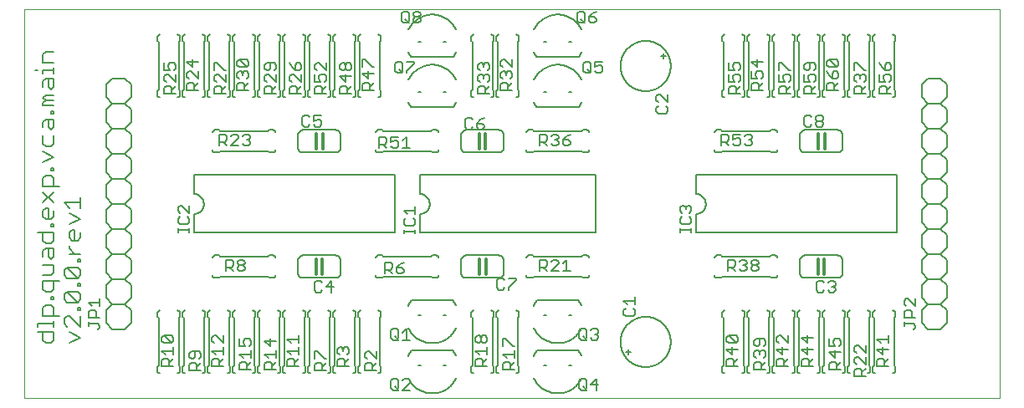
<source format=gto>
G75*
%MOIN*%
%OFA0B0*%
%FSLAX25Y25*%
%IPPOS*%
%LPD*%
%AMOC8*
5,1,8,0,0,1.08239X$1,22.5*
%
%ADD10C,0.00000*%
%ADD11C,0.00600*%
%ADD12C,0.00500*%
%ADD13C,0.01200*%
D10*
X0001000Y0001000D02*
X0001000Y0155961D01*
X0389701Y0155961D01*
X0389701Y0001000D01*
X0001000Y0001000D01*
D11*
X0054000Y0012000D02*
X0054000Y0013500D01*
X0054500Y0014000D01*
X0054500Y0033000D01*
X0054000Y0033500D01*
X0054000Y0035000D01*
X0054002Y0035060D01*
X0054007Y0035121D01*
X0054016Y0035180D01*
X0054029Y0035239D01*
X0054045Y0035298D01*
X0054065Y0035355D01*
X0054088Y0035410D01*
X0054115Y0035465D01*
X0054144Y0035517D01*
X0054177Y0035568D01*
X0054213Y0035617D01*
X0054251Y0035663D01*
X0054293Y0035707D01*
X0054337Y0035749D01*
X0054383Y0035787D01*
X0054432Y0035823D01*
X0054483Y0035856D01*
X0054535Y0035885D01*
X0054590Y0035912D01*
X0054645Y0035935D01*
X0054702Y0035955D01*
X0054761Y0035971D01*
X0054820Y0035984D01*
X0054879Y0035993D01*
X0054940Y0035998D01*
X0055000Y0036000D01*
X0062000Y0036000D02*
X0062060Y0035998D01*
X0062121Y0035993D01*
X0062180Y0035984D01*
X0062239Y0035971D01*
X0062298Y0035955D01*
X0062355Y0035935D01*
X0062410Y0035912D01*
X0062465Y0035885D01*
X0062517Y0035856D01*
X0062568Y0035823D01*
X0062617Y0035787D01*
X0062663Y0035749D01*
X0062707Y0035707D01*
X0062749Y0035663D01*
X0062787Y0035617D01*
X0062823Y0035568D01*
X0062856Y0035517D01*
X0062885Y0035465D01*
X0062912Y0035410D01*
X0062935Y0035355D01*
X0062955Y0035298D01*
X0062971Y0035239D01*
X0062984Y0035180D01*
X0062993Y0035121D01*
X0062998Y0035060D01*
X0063000Y0035000D01*
X0063000Y0033500D01*
X0062500Y0033000D01*
X0062500Y0014000D01*
X0063000Y0013500D01*
X0063000Y0012000D01*
X0064000Y0012000D02*
X0064000Y0013500D01*
X0064500Y0014000D01*
X0064500Y0033000D01*
X0064000Y0033500D01*
X0064000Y0035000D01*
X0064002Y0035060D01*
X0064007Y0035121D01*
X0064016Y0035180D01*
X0064029Y0035239D01*
X0064045Y0035298D01*
X0064065Y0035355D01*
X0064088Y0035410D01*
X0064115Y0035465D01*
X0064144Y0035517D01*
X0064177Y0035568D01*
X0064213Y0035617D01*
X0064251Y0035663D01*
X0064293Y0035707D01*
X0064337Y0035749D01*
X0064383Y0035787D01*
X0064432Y0035823D01*
X0064483Y0035856D01*
X0064535Y0035885D01*
X0064590Y0035912D01*
X0064645Y0035935D01*
X0064702Y0035955D01*
X0064761Y0035971D01*
X0064820Y0035984D01*
X0064879Y0035993D01*
X0064940Y0035998D01*
X0065000Y0036000D01*
X0072000Y0036000D02*
X0072060Y0035998D01*
X0072121Y0035993D01*
X0072180Y0035984D01*
X0072239Y0035971D01*
X0072298Y0035955D01*
X0072355Y0035935D01*
X0072410Y0035912D01*
X0072465Y0035885D01*
X0072517Y0035856D01*
X0072568Y0035823D01*
X0072617Y0035787D01*
X0072663Y0035749D01*
X0072707Y0035707D01*
X0072749Y0035663D01*
X0072787Y0035617D01*
X0072823Y0035568D01*
X0072856Y0035517D01*
X0072885Y0035465D01*
X0072912Y0035410D01*
X0072935Y0035355D01*
X0072955Y0035298D01*
X0072971Y0035239D01*
X0072984Y0035180D01*
X0072993Y0035121D01*
X0072998Y0035060D01*
X0073000Y0035000D01*
X0073000Y0033500D01*
X0072500Y0033000D01*
X0072500Y0014000D01*
X0073000Y0013500D01*
X0073000Y0012000D01*
X0072998Y0011940D01*
X0072993Y0011879D01*
X0072984Y0011820D01*
X0072971Y0011761D01*
X0072955Y0011702D01*
X0072935Y0011645D01*
X0072912Y0011590D01*
X0072885Y0011535D01*
X0072856Y0011483D01*
X0072823Y0011432D01*
X0072787Y0011383D01*
X0072749Y0011337D01*
X0072707Y0011293D01*
X0072663Y0011251D01*
X0072617Y0011213D01*
X0072568Y0011177D01*
X0072517Y0011144D01*
X0072465Y0011115D01*
X0072410Y0011088D01*
X0072355Y0011065D01*
X0072298Y0011045D01*
X0072239Y0011029D01*
X0072180Y0011016D01*
X0072121Y0011007D01*
X0072060Y0011002D01*
X0072000Y0011000D01*
X0074000Y0012000D02*
X0074000Y0013500D01*
X0074500Y0014000D01*
X0074500Y0033000D01*
X0074000Y0033500D01*
X0074000Y0035000D01*
X0074002Y0035060D01*
X0074007Y0035121D01*
X0074016Y0035180D01*
X0074029Y0035239D01*
X0074045Y0035298D01*
X0074065Y0035355D01*
X0074088Y0035410D01*
X0074115Y0035465D01*
X0074144Y0035517D01*
X0074177Y0035568D01*
X0074213Y0035617D01*
X0074251Y0035663D01*
X0074293Y0035707D01*
X0074337Y0035749D01*
X0074383Y0035787D01*
X0074432Y0035823D01*
X0074483Y0035856D01*
X0074535Y0035885D01*
X0074590Y0035912D01*
X0074645Y0035935D01*
X0074702Y0035955D01*
X0074761Y0035971D01*
X0074820Y0035984D01*
X0074879Y0035993D01*
X0074940Y0035998D01*
X0075000Y0036000D01*
X0082000Y0036000D02*
X0082060Y0035998D01*
X0082121Y0035993D01*
X0082180Y0035984D01*
X0082239Y0035971D01*
X0082298Y0035955D01*
X0082355Y0035935D01*
X0082410Y0035912D01*
X0082465Y0035885D01*
X0082517Y0035856D01*
X0082568Y0035823D01*
X0082617Y0035787D01*
X0082663Y0035749D01*
X0082707Y0035707D01*
X0082749Y0035663D01*
X0082787Y0035617D01*
X0082823Y0035568D01*
X0082856Y0035517D01*
X0082885Y0035465D01*
X0082912Y0035410D01*
X0082935Y0035355D01*
X0082955Y0035298D01*
X0082971Y0035239D01*
X0082984Y0035180D01*
X0082993Y0035121D01*
X0082998Y0035060D01*
X0083000Y0035000D01*
X0083000Y0033500D01*
X0082500Y0033000D01*
X0082500Y0014000D01*
X0083000Y0013500D01*
X0083000Y0012000D01*
X0084000Y0012000D02*
X0084000Y0013500D01*
X0084500Y0014000D01*
X0084500Y0033000D01*
X0084000Y0033500D01*
X0084000Y0035000D01*
X0084002Y0035060D01*
X0084007Y0035121D01*
X0084016Y0035180D01*
X0084029Y0035239D01*
X0084045Y0035298D01*
X0084065Y0035355D01*
X0084088Y0035410D01*
X0084115Y0035465D01*
X0084144Y0035517D01*
X0084177Y0035568D01*
X0084213Y0035617D01*
X0084251Y0035663D01*
X0084293Y0035707D01*
X0084337Y0035749D01*
X0084383Y0035787D01*
X0084432Y0035823D01*
X0084483Y0035856D01*
X0084535Y0035885D01*
X0084590Y0035912D01*
X0084645Y0035935D01*
X0084702Y0035955D01*
X0084761Y0035971D01*
X0084820Y0035984D01*
X0084879Y0035993D01*
X0084940Y0035998D01*
X0085000Y0036000D01*
X0092000Y0036000D02*
X0092060Y0035998D01*
X0092121Y0035993D01*
X0092180Y0035984D01*
X0092239Y0035971D01*
X0092298Y0035955D01*
X0092355Y0035935D01*
X0092410Y0035912D01*
X0092465Y0035885D01*
X0092517Y0035856D01*
X0092568Y0035823D01*
X0092617Y0035787D01*
X0092663Y0035749D01*
X0092707Y0035707D01*
X0092749Y0035663D01*
X0092787Y0035617D01*
X0092823Y0035568D01*
X0092856Y0035517D01*
X0092885Y0035465D01*
X0092912Y0035410D01*
X0092935Y0035355D01*
X0092955Y0035298D01*
X0092971Y0035239D01*
X0092984Y0035180D01*
X0092993Y0035121D01*
X0092998Y0035060D01*
X0093000Y0035000D01*
X0093000Y0033500D01*
X0092500Y0033000D01*
X0092500Y0014000D01*
X0093000Y0013500D01*
X0093000Y0012000D01*
X0092998Y0011940D01*
X0092993Y0011879D01*
X0092984Y0011820D01*
X0092971Y0011761D01*
X0092955Y0011702D01*
X0092935Y0011645D01*
X0092912Y0011590D01*
X0092885Y0011535D01*
X0092856Y0011483D01*
X0092823Y0011432D01*
X0092787Y0011383D01*
X0092749Y0011337D01*
X0092707Y0011293D01*
X0092663Y0011251D01*
X0092617Y0011213D01*
X0092568Y0011177D01*
X0092517Y0011144D01*
X0092465Y0011115D01*
X0092410Y0011088D01*
X0092355Y0011065D01*
X0092298Y0011045D01*
X0092239Y0011029D01*
X0092180Y0011016D01*
X0092121Y0011007D01*
X0092060Y0011002D01*
X0092000Y0011000D01*
X0094000Y0012000D02*
X0094000Y0013500D01*
X0094500Y0014000D01*
X0094500Y0033000D01*
X0094000Y0033500D01*
X0094000Y0035000D01*
X0094002Y0035060D01*
X0094007Y0035121D01*
X0094016Y0035180D01*
X0094029Y0035239D01*
X0094045Y0035298D01*
X0094065Y0035355D01*
X0094088Y0035410D01*
X0094115Y0035465D01*
X0094144Y0035517D01*
X0094177Y0035568D01*
X0094213Y0035617D01*
X0094251Y0035663D01*
X0094293Y0035707D01*
X0094337Y0035749D01*
X0094383Y0035787D01*
X0094432Y0035823D01*
X0094483Y0035856D01*
X0094535Y0035885D01*
X0094590Y0035912D01*
X0094645Y0035935D01*
X0094702Y0035955D01*
X0094761Y0035971D01*
X0094820Y0035984D01*
X0094879Y0035993D01*
X0094940Y0035998D01*
X0095000Y0036000D01*
X0102000Y0036000D02*
X0102060Y0035998D01*
X0102121Y0035993D01*
X0102180Y0035984D01*
X0102239Y0035971D01*
X0102298Y0035955D01*
X0102355Y0035935D01*
X0102410Y0035912D01*
X0102465Y0035885D01*
X0102517Y0035856D01*
X0102568Y0035823D01*
X0102617Y0035787D01*
X0102663Y0035749D01*
X0102707Y0035707D01*
X0102749Y0035663D01*
X0102787Y0035617D01*
X0102823Y0035568D01*
X0102856Y0035517D01*
X0102885Y0035465D01*
X0102912Y0035410D01*
X0102935Y0035355D01*
X0102955Y0035298D01*
X0102971Y0035239D01*
X0102984Y0035180D01*
X0102993Y0035121D01*
X0102998Y0035060D01*
X0103000Y0035000D01*
X0103000Y0033500D01*
X0102500Y0033000D01*
X0102500Y0014000D01*
X0103000Y0013500D01*
X0103000Y0012000D01*
X0102998Y0011940D01*
X0102993Y0011879D01*
X0102984Y0011820D01*
X0102971Y0011761D01*
X0102955Y0011702D01*
X0102935Y0011645D01*
X0102912Y0011590D01*
X0102885Y0011535D01*
X0102856Y0011483D01*
X0102823Y0011432D01*
X0102787Y0011383D01*
X0102749Y0011337D01*
X0102707Y0011293D01*
X0102663Y0011251D01*
X0102617Y0011213D01*
X0102568Y0011177D01*
X0102517Y0011144D01*
X0102465Y0011115D01*
X0102410Y0011088D01*
X0102355Y0011065D01*
X0102298Y0011045D01*
X0102239Y0011029D01*
X0102180Y0011016D01*
X0102121Y0011007D01*
X0102060Y0011002D01*
X0102000Y0011000D01*
X0104000Y0012000D02*
X0104000Y0013500D01*
X0104500Y0014000D01*
X0104500Y0033000D01*
X0104000Y0033500D01*
X0104000Y0035000D01*
X0104002Y0035060D01*
X0104007Y0035121D01*
X0104016Y0035180D01*
X0104029Y0035239D01*
X0104045Y0035298D01*
X0104065Y0035355D01*
X0104088Y0035410D01*
X0104115Y0035465D01*
X0104144Y0035517D01*
X0104177Y0035568D01*
X0104213Y0035617D01*
X0104251Y0035663D01*
X0104293Y0035707D01*
X0104337Y0035749D01*
X0104383Y0035787D01*
X0104432Y0035823D01*
X0104483Y0035856D01*
X0104535Y0035885D01*
X0104590Y0035912D01*
X0104645Y0035935D01*
X0104702Y0035955D01*
X0104761Y0035971D01*
X0104820Y0035984D01*
X0104879Y0035993D01*
X0104940Y0035998D01*
X0105000Y0036000D01*
X0112000Y0036000D02*
X0112060Y0035998D01*
X0112121Y0035993D01*
X0112180Y0035984D01*
X0112239Y0035971D01*
X0112298Y0035955D01*
X0112355Y0035935D01*
X0112410Y0035912D01*
X0112465Y0035885D01*
X0112517Y0035856D01*
X0112568Y0035823D01*
X0112617Y0035787D01*
X0112663Y0035749D01*
X0112707Y0035707D01*
X0112749Y0035663D01*
X0112787Y0035617D01*
X0112823Y0035568D01*
X0112856Y0035517D01*
X0112885Y0035465D01*
X0112912Y0035410D01*
X0112935Y0035355D01*
X0112955Y0035298D01*
X0112971Y0035239D01*
X0112984Y0035180D01*
X0112993Y0035121D01*
X0112998Y0035060D01*
X0113000Y0035000D01*
X0113000Y0033500D01*
X0112500Y0033000D01*
X0112500Y0014000D01*
X0113000Y0013500D01*
X0113000Y0012000D01*
X0112998Y0011940D01*
X0112993Y0011879D01*
X0112984Y0011820D01*
X0112971Y0011761D01*
X0112955Y0011702D01*
X0112935Y0011645D01*
X0112912Y0011590D01*
X0112885Y0011535D01*
X0112856Y0011483D01*
X0112823Y0011432D01*
X0112787Y0011383D01*
X0112749Y0011337D01*
X0112707Y0011293D01*
X0112663Y0011251D01*
X0112617Y0011213D01*
X0112568Y0011177D01*
X0112517Y0011144D01*
X0112465Y0011115D01*
X0112410Y0011088D01*
X0112355Y0011065D01*
X0112298Y0011045D01*
X0112239Y0011029D01*
X0112180Y0011016D01*
X0112121Y0011007D01*
X0112060Y0011002D01*
X0112000Y0011000D01*
X0114000Y0012000D02*
X0114000Y0013500D01*
X0114500Y0014000D01*
X0114500Y0033000D01*
X0114000Y0033500D01*
X0114000Y0035000D01*
X0114002Y0035060D01*
X0114007Y0035121D01*
X0114016Y0035180D01*
X0114029Y0035239D01*
X0114045Y0035298D01*
X0114065Y0035355D01*
X0114088Y0035410D01*
X0114115Y0035465D01*
X0114144Y0035517D01*
X0114177Y0035568D01*
X0114213Y0035617D01*
X0114251Y0035663D01*
X0114293Y0035707D01*
X0114337Y0035749D01*
X0114383Y0035787D01*
X0114432Y0035823D01*
X0114483Y0035856D01*
X0114535Y0035885D01*
X0114590Y0035912D01*
X0114645Y0035935D01*
X0114702Y0035955D01*
X0114761Y0035971D01*
X0114820Y0035984D01*
X0114879Y0035993D01*
X0114940Y0035998D01*
X0115000Y0036000D01*
X0122000Y0036000D02*
X0122060Y0035998D01*
X0122121Y0035993D01*
X0122180Y0035984D01*
X0122239Y0035971D01*
X0122298Y0035955D01*
X0122355Y0035935D01*
X0122410Y0035912D01*
X0122465Y0035885D01*
X0122517Y0035856D01*
X0122568Y0035823D01*
X0122617Y0035787D01*
X0122663Y0035749D01*
X0122707Y0035707D01*
X0122749Y0035663D01*
X0122787Y0035617D01*
X0122823Y0035568D01*
X0122856Y0035517D01*
X0122885Y0035465D01*
X0122912Y0035410D01*
X0122935Y0035355D01*
X0122955Y0035298D01*
X0122971Y0035239D01*
X0122984Y0035180D01*
X0122993Y0035121D01*
X0122998Y0035060D01*
X0123000Y0035000D01*
X0123000Y0033500D01*
X0122500Y0033000D01*
X0122500Y0014000D01*
X0123000Y0013500D01*
X0123000Y0012000D01*
X0122998Y0011940D01*
X0122993Y0011879D01*
X0122984Y0011820D01*
X0122971Y0011761D01*
X0122955Y0011702D01*
X0122935Y0011645D01*
X0122912Y0011590D01*
X0122885Y0011535D01*
X0122856Y0011483D01*
X0122823Y0011432D01*
X0122787Y0011383D01*
X0122749Y0011337D01*
X0122707Y0011293D01*
X0122663Y0011251D01*
X0122617Y0011213D01*
X0122568Y0011177D01*
X0122517Y0011144D01*
X0122465Y0011115D01*
X0122410Y0011088D01*
X0122355Y0011065D01*
X0122298Y0011045D01*
X0122239Y0011029D01*
X0122180Y0011016D01*
X0122121Y0011007D01*
X0122060Y0011002D01*
X0122000Y0011000D01*
X0124000Y0012000D02*
X0124000Y0013500D01*
X0124500Y0014000D01*
X0124500Y0033000D01*
X0124000Y0033500D01*
X0124000Y0035000D01*
X0124002Y0035060D01*
X0124007Y0035121D01*
X0124016Y0035180D01*
X0124029Y0035239D01*
X0124045Y0035298D01*
X0124065Y0035355D01*
X0124088Y0035410D01*
X0124115Y0035465D01*
X0124144Y0035517D01*
X0124177Y0035568D01*
X0124213Y0035617D01*
X0124251Y0035663D01*
X0124293Y0035707D01*
X0124337Y0035749D01*
X0124383Y0035787D01*
X0124432Y0035823D01*
X0124483Y0035856D01*
X0124535Y0035885D01*
X0124590Y0035912D01*
X0124645Y0035935D01*
X0124702Y0035955D01*
X0124761Y0035971D01*
X0124820Y0035984D01*
X0124879Y0035993D01*
X0124940Y0035998D01*
X0125000Y0036000D01*
X0132000Y0036000D02*
X0132060Y0035998D01*
X0132121Y0035993D01*
X0132180Y0035984D01*
X0132239Y0035971D01*
X0132298Y0035955D01*
X0132355Y0035935D01*
X0132410Y0035912D01*
X0132465Y0035885D01*
X0132517Y0035856D01*
X0132568Y0035823D01*
X0132617Y0035787D01*
X0132663Y0035749D01*
X0132707Y0035707D01*
X0132749Y0035663D01*
X0132787Y0035617D01*
X0132823Y0035568D01*
X0132856Y0035517D01*
X0132885Y0035465D01*
X0132912Y0035410D01*
X0132935Y0035355D01*
X0132955Y0035298D01*
X0132971Y0035239D01*
X0132984Y0035180D01*
X0132993Y0035121D01*
X0132998Y0035060D01*
X0133000Y0035000D01*
X0133000Y0033500D01*
X0132500Y0033000D01*
X0132500Y0014000D01*
X0133000Y0013500D01*
X0133000Y0012000D01*
X0134000Y0012000D02*
X0134000Y0013500D01*
X0134500Y0014000D01*
X0134500Y0033000D01*
X0134000Y0033500D01*
X0134000Y0035000D01*
X0134002Y0035060D01*
X0134007Y0035121D01*
X0134016Y0035180D01*
X0134029Y0035239D01*
X0134045Y0035298D01*
X0134065Y0035355D01*
X0134088Y0035410D01*
X0134115Y0035465D01*
X0134144Y0035517D01*
X0134177Y0035568D01*
X0134213Y0035617D01*
X0134251Y0035663D01*
X0134293Y0035707D01*
X0134337Y0035749D01*
X0134383Y0035787D01*
X0134432Y0035823D01*
X0134483Y0035856D01*
X0134535Y0035885D01*
X0134590Y0035912D01*
X0134645Y0035935D01*
X0134702Y0035955D01*
X0134761Y0035971D01*
X0134820Y0035984D01*
X0134879Y0035993D01*
X0134940Y0035998D01*
X0135000Y0036000D01*
X0142000Y0036000D02*
X0142060Y0035998D01*
X0142121Y0035993D01*
X0142180Y0035984D01*
X0142239Y0035971D01*
X0142298Y0035955D01*
X0142355Y0035935D01*
X0142410Y0035912D01*
X0142465Y0035885D01*
X0142517Y0035856D01*
X0142568Y0035823D01*
X0142617Y0035787D01*
X0142663Y0035749D01*
X0142707Y0035707D01*
X0142749Y0035663D01*
X0142787Y0035617D01*
X0142823Y0035568D01*
X0142856Y0035517D01*
X0142885Y0035465D01*
X0142912Y0035410D01*
X0142935Y0035355D01*
X0142955Y0035298D01*
X0142971Y0035239D01*
X0142984Y0035180D01*
X0142993Y0035121D01*
X0142998Y0035060D01*
X0143000Y0035000D01*
X0143000Y0033500D01*
X0142500Y0033000D01*
X0142500Y0014000D01*
X0143000Y0013500D01*
X0143000Y0012000D01*
X0142998Y0011940D01*
X0142993Y0011879D01*
X0142984Y0011820D01*
X0142971Y0011761D01*
X0142955Y0011702D01*
X0142935Y0011645D01*
X0142912Y0011590D01*
X0142885Y0011535D01*
X0142856Y0011483D01*
X0142823Y0011432D01*
X0142787Y0011383D01*
X0142749Y0011337D01*
X0142707Y0011293D01*
X0142663Y0011251D01*
X0142617Y0011213D01*
X0142568Y0011177D01*
X0142517Y0011144D01*
X0142465Y0011115D01*
X0142410Y0011088D01*
X0142355Y0011065D01*
X0142298Y0011045D01*
X0142239Y0011029D01*
X0142180Y0011016D01*
X0142121Y0011007D01*
X0142060Y0011002D01*
X0142000Y0011000D01*
X0135000Y0011000D02*
X0134940Y0011002D01*
X0134879Y0011007D01*
X0134820Y0011016D01*
X0134761Y0011029D01*
X0134702Y0011045D01*
X0134645Y0011065D01*
X0134590Y0011088D01*
X0134535Y0011115D01*
X0134483Y0011144D01*
X0134432Y0011177D01*
X0134383Y0011213D01*
X0134337Y0011251D01*
X0134293Y0011293D01*
X0134251Y0011337D01*
X0134213Y0011383D01*
X0134177Y0011432D01*
X0134144Y0011483D01*
X0134115Y0011535D01*
X0134088Y0011590D01*
X0134065Y0011645D01*
X0134045Y0011702D01*
X0134029Y0011761D01*
X0134016Y0011820D01*
X0134007Y0011879D01*
X0134002Y0011940D01*
X0134000Y0012000D01*
X0133000Y0012000D02*
X0132998Y0011940D01*
X0132993Y0011879D01*
X0132984Y0011820D01*
X0132971Y0011761D01*
X0132955Y0011702D01*
X0132935Y0011645D01*
X0132912Y0011590D01*
X0132885Y0011535D01*
X0132856Y0011483D01*
X0132823Y0011432D01*
X0132787Y0011383D01*
X0132749Y0011337D01*
X0132707Y0011293D01*
X0132663Y0011251D01*
X0132617Y0011213D01*
X0132568Y0011177D01*
X0132517Y0011144D01*
X0132465Y0011115D01*
X0132410Y0011088D01*
X0132355Y0011065D01*
X0132298Y0011045D01*
X0132239Y0011029D01*
X0132180Y0011016D01*
X0132121Y0011007D01*
X0132060Y0011002D01*
X0132000Y0011000D01*
X0125000Y0011000D02*
X0124940Y0011002D01*
X0124879Y0011007D01*
X0124820Y0011016D01*
X0124761Y0011029D01*
X0124702Y0011045D01*
X0124645Y0011065D01*
X0124590Y0011088D01*
X0124535Y0011115D01*
X0124483Y0011144D01*
X0124432Y0011177D01*
X0124383Y0011213D01*
X0124337Y0011251D01*
X0124293Y0011293D01*
X0124251Y0011337D01*
X0124213Y0011383D01*
X0124177Y0011432D01*
X0124144Y0011483D01*
X0124115Y0011535D01*
X0124088Y0011590D01*
X0124065Y0011645D01*
X0124045Y0011702D01*
X0124029Y0011761D01*
X0124016Y0011820D01*
X0124007Y0011879D01*
X0124002Y0011940D01*
X0124000Y0012000D01*
X0115000Y0011000D02*
X0114940Y0011002D01*
X0114879Y0011007D01*
X0114820Y0011016D01*
X0114761Y0011029D01*
X0114702Y0011045D01*
X0114645Y0011065D01*
X0114590Y0011088D01*
X0114535Y0011115D01*
X0114483Y0011144D01*
X0114432Y0011177D01*
X0114383Y0011213D01*
X0114337Y0011251D01*
X0114293Y0011293D01*
X0114251Y0011337D01*
X0114213Y0011383D01*
X0114177Y0011432D01*
X0114144Y0011483D01*
X0114115Y0011535D01*
X0114088Y0011590D01*
X0114065Y0011645D01*
X0114045Y0011702D01*
X0114029Y0011761D01*
X0114016Y0011820D01*
X0114007Y0011879D01*
X0114002Y0011940D01*
X0114000Y0012000D01*
X0105000Y0011000D02*
X0104940Y0011002D01*
X0104879Y0011007D01*
X0104820Y0011016D01*
X0104761Y0011029D01*
X0104702Y0011045D01*
X0104645Y0011065D01*
X0104590Y0011088D01*
X0104535Y0011115D01*
X0104483Y0011144D01*
X0104432Y0011177D01*
X0104383Y0011213D01*
X0104337Y0011251D01*
X0104293Y0011293D01*
X0104251Y0011337D01*
X0104213Y0011383D01*
X0104177Y0011432D01*
X0104144Y0011483D01*
X0104115Y0011535D01*
X0104088Y0011590D01*
X0104065Y0011645D01*
X0104045Y0011702D01*
X0104029Y0011761D01*
X0104016Y0011820D01*
X0104007Y0011879D01*
X0104002Y0011940D01*
X0104000Y0012000D01*
X0095000Y0011000D02*
X0094940Y0011002D01*
X0094879Y0011007D01*
X0094820Y0011016D01*
X0094761Y0011029D01*
X0094702Y0011045D01*
X0094645Y0011065D01*
X0094590Y0011088D01*
X0094535Y0011115D01*
X0094483Y0011144D01*
X0094432Y0011177D01*
X0094383Y0011213D01*
X0094337Y0011251D01*
X0094293Y0011293D01*
X0094251Y0011337D01*
X0094213Y0011383D01*
X0094177Y0011432D01*
X0094144Y0011483D01*
X0094115Y0011535D01*
X0094088Y0011590D01*
X0094065Y0011645D01*
X0094045Y0011702D01*
X0094029Y0011761D01*
X0094016Y0011820D01*
X0094007Y0011879D01*
X0094002Y0011940D01*
X0094000Y0012000D01*
X0085000Y0011000D02*
X0084940Y0011002D01*
X0084879Y0011007D01*
X0084820Y0011016D01*
X0084761Y0011029D01*
X0084702Y0011045D01*
X0084645Y0011065D01*
X0084590Y0011088D01*
X0084535Y0011115D01*
X0084483Y0011144D01*
X0084432Y0011177D01*
X0084383Y0011213D01*
X0084337Y0011251D01*
X0084293Y0011293D01*
X0084251Y0011337D01*
X0084213Y0011383D01*
X0084177Y0011432D01*
X0084144Y0011483D01*
X0084115Y0011535D01*
X0084088Y0011590D01*
X0084065Y0011645D01*
X0084045Y0011702D01*
X0084029Y0011761D01*
X0084016Y0011820D01*
X0084007Y0011879D01*
X0084002Y0011940D01*
X0084000Y0012000D01*
X0083000Y0012000D02*
X0082998Y0011940D01*
X0082993Y0011879D01*
X0082984Y0011820D01*
X0082971Y0011761D01*
X0082955Y0011702D01*
X0082935Y0011645D01*
X0082912Y0011590D01*
X0082885Y0011535D01*
X0082856Y0011483D01*
X0082823Y0011432D01*
X0082787Y0011383D01*
X0082749Y0011337D01*
X0082707Y0011293D01*
X0082663Y0011251D01*
X0082617Y0011213D01*
X0082568Y0011177D01*
X0082517Y0011144D01*
X0082465Y0011115D01*
X0082410Y0011088D01*
X0082355Y0011065D01*
X0082298Y0011045D01*
X0082239Y0011029D01*
X0082180Y0011016D01*
X0082121Y0011007D01*
X0082060Y0011002D01*
X0082000Y0011000D01*
X0075000Y0011000D02*
X0074940Y0011002D01*
X0074879Y0011007D01*
X0074820Y0011016D01*
X0074761Y0011029D01*
X0074702Y0011045D01*
X0074645Y0011065D01*
X0074590Y0011088D01*
X0074535Y0011115D01*
X0074483Y0011144D01*
X0074432Y0011177D01*
X0074383Y0011213D01*
X0074337Y0011251D01*
X0074293Y0011293D01*
X0074251Y0011337D01*
X0074213Y0011383D01*
X0074177Y0011432D01*
X0074144Y0011483D01*
X0074115Y0011535D01*
X0074088Y0011590D01*
X0074065Y0011645D01*
X0074045Y0011702D01*
X0074029Y0011761D01*
X0074016Y0011820D01*
X0074007Y0011879D01*
X0074002Y0011940D01*
X0074000Y0012000D01*
X0065000Y0011000D02*
X0064940Y0011002D01*
X0064879Y0011007D01*
X0064820Y0011016D01*
X0064761Y0011029D01*
X0064702Y0011045D01*
X0064645Y0011065D01*
X0064590Y0011088D01*
X0064535Y0011115D01*
X0064483Y0011144D01*
X0064432Y0011177D01*
X0064383Y0011213D01*
X0064337Y0011251D01*
X0064293Y0011293D01*
X0064251Y0011337D01*
X0064213Y0011383D01*
X0064177Y0011432D01*
X0064144Y0011483D01*
X0064115Y0011535D01*
X0064088Y0011590D01*
X0064065Y0011645D01*
X0064045Y0011702D01*
X0064029Y0011761D01*
X0064016Y0011820D01*
X0064007Y0011879D01*
X0064002Y0011940D01*
X0064000Y0012000D01*
X0063000Y0012000D02*
X0062998Y0011940D01*
X0062993Y0011879D01*
X0062984Y0011820D01*
X0062971Y0011761D01*
X0062955Y0011702D01*
X0062935Y0011645D01*
X0062912Y0011590D01*
X0062885Y0011535D01*
X0062856Y0011483D01*
X0062823Y0011432D01*
X0062787Y0011383D01*
X0062749Y0011337D01*
X0062707Y0011293D01*
X0062663Y0011251D01*
X0062617Y0011213D01*
X0062568Y0011177D01*
X0062517Y0011144D01*
X0062465Y0011115D01*
X0062410Y0011088D01*
X0062355Y0011065D01*
X0062298Y0011045D01*
X0062239Y0011029D01*
X0062180Y0011016D01*
X0062121Y0011007D01*
X0062060Y0011002D01*
X0062000Y0011000D01*
X0055000Y0011000D02*
X0054940Y0011002D01*
X0054879Y0011007D01*
X0054820Y0011016D01*
X0054761Y0011029D01*
X0054702Y0011045D01*
X0054645Y0011065D01*
X0054590Y0011088D01*
X0054535Y0011115D01*
X0054483Y0011144D01*
X0054432Y0011177D01*
X0054383Y0011213D01*
X0054337Y0011251D01*
X0054293Y0011293D01*
X0054251Y0011337D01*
X0054213Y0011383D01*
X0054177Y0011432D01*
X0054144Y0011483D01*
X0054115Y0011535D01*
X0054088Y0011590D01*
X0054065Y0011645D01*
X0054045Y0011702D01*
X0054029Y0011761D01*
X0054016Y0011820D01*
X0054007Y0011879D01*
X0054002Y0011940D01*
X0054000Y0012000D01*
X0023200Y0025267D02*
X0018930Y0027403D01*
X0017862Y0029578D02*
X0016795Y0030645D01*
X0016795Y0032781D01*
X0017862Y0033848D01*
X0018930Y0033848D01*
X0023200Y0029578D01*
X0023200Y0033848D01*
X0023200Y0036023D02*
X0023200Y0037091D01*
X0022132Y0037091D01*
X0022132Y0036023D01*
X0023200Y0036023D01*
X0022132Y0039246D02*
X0017862Y0039246D01*
X0016795Y0040314D01*
X0016795Y0042449D01*
X0017862Y0043516D01*
X0022132Y0039246D01*
X0023200Y0040314D01*
X0023200Y0042449D01*
X0022132Y0043516D01*
X0017862Y0043516D01*
X0022132Y0045692D02*
X0022132Y0046759D01*
X0023200Y0046759D01*
X0023200Y0045692D01*
X0022132Y0045692D01*
X0022132Y0048914D02*
X0017862Y0048914D01*
X0016795Y0049982D01*
X0016795Y0052117D01*
X0017862Y0053185D01*
X0022132Y0048914D01*
X0023200Y0049982D01*
X0023200Y0052117D01*
X0022132Y0053185D01*
X0017862Y0053185D01*
X0012700Y0054259D02*
X0012700Y0051056D01*
X0011632Y0049989D01*
X0008430Y0049989D01*
X0008430Y0047813D02*
X0008430Y0044611D01*
X0009497Y0043543D01*
X0011632Y0043543D01*
X0012700Y0044611D01*
X0012700Y0047813D01*
X0014835Y0047813D02*
X0008430Y0047813D01*
X0008430Y0054259D02*
X0012700Y0054259D01*
X0011632Y0056434D02*
X0010565Y0057502D01*
X0010565Y0060704D01*
X0009497Y0060704D02*
X0012700Y0060704D01*
X0012700Y0057502D01*
X0011632Y0056434D01*
X0008430Y0057502D02*
X0008430Y0059637D01*
X0009497Y0060704D01*
X0009497Y0062880D02*
X0008430Y0063947D01*
X0008430Y0067150D01*
X0006295Y0067150D02*
X0012700Y0067150D01*
X0012700Y0063947D01*
X0011632Y0062880D01*
X0009497Y0062880D01*
X0018930Y0061785D02*
X0018930Y0060718D01*
X0021065Y0058583D01*
X0023200Y0058583D02*
X0018930Y0058583D01*
X0022132Y0056427D02*
X0023200Y0056427D01*
X0023200Y0055360D01*
X0022132Y0055360D01*
X0022132Y0056427D01*
X0033500Y0056000D02*
X0033500Y0051000D01*
X0036000Y0048500D01*
X0041000Y0048500D01*
X0043500Y0046000D01*
X0043500Y0041000D01*
X0041000Y0038500D01*
X0043500Y0036000D01*
X0043500Y0031000D01*
X0041000Y0028500D01*
X0036000Y0028500D01*
X0033500Y0031000D01*
X0033500Y0036000D01*
X0036000Y0038500D01*
X0033500Y0041000D01*
X0033500Y0046000D01*
X0036000Y0048500D01*
X0041000Y0048500D02*
X0043500Y0051000D01*
X0043500Y0056000D01*
X0041000Y0058500D01*
X0043500Y0061000D01*
X0043500Y0066000D01*
X0041000Y0068500D01*
X0043500Y0071000D01*
X0043500Y0076000D01*
X0041000Y0078500D01*
X0036000Y0078500D01*
X0033500Y0076000D01*
X0033500Y0071000D01*
X0036000Y0068500D01*
X0041000Y0068500D01*
X0036000Y0068500D02*
X0033500Y0066000D01*
X0033500Y0061000D01*
X0036000Y0058500D01*
X0041000Y0058500D01*
X0036000Y0058500D02*
X0033500Y0056000D01*
X0023200Y0065021D02*
X0022132Y0063954D01*
X0019997Y0063954D01*
X0018930Y0065021D01*
X0018930Y0067157D01*
X0019997Y0068224D01*
X0021065Y0068224D01*
X0021065Y0063954D01*
X0023200Y0065021D02*
X0023200Y0067157D01*
X0018930Y0070399D02*
X0023200Y0072534D01*
X0018930Y0074670D01*
X0018930Y0076845D02*
X0016795Y0078980D01*
X0023200Y0078980D01*
X0023200Y0076845D02*
X0023200Y0081115D01*
X0012700Y0078993D02*
X0008430Y0083264D01*
X0012700Y0083264D02*
X0008430Y0078993D01*
X0009497Y0076818D02*
X0010565Y0076818D01*
X0010565Y0072548D01*
X0011632Y0072548D02*
X0009497Y0072548D01*
X0008430Y0073615D01*
X0008430Y0075751D01*
X0009497Y0076818D01*
X0012700Y0075751D02*
X0012700Y0073615D01*
X0011632Y0072548D01*
X0011632Y0070393D02*
X0012700Y0070393D01*
X0012700Y0069325D01*
X0011632Y0069325D01*
X0011632Y0070393D01*
X0033500Y0081000D02*
X0033500Y0086000D01*
X0036000Y0088500D01*
X0033500Y0091000D01*
X0033500Y0096000D01*
X0036000Y0098500D01*
X0033500Y0101000D01*
X0033500Y0106000D01*
X0036000Y0108500D01*
X0041000Y0108500D01*
X0043500Y0106000D01*
X0043500Y0101000D01*
X0041000Y0098500D01*
X0043500Y0096000D01*
X0043500Y0091000D01*
X0041000Y0088500D01*
X0043500Y0086000D01*
X0043500Y0081000D01*
X0041000Y0078500D01*
X0036000Y0078500D02*
X0033500Y0081000D01*
X0036000Y0088500D02*
X0041000Y0088500D01*
X0041000Y0098500D02*
X0036000Y0098500D01*
X0036000Y0108500D02*
X0033500Y0111000D01*
X0033500Y0116000D01*
X0036000Y0118500D01*
X0033500Y0121000D01*
X0033500Y0126000D01*
X0036000Y0128500D01*
X0041000Y0128500D01*
X0043500Y0126000D01*
X0043500Y0121000D01*
X0041000Y0118500D01*
X0043500Y0116000D01*
X0043500Y0111000D01*
X0041000Y0108500D01*
X0041000Y0118500D02*
X0036000Y0118500D01*
X0054000Y0122000D02*
X0054000Y0123500D01*
X0054500Y0124000D01*
X0054500Y0143000D01*
X0054000Y0143500D01*
X0054000Y0145000D01*
X0054002Y0145060D01*
X0054007Y0145121D01*
X0054016Y0145180D01*
X0054029Y0145239D01*
X0054045Y0145298D01*
X0054065Y0145355D01*
X0054088Y0145410D01*
X0054115Y0145465D01*
X0054144Y0145517D01*
X0054177Y0145568D01*
X0054213Y0145617D01*
X0054251Y0145663D01*
X0054293Y0145707D01*
X0054337Y0145749D01*
X0054383Y0145787D01*
X0054432Y0145823D01*
X0054483Y0145856D01*
X0054535Y0145885D01*
X0054590Y0145912D01*
X0054645Y0145935D01*
X0054702Y0145955D01*
X0054761Y0145971D01*
X0054820Y0145984D01*
X0054879Y0145993D01*
X0054940Y0145998D01*
X0055000Y0146000D01*
X0062000Y0146000D02*
X0062060Y0145998D01*
X0062121Y0145993D01*
X0062180Y0145984D01*
X0062239Y0145971D01*
X0062298Y0145955D01*
X0062355Y0145935D01*
X0062410Y0145912D01*
X0062465Y0145885D01*
X0062517Y0145856D01*
X0062568Y0145823D01*
X0062617Y0145787D01*
X0062663Y0145749D01*
X0062707Y0145707D01*
X0062749Y0145663D01*
X0062787Y0145617D01*
X0062823Y0145568D01*
X0062856Y0145517D01*
X0062885Y0145465D01*
X0062912Y0145410D01*
X0062935Y0145355D01*
X0062955Y0145298D01*
X0062971Y0145239D01*
X0062984Y0145180D01*
X0062993Y0145121D01*
X0062998Y0145060D01*
X0063000Y0145000D01*
X0063000Y0143500D01*
X0062500Y0143000D01*
X0062500Y0124000D01*
X0063000Y0123500D01*
X0063000Y0122000D01*
X0064000Y0122000D02*
X0064000Y0123500D01*
X0064500Y0124000D01*
X0064500Y0143000D01*
X0064000Y0143500D01*
X0064000Y0145000D01*
X0064002Y0145060D01*
X0064007Y0145121D01*
X0064016Y0145180D01*
X0064029Y0145239D01*
X0064045Y0145298D01*
X0064065Y0145355D01*
X0064088Y0145410D01*
X0064115Y0145465D01*
X0064144Y0145517D01*
X0064177Y0145568D01*
X0064213Y0145617D01*
X0064251Y0145663D01*
X0064293Y0145707D01*
X0064337Y0145749D01*
X0064383Y0145787D01*
X0064432Y0145823D01*
X0064483Y0145856D01*
X0064535Y0145885D01*
X0064590Y0145912D01*
X0064645Y0145935D01*
X0064702Y0145955D01*
X0064761Y0145971D01*
X0064820Y0145984D01*
X0064879Y0145993D01*
X0064940Y0145998D01*
X0065000Y0146000D01*
X0072000Y0146000D02*
X0072060Y0145998D01*
X0072121Y0145993D01*
X0072180Y0145984D01*
X0072239Y0145971D01*
X0072298Y0145955D01*
X0072355Y0145935D01*
X0072410Y0145912D01*
X0072465Y0145885D01*
X0072517Y0145856D01*
X0072568Y0145823D01*
X0072617Y0145787D01*
X0072663Y0145749D01*
X0072707Y0145707D01*
X0072749Y0145663D01*
X0072787Y0145617D01*
X0072823Y0145568D01*
X0072856Y0145517D01*
X0072885Y0145465D01*
X0072912Y0145410D01*
X0072935Y0145355D01*
X0072955Y0145298D01*
X0072971Y0145239D01*
X0072984Y0145180D01*
X0072993Y0145121D01*
X0072998Y0145060D01*
X0073000Y0145000D01*
X0073000Y0143500D01*
X0072500Y0143000D01*
X0072500Y0124000D01*
X0073000Y0123500D01*
X0073000Y0122000D01*
X0072998Y0121940D01*
X0072993Y0121879D01*
X0072984Y0121820D01*
X0072971Y0121761D01*
X0072955Y0121702D01*
X0072935Y0121645D01*
X0072912Y0121590D01*
X0072885Y0121535D01*
X0072856Y0121483D01*
X0072823Y0121432D01*
X0072787Y0121383D01*
X0072749Y0121337D01*
X0072707Y0121293D01*
X0072663Y0121251D01*
X0072617Y0121213D01*
X0072568Y0121177D01*
X0072517Y0121144D01*
X0072465Y0121115D01*
X0072410Y0121088D01*
X0072355Y0121065D01*
X0072298Y0121045D01*
X0072239Y0121029D01*
X0072180Y0121016D01*
X0072121Y0121007D01*
X0072060Y0121002D01*
X0072000Y0121000D01*
X0074000Y0122000D02*
X0074000Y0123500D01*
X0074500Y0124000D01*
X0074500Y0143000D01*
X0074000Y0143500D01*
X0074000Y0145000D01*
X0074002Y0145060D01*
X0074007Y0145121D01*
X0074016Y0145180D01*
X0074029Y0145239D01*
X0074045Y0145298D01*
X0074065Y0145355D01*
X0074088Y0145410D01*
X0074115Y0145465D01*
X0074144Y0145517D01*
X0074177Y0145568D01*
X0074213Y0145617D01*
X0074251Y0145663D01*
X0074293Y0145707D01*
X0074337Y0145749D01*
X0074383Y0145787D01*
X0074432Y0145823D01*
X0074483Y0145856D01*
X0074535Y0145885D01*
X0074590Y0145912D01*
X0074645Y0145935D01*
X0074702Y0145955D01*
X0074761Y0145971D01*
X0074820Y0145984D01*
X0074879Y0145993D01*
X0074940Y0145998D01*
X0075000Y0146000D01*
X0082000Y0146000D02*
X0082060Y0145998D01*
X0082121Y0145993D01*
X0082180Y0145984D01*
X0082239Y0145971D01*
X0082298Y0145955D01*
X0082355Y0145935D01*
X0082410Y0145912D01*
X0082465Y0145885D01*
X0082517Y0145856D01*
X0082568Y0145823D01*
X0082617Y0145787D01*
X0082663Y0145749D01*
X0082707Y0145707D01*
X0082749Y0145663D01*
X0082787Y0145617D01*
X0082823Y0145568D01*
X0082856Y0145517D01*
X0082885Y0145465D01*
X0082912Y0145410D01*
X0082935Y0145355D01*
X0082955Y0145298D01*
X0082971Y0145239D01*
X0082984Y0145180D01*
X0082993Y0145121D01*
X0082998Y0145060D01*
X0083000Y0145000D01*
X0083000Y0143500D01*
X0082500Y0143000D01*
X0082500Y0124000D01*
X0083000Y0123500D01*
X0083000Y0122000D01*
X0084000Y0122000D02*
X0084000Y0123500D01*
X0084500Y0124000D01*
X0084500Y0143000D01*
X0084000Y0143500D01*
X0084000Y0145000D01*
X0084002Y0145060D01*
X0084007Y0145121D01*
X0084016Y0145180D01*
X0084029Y0145239D01*
X0084045Y0145298D01*
X0084065Y0145355D01*
X0084088Y0145410D01*
X0084115Y0145465D01*
X0084144Y0145517D01*
X0084177Y0145568D01*
X0084213Y0145617D01*
X0084251Y0145663D01*
X0084293Y0145707D01*
X0084337Y0145749D01*
X0084383Y0145787D01*
X0084432Y0145823D01*
X0084483Y0145856D01*
X0084535Y0145885D01*
X0084590Y0145912D01*
X0084645Y0145935D01*
X0084702Y0145955D01*
X0084761Y0145971D01*
X0084820Y0145984D01*
X0084879Y0145993D01*
X0084940Y0145998D01*
X0085000Y0146000D01*
X0092000Y0146000D02*
X0092060Y0145998D01*
X0092121Y0145993D01*
X0092180Y0145984D01*
X0092239Y0145971D01*
X0092298Y0145955D01*
X0092355Y0145935D01*
X0092410Y0145912D01*
X0092465Y0145885D01*
X0092517Y0145856D01*
X0092568Y0145823D01*
X0092617Y0145787D01*
X0092663Y0145749D01*
X0092707Y0145707D01*
X0092749Y0145663D01*
X0092787Y0145617D01*
X0092823Y0145568D01*
X0092856Y0145517D01*
X0092885Y0145465D01*
X0092912Y0145410D01*
X0092935Y0145355D01*
X0092955Y0145298D01*
X0092971Y0145239D01*
X0092984Y0145180D01*
X0092993Y0145121D01*
X0092998Y0145060D01*
X0093000Y0145000D01*
X0093000Y0143500D01*
X0092500Y0143000D01*
X0092500Y0124000D01*
X0093000Y0123500D01*
X0093000Y0122000D01*
X0092998Y0121940D01*
X0092993Y0121879D01*
X0092984Y0121820D01*
X0092971Y0121761D01*
X0092955Y0121702D01*
X0092935Y0121645D01*
X0092912Y0121590D01*
X0092885Y0121535D01*
X0092856Y0121483D01*
X0092823Y0121432D01*
X0092787Y0121383D01*
X0092749Y0121337D01*
X0092707Y0121293D01*
X0092663Y0121251D01*
X0092617Y0121213D01*
X0092568Y0121177D01*
X0092517Y0121144D01*
X0092465Y0121115D01*
X0092410Y0121088D01*
X0092355Y0121065D01*
X0092298Y0121045D01*
X0092239Y0121029D01*
X0092180Y0121016D01*
X0092121Y0121007D01*
X0092060Y0121002D01*
X0092000Y0121000D01*
X0094000Y0122000D02*
X0094000Y0123500D01*
X0094500Y0124000D01*
X0094500Y0143000D01*
X0094000Y0143500D01*
X0094000Y0145000D01*
X0094002Y0145060D01*
X0094007Y0145121D01*
X0094016Y0145180D01*
X0094029Y0145239D01*
X0094045Y0145298D01*
X0094065Y0145355D01*
X0094088Y0145410D01*
X0094115Y0145465D01*
X0094144Y0145517D01*
X0094177Y0145568D01*
X0094213Y0145617D01*
X0094251Y0145663D01*
X0094293Y0145707D01*
X0094337Y0145749D01*
X0094383Y0145787D01*
X0094432Y0145823D01*
X0094483Y0145856D01*
X0094535Y0145885D01*
X0094590Y0145912D01*
X0094645Y0145935D01*
X0094702Y0145955D01*
X0094761Y0145971D01*
X0094820Y0145984D01*
X0094879Y0145993D01*
X0094940Y0145998D01*
X0095000Y0146000D01*
X0102000Y0146000D02*
X0102060Y0145998D01*
X0102121Y0145993D01*
X0102180Y0145984D01*
X0102239Y0145971D01*
X0102298Y0145955D01*
X0102355Y0145935D01*
X0102410Y0145912D01*
X0102465Y0145885D01*
X0102517Y0145856D01*
X0102568Y0145823D01*
X0102617Y0145787D01*
X0102663Y0145749D01*
X0102707Y0145707D01*
X0102749Y0145663D01*
X0102787Y0145617D01*
X0102823Y0145568D01*
X0102856Y0145517D01*
X0102885Y0145465D01*
X0102912Y0145410D01*
X0102935Y0145355D01*
X0102955Y0145298D01*
X0102971Y0145239D01*
X0102984Y0145180D01*
X0102993Y0145121D01*
X0102998Y0145060D01*
X0103000Y0145000D01*
X0103000Y0143500D01*
X0102500Y0143000D01*
X0102500Y0124000D01*
X0103000Y0123500D01*
X0103000Y0122000D01*
X0102998Y0121940D01*
X0102993Y0121879D01*
X0102984Y0121820D01*
X0102971Y0121761D01*
X0102955Y0121702D01*
X0102935Y0121645D01*
X0102912Y0121590D01*
X0102885Y0121535D01*
X0102856Y0121483D01*
X0102823Y0121432D01*
X0102787Y0121383D01*
X0102749Y0121337D01*
X0102707Y0121293D01*
X0102663Y0121251D01*
X0102617Y0121213D01*
X0102568Y0121177D01*
X0102517Y0121144D01*
X0102465Y0121115D01*
X0102410Y0121088D01*
X0102355Y0121065D01*
X0102298Y0121045D01*
X0102239Y0121029D01*
X0102180Y0121016D01*
X0102121Y0121007D01*
X0102060Y0121002D01*
X0102000Y0121000D01*
X0104000Y0122000D02*
X0104000Y0123500D01*
X0104500Y0124000D01*
X0104500Y0143000D01*
X0104000Y0143500D01*
X0104000Y0145000D01*
X0104002Y0145060D01*
X0104007Y0145121D01*
X0104016Y0145180D01*
X0104029Y0145239D01*
X0104045Y0145298D01*
X0104065Y0145355D01*
X0104088Y0145410D01*
X0104115Y0145465D01*
X0104144Y0145517D01*
X0104177Y0145568D01*
X0104213Y0145617D01*
X0104251Y0145663D01*
X0104293Y0145707D01*
X0104337Y0145749D01*
X0104383Y0145787D01*
X0104432Y0145823D01*
X0104483Y0145856D01*
X0104535Y0145885D01*
X0104590Y0145912D01*
X0104645Y0145935D01*
X0104702Y0145955D01*
X0104761Y0145971D01*
X0104820Y0145984D01*
X0104879Y0145993D01*
X0104940Y0145998D01*
X0105000Y0146000D01*
X0112000Y0146000D02*
X0112060Y0145998D01*
X0112121Y0145993D01*
X0112180Y0145984D01*
X0112239Y0145971D01*
X0112298Y0145955D01*
X0112355Y0145935D01*
X0112410Y0145912D01*
X0112465Y0145885D01*
X0112517Y0145856D01*
X0112568Y0145823D01*
X0112617Y0145787D01*
X0112663Y0145749D01*
X0112707Y0145707D01*
X0112749Y0145663D01*
X0112787Y0145617D01*
X0112823Y0145568D01*
X0112856Y0145517D01*
X0112885Y0145465D01*
X0112912Y0145410D01*
X0112935Y0145355D01*
X0112955Y0145298D01*
X0112971Y0145239D01*
X0112984Y0145180D01*
X0112993Y0145121D01*
X0112998Y0145060D01*
X0113000Y0145000D01*
X0113000Y0143500D01*
X0112500Y0143000D01*
X0112500Y0124000D01*
X0113000Y0123500D01*
X0113000Y0122000D01*
X0112998Y0121940D01*
X0112993Y0121879D01*
X0112984Y0121820D01*
X0112971Y0121761D01*
X0112955Y0121702D01*
X0112935Y0121645D01*
X0112912Y0121590D01*
X0112885Y0121535D01*
X0112856Y0121483D01*
X0112823Y0121432D01*
X0112787Y0121383D01*
X0112749Y0121337D01*
X0112707Y0121293D01*
X0112663Y0121251D01*
X0112617Y0121213D01*
X0112568Y0121177D01*
X0112517Y0121144D01*
X0112465Y0121115D01*
X0112410Y0121088D01*
X0112355Y0121065D01*
X0112298Y0121045D01*
X0112239Y0121029D01*
X0112180Y0121016D01*
X0112121Y0121007D01*
X0112060Y0121002D01*
X0112000Y0121000D01*
X0114000Y0122000D02*
X0114000Y0123500D01*
X0114500Y0124000D01*
X0114500Y0143000D01*
X0114000Y0143500D01*
X0114000Y0145000D01*
X0114002Y0145060D01*
X0114007Y0145121D01*
X0114016Y0145180D01*
X0114029Y0145239D01*
X0114045Y0145298D01*
X0114065Y0145355D01*
X0114088Y0145410D01*
X0114115Y0145465D01*
X0114144Y0145517D01*
X0114177Y0145568D01*
X0114213Y0145617D01*
X0114251Y0145663D01*
X0114293Y0145707D01*
X0114337Y0145749D01*
X0114383Y0145787D01*
X0114432Y0145823D01*
X0114483Y0145856D01*
X0114535Y0145885D01*
X0114590Y0145912D01*
X0114645Y0145935D01*
X0114702Y0145955D01*
X0114761Y0145971D01*
X0114820Y0145984D01*
X0114879Y0145993D01*
X0114940Y0145998D01*
X0115000Y0146000D01*
X0122000Y0146000D02*
X0122060Y0145998D01*
X0122121Y0145993D01*
X0122180Y0145984D01*
X0122239Y0145971D01*
X0122298Y0145955D01*
X0122355Y0145935D01*
X0122410Y0145912D01*
X0122465Y0145885D01*
X0122517Y0145856D01*
X0122568Y0145823D01*
X0122617Y0145787D01*
X0122663Y0145749D01*
X0122707Y0145707D01*
X0122749Y0145663D01*
X0122787Y0145617D01*
X0122823Y0145568D01*
X0122856Y0145517D01*
X0122885Y0145465D01*
X0122912Y0145410D01*
X0122935Y0145355D01*
X0122955Y0145298D01*
X0122971Y0145239D01*
X0122984Y0145180D01*
X0122993Y0145121D01*
X0122998Y0145060D01*
X0123000Y0145000D01*
X0123000Y0143500D01*
X0122500Y0143000D01*
X0122500Y0124000D01*
X0123000Y0123500D01*
X0123000Y0122000D01*
X0122998Y0121940D01*
X0122993Y0121879D01*
X0122984Y0121820D01*
X0122971Y0121761D01*
X0122955Y0121702D01*
X0122935Y0121645D01*
X0122912Y0121590D01*
X0122885Y0121535D01*
X0122856Y0121483D01*
X0122823Y0121432D01*
X0122787Y0121383D01*
X0122749Y0121337D01*
X0122707Y0121293D01*
X0122663Y0121251D01*
X0122617Y0121213D01*
X0122568Y0121177D01*
X0122517Y0121144D01*
X0122465Y0121115D01*
X0122410Y0121088D01*
X0122355Y0121065D01*
X0122298Y0121045D01*
X0122239Y0121029D01*
X0122180Y0121016D01*
X0122121Y0121007D01*
X0122060Y0121002D01*
X0122000Y0121000D01*
X0124000Y0122000D02*
X0124000Y0123500D01*
X0124500Y0124000D01*
X0124500Y0143000D01*
X0124000Y0143500D01*
X0124000Y0145000D01*
X0124002Y0145060D01*
X0124007Y0145121D01*
X0124016Y0145180D01*
X0124029Y0145239D01*
X0124045Y0145298D01*
X0124065Y0145355D01*
X0124088Y0145410D01*
X0124115Y0145465D01*
X0124144Y0145517D01*
X0124177Y0145568D01*
X0124213Y0145617D01*
X0124251Y0145663D01*
X0124293Y0145707D01*
X0124337Y0145749D01*
X0124383Y0145787D01*
X0124432Y0145823D01*
X0124483Y0145856D01*
X0124535Y0145885D01*
X0124590Y0145912D01*
X0124645Y0145935D01*
X0124702Y0145955D01*
X0124761Y0145971D01*
X0124820Y0145984D01*
X0124879Y0145993D01*
X0124940Y0145998D01*
X0125000Y0146000D01*
X0132000Y0146000D02*
X0132060Y0145998D01*
X0132121Y0145993D01*
X0132180Y0145984D01*
X0132239Y0145971D01*
X0132298Y0145955D01*
X0132355Y0145935D01*
X0132410Y0145912D01*
X0132465Y0145885D01*
X0132517Y0145856D01*
X0132568Y0145823D01*
X0132617Y0145787D01*
X0132663Y0145749D01*
X0132707Y0145707D01*
X0132749Y0145663D01*
X0132787Y0145617D01*
X0132823Y0145568D01*
X0132856Y0145517D01*
X0132885Y0145465D01*
X0132912Y0145410D01*
X0132935Y0145355D01*
X0132955Y0145298D01*
X0132971Y0145239D01*
X0132984Y0145180D01*
X0132993Y0145121D01*
X0132998Y0145060D01*
X0133000Y0145000D01*
X0133000Y0143500D01*
X0132500Y0143000D01*
X0132500Y0124000D01*
X0133000Y0123500D01*
X0133000Y0122000D01*
X0134000Y0122000D02*
X0134000Y0123500D01*
X0134500Y0124000D01*
X0134500Y0143000D01*
X0134000Y0143500D01*
X0134000Y0145000D01*
X0134002Y0145060D01*
X0134007Y0145121D01*
X0134016Y0145180D01*
X0134029Y0145239D01*
X0134045Y0145298D01*
X0134065Y0145355D01*
X0134088Y0145410D01*
X0134115Y0145465D01*
X0134144Y0145517D01*
X0134177Y0145568D01*
X0134213Y0145617D01*
X0134251Y0145663D01*
X0134293Y0145707D01*
X0134337Y0145749D01*
X0134383Y0145787D01*
X0134432Y0145823D01*
X0134483Y0145856D01*
X0134535Y0145885D01*
X0134590Y0145912D01*
X0134645Y0145935D01*
X0134702Y0145955D01*
X0134761Y0145971D01*
X0134820Y0145984D01*
X0134879Y0145993D01*
X0134940Y0145998D01*
X0135000Y0146000D01*
X0142000Y0146000D02*
X0142060Y0145998D01*
X0142121Y0145993D01*
X0142180Y0145984D01*
X0142239Y0145971D01*
X0142298Y0145955D01*
X0142355Y0145935D01*
X0142410Y0145912D01*
X0142465Y0145885D01*
X0142517Y0145856D01*
X0142568Y0145823D01*
X0142617Y0145787D01*
X0142663Y0145749D01*
X0142707Y0145707D01*
X0142749Y0145663D01*
X0142787Y0145617D01*
X0142823Y0145568D01*
X0142856Y0145517D01*
X0142885Y0145465D01*
X0142912Y0145410D01*
X0142935Y0145355D01*
X0142955Y0145298D01*
X0142971Y0145239D01*
X0142984Y0145180D01*
X0142993Y0145121D01*
X0142998Y0145060D01*
X0143000Y0145000D01*
X0143000Y0143500D01*
X0142500Y0143000D01*
X0142500Y0124000D01*
X0143000Y0123500D01*
X0143000Y0122000D01*
X0142998Y0121940D01*
X0142993Y0121879D01*
X0142984Y0121820D01*
X0142971Y0121761D01*
X0142955Y0121702D01*
X0142935Y0121645D01*
X0142912Y0121590D01*
X0142885Y0121535D01*
X0142856Y0121483D01*
X0142823Y0121432D01*
X0142787Y0121383D01*
X0142749Y0121337D01*
X0142707Y0121293D01*
X0142663Y0121251D01*
X0142617Y0121213D01*
X0142568Y0121177D01*
X0142517Y0121144D01*
X0142465Y0121115D01*
X0142410Y0121088D01*
X0142355Y0121065D01*
X0142298Y0121045D01*
X0142239Y0121029D01*
X0142180Y0121016D01*
X0142121Y0121007D01*
X0142060Y0121002D01*
X0142000Y0121000D01*
X0135000Y0121000D02*
X0134940Y0121002D01*
X0134879Y0121007D01*
X0134820Y0121016D01*
X0134761Y0121029D01*
X0134702Y0121045D01*
X0134645Y0121065D01*
X0134590Y0121088D01*
X0134535Y0121115D01*
X0134483Y0121144D01*
X0134432Y0121177D01*
X0134383Y0121213D01*
X0134337Y0121251D01*
X0134293Y0121293D01*
X0134251Y0121337D01*
X0134213Y0121383D01*
X0134177Y0121432D01*
X0134144Y0121483D01*
X0134115Y0121535D01*
X0134088Y0121590D01*
X0134065Y0121645D01*
X0134045Y0121702D01*
X0134029Y0121761D01*
X0134016Y0121820D01*
X0134007Y0121879D01*
X0134002Y0121940D01*
X0134000Y0122000D01*
X0133000Y0122000D02*
X0132998Y0121940D01*
X0132993Y0121879D01*
X0132984Y0121820D01*
X0132971Y0121761D01*
X0132955Y0121702D01*
X0132935Y0121645D01*
X0132912Y0121590D01*
X0132885Y0121535D01*
X0132856Y0121483D01*
X0132823Y0121432D01*
X0132787Y0121383D01*
X0132749Y0121337D01*
X0132707Y0121293D01*
X0132663Y0121251D01*
X0132617Y0121213D01*
X0132568Y0121177D01*
X0132517Y0121144D01*
X0132465Y0121115D01*
X0132410Y0121088D01*
X0132355Y0121065D01*
X0132298Y0121045D01*
X0132239Y0121029D01*
X0132180Y0121016D01*
X0132121Y0121007D01*
X0132060Y0121002D01*
X0132000Y0121000D01*
X0125000Y0121000D02*
X0124940Y0121002D01*
X0124879Y0121007D01*
X0124820Y0121016D01*
X0124761Y0121029D01*
X0124702Y0121045D01*
X0124645Y0121065D01*
X0124590Y0121088D01*
X0124535Y0121115D01*
X0124483Y0121144D01*
X0124432Y0121177D01*
X0124383Y0121213D01*
X0124337Y0121251D01*
X0124293Y0121293D01*
X0124251Y0121337D01*
X0124213Y0121383D01*
X0124177Y0121432D01*
X0124144Y0121483D01*
X0124115Y0121535D01*
X0124088Y0121590D01*
X0124065Y0121645D01*
X0124045Y0121702D01*
X0124029Y0121761D01*
X0124016Y0121820D01*
X0124007Y0121879D01*
X0124002Y0121940D01*
X0124000Y0122000D01*
X0115000Y0121000D02*
X0114940Y0121002D01*
X0114879Y0121007D01*
X0114820Y0121016D01*
X0114761Y0121029D01*
X0114702Y0121045D01*
X0114645Y0121065D01*
X0114590Y0121088D01*
X0114535Y0121115D01*
X0114483Y0121144D01*
X0114432Y0121177D01*
X0114383Y0121213D01*
X0114337Y0121251D01*
X0114293Y0121293D01*
X0114251Y0121337D01*
X0114213Y0121383D01*
X0114177Y0121432D01*
X0114144Y0121483D01*
X0114115Y0121535D01*
X0114088Y0121590D01*
X0114065Y0121645D01*
X0114045Y0121702D01*
X0114029Y0121761D01*
X0114016Y0121820D01*
X0114007Y0121879D01*
X0114002Y0121940D01*
X0114000Y0122000D01*
X0105000Y0121000D02*
X0104940Y0121002D01*
X0104879Y0121007D01*
X0104820Y0121016D01*
X0104761Y0121029D01*
X0104702Y0121045D01*
X0104645Y0121065D01*
X0104590Y0121088D01*
X0104535Y0121115D01*
X0104483Y0121144D01*
X0104432Y0121177D01*
X0104383Y0121213D01*
X0104337Y0121251D01*
X0104293Y0121293D01*
X0104251Y0121337D01*
X0104213Y0121383D01*
X0104177Y0121432D01*
X0104144Y0121483D01*
X0104115Y0121535D01*
X0104088Y0121590D01*
X0104065Y0121645D01*
X0104045Y0121702D01*
X0104029Y0121761D01*
X0104016Y0121820D01*
X0104007Y0121879D01*
X0104002Y0121940D01*
X0104000Y0122000D01*
X0095000Y0121000D02*
X0094940Y0121002D01*
X0094879Y0121007D01*
X0094820Y0121016D01*
X0094761Y0121029D01*
X0094702Y0121045D01*
X0094645Y0121065D01*
X0094590Y0121088D01*
X0094535Y0121115D01*
X0094483Y0121144D01*
X0094432Y0121177D01*
X0094383Y0121213D01*
X0094337Y0121251D01*
X0094293Y0121293D01*
X0094251Y0121337D01*
X0094213Y0121383D01*
X0094177Y0121432D01*
X0094144Y0121483D01*
X0094115Y0121535D01*
X0094088Y0121590D01*
X0094065Y0121645D01*
X0094045Y0121702D01*
X0094029Y0121761D01*
X0094016Y0121820D01*
X0094007Y0121879D01*
X0094002Y0121940D01*
X0094000Y0122000D01*
X0085000Y0121000D02*
X0084940Y0121002D01*
X0084879Y0121007D01*
X0084820Y0121016D01*
X0084761Y0121029D01*
X0084702Y0121045D01*
X0084645Y0121065D01*
X0084590Y0121088D01*
X0084535Y0121115D01*
X0084483Y0121144D01*
X0084432Y0121177D01*
X0084383Y0121213D01*
X0084337Y0121251D01*
X0084293Y0121293D01*
X0084251Y0121337D01*
X0084213Y0121383D01*
X0084177Y0121432D01*
X0084144Y0121483D01*
X0084115Y0121535D01*
X0084088Y0121590D01*
X0084065Y0121645D01*
X0084045Y0121702D01*
X0084029Y0121761D01*
X0084016Y0121820D01*
X0084007Y0121879D01*
X0084002Y0121940D01*
X0084000Y0122000D01*
X0083000Y0122000D02*
X0082998Y0121940D01*
X0082993Y0121879D01*
X0082984Y0121820D01*
X0082971Y0121761D01*
X0082955Y0121702D01*
X0082935Y0121645D01*
X0082912Y0121590D01*
X0082885Y0121535D01*
X0082856Y0121483D01*
X0082823Y0121432D01*
X0082787Y0121383D01*
X0082749Y0121337D01*
X0082707Y0121293D01*
X0082663Y0121251D01*
X0082617Y0121213D01*
X0082568Y0121177D01*
X0082517Y0121144D01*
X0082465Y0121115D01*
X0082410Y0121088D01*
X0082355Y0121065D01*
X0082298Y0121045D01*
X0082239Y0121029D01*
X0082180Y0121016D01*
X0082121Y0121007D01*
X0082060Y0121002D01*
X0082000Y0121000D01*
X0075000Y0121000D02*
X0074940Y0121002D01*
X0074879Y0121007D01*
X0074820Y0121016D01*
X0074761Y0121029D01*
X0074702Y0121045D01*
X0074645Y0121065D01*
X0074590Y0121088D01*
X0074535Y0121115D01*
X0074483Y0121144D01*
X0074432Y0121177D01*
X0074383Y0121213D01*
X0074337Y0121251D01*
X0074293Y0121293D01*
X0074251Y0121337D01*
X0074213Y0121383D01*
X0074177Y0121432D01*
X0074144Y0121483D01*
X0074115Y0121535D01*
X0074088Y0121590D01*
X0074065Y0121645D01*
X0074045Y0121702D01*
X0074029Y0121761D01*
X0074016Y0121820D01*
X0074007Y0121879D01*
X0074002Y0121940D01*
X0074000Y0122000D01*
X0065000Y0121000D02*
X0064940Y0121002D01*
X0064879Y0121007D01*
X0064820Y0121016D01*
X0064761Y0121029D01*
X0064702Y0121045D01*
X0064645Y0121065D01*
X0064590Y0121088D01*
X0064535Y0121115D01*
X0064483Y0121144D01*
X0064432Y0121177D01*
X0064383Y0121213D01*
X0064337Y0121251D01*
X0064293Y0121293D01*
X0064251Y0121337D01*
X0064213Y0121383D01*
X0064177Y0121432D01*
X0064144Y0121483D01*
X0064115Y0121535D01*
X0064088Y0121590D01*
X0064065Y0121645D01*
X0064045Y0121702D01*
X0064029Y0121761D01*
X0064016Y0121820D01*
X0064007Y0121879D01*
X0064002Y0121940D01*
X0064000Y0122000D01*
X0063000Y0122000D02*
X0062998Y0121940D01*
X0062993Y0121879D01*
X0062984Y0121820D01*
X0062971Y0121761D01*
X0062955Y0121702D01*
X0062935Y0121645D01*
X0062912Y0121590D01*
X0062885Y0121535D01*
X0062856Y0121483D01*
X0062823Y0121432D01*
X0062787Y0121383D01*
X0062749Y0121337D01*
X0062707Y0121293D01*
X0062663Y0121251D01*
X0062617Y0121213D01*
X0062568Y0121177D01*
X0062517Y0121144D01*
X0062465Y0121115D01*
X0062410Y0121088D01*
X0062355Y0121065D01*
X0062298Y0121045D01*
X0062239Y0121029D01*
X0062180Y0121016D01*
X0062121Y0121007D01*
X0062060Y0121002D01*
X0062000Y0121000D01*
X0055000Y0121000D02*
X0054940Y0121002D01*
X0054879Y0121007D01*
X0054820Y0121016D01*
X0054761Y0121029D01*
X0054702Y0121045D01*
X0054645Y0121065D01*
X0054590Y0121088D01*
X0054535Y0121115D01*
X0054483Y0121144D01*
X0054432Y0121177D01*
X0054383Y0121213D01*
X0054337Y0121251D01*
X0054293Y0121293D01*
X0054251Y0121337D01*
X0054213Y0121383D01*
X0054177Y0121432D01*
X0054144Y0121483D01*
X0054115Y0121535D01*
X0054088Y0121590D01*
X0054065Y0121645D01*
X0054045Y0121702D01*
X0054029Y0121761D01*
X0054016Y0121820D01*
X0054007Y0121879D01*
X0054002Y0121940D01*
X0054000Y0122000D01*
X0077000Y0108000D02*
X0078500Y0108000D01*
X0079000Y0107500D01*
X0098000Y0107500D01*
X0098500Y0108000D01*
X0100000Y0108000D01*
X0100060Y0107998D01*
X0100121Y0107993D01*
X0100180Y0107984D01*
X0100239Y0107971D01*
X0100298Y0107955D01*
X0100355Y0107935D01*
X0100410Y0107912D01*
X0100465Y0107885D01*
X0100517Y0107856D01*
X0100568Y0107823D01*
X0100617Y0107787D01*
X0100663Y0107749D01*
X0100707Y0107707D01*
X0100749Y0107663D01*
X0100787Y0107617D01*
X0100823Y0107568D01*
X0100856Y0107517D01*
X0100885Y0107465D01*
X0100912Y0107410D01*
X0100935Y0107355D01*
X0100955Y0107298D01*
X0100971Y0107239D01*
X0100984Y0107180D01*
X0100993Y0107121D01*
X0100998Y0107060D01*
X0101000Y0107000D01*
X0110000Y0106000D02*
X0110000Y0101000D01*
X0110002Y0100913D01*
X0110008Y0100826D01*
X0110017Y0100739D01*
X0110030Y0100653D01*
X0110047Y0100567D01*
X0110068Y0100482D01*
X0110093Y0100399D01*
X0110121Y0100316D01*
X0110152Y0100235D01*
X0110187Y0100155D01*
X0110226Y0100077D01*
X0110268Y0100000D01*
X0110313Y0099925D01*
X0110362Y0099853D01*
X0110413Y0099782D01*
X0110468Y0099714D01*
X0110525Y0099649D01*
X0110586Y0099586D01*
X0110649Y0099525D01*
X0110714Y0099468D01*
X0110782Y0099413D01*
X0110853Y0099362D01*
X0110925Y0099313D01*
X0111000Y0099268D01*
X0111077Y0099226D01*
X0111155Y0099187D01*
X0111235Y0099152D01*
X0111316Y0099121D01*
X0111399Y0099093D01*
X0111482Y0099068D01*
X0111567Y0099047D01*
X0111653Y0099030D01*
X0111739Y0099017D01*
X0111826Y0099008D01*
X0111913Y0099002D01*
X0112000Y0099000D01*
X0125000Y0099000D01*
X0125087Y0099002D01*
X0125174Y0099008D01*
X0125261Y0099017D01*
X0125347Y0099030D01*
X0125433Y0099047D01*
X0125518Y0099068D01*
X0125601Y0099093D01*
X0125684Y0099121D01*
X0125765Y0099152D01*
X0125845Y0099187D01*
X0125923Y0099226D01*
X0126000Y0099268D01*
X0126075Y0099313D01*
X0126147Y0099362D01*
X0126218Y0099413D01*
X0126286Y0099468D01*
X0126351Y0099525D01*
X0126414Y0099586D01*
X0126475Y0099649D01*
X0126532Y0099714D01*
X0126587Y0099782D01*
X0126638Y0099853D01*
X0126687Y0099925D01*
X0126732Y0100000D01*
X0126774Y0100077D01*
X0126813Y0100155D01*
X0126848Y0100235D01*
X0126879Y0100316D01*
X0126907Y0100399D01*
X0126932Y0100482D01*
X0126953Y0100567D01*
X0126970Y0100653D01*
X0126983Y0100739D01*
X0126992Y0100826D01*
X0126998Y0100913D01*
X0127000Y0101000D01*
X0127000Y0106000D01*
X0126998Y0106087D01*
X0126992Y0106174D01*
X0126983Y0106261D01*
X0126970Y0106347D01*
X0126953Y0106433D01*
X0126932Y0106518D01*
X0126907Y0106601D01*
X0126879Y0106684D01*
X0126848Y0106765D01*
X0126813Y0106845D01*
X0126774Y0106923D01*
X0126732Y0107000D01*
X0126687Y0107075D01*
X0126638Y0107147D01*
X0126587Y0107218D01*
X0126532Y0107286D01*
X0126475Y0107351D01*
X0126414Y0107414D01*
X0126351Y0107475D01*
X0126286Y0107532D01*
X0126218Y0107587D01*
X0126147Y0107638D01*
X0126075Y0107687D01*
X0126000Y0107732D01*
X0125923Y0107774D01*
X0125845Y0107813D01*
X0125765Y0107848D01*
X0125684Y0107879D01*
X0125601Y0107907D01*
X0125518Y0107932D01*
X0125433Y0107953D01*
X0125347Y0107970D01*
X0125261Y0107983D01*
X0125174Y0107992D01*
X0125087Y0107998D01*
X0125000Y0108000D01*
X0112000Y0108000D01*
X0111913Y0107998D01*
X0111826Y0107992D01*
X0111739Y0107983D01*
X0111653Y0107970D01*
X0111567Y0107953D01*
X0111482Y0107932D01*
X0111399Y0107907D01*
X0111316Y0107879D01*
X0111235Y0107848D01*
X0111155Y0107813D01*
X0111077Y0107774D01*
X0111000Y0107732D01*
X0110925Y0107687D01*
X0110853Y0107638D01*
X0110782Y0107587D01*
X0110714Y0107532D01*
X0110649Y0107475D01*
X0110586Y0107414D01*
X0110525Y0107351D01*
X0110468Y0107286D01*
X0110413Y0107218D01*
X0110362Y0107147D01*
X0110313Y0107075D01*
X0110268Y0107000D01*
X0110226Y0106923D01*
X0110187Y0106845D01*
X0110152Y0106765D01*
X0110121Y0106684D01*
X0110093Y0106601D01*
X0110068Y0106518D01*
X0110047Y0106433D01*
X0110030Y0106347D01*
X0110017Y0106261D01*
X0110008Y0106174D01*
X0110002Y0106087D01*
X0110000Y0106000D01*
X0101000Y0100000D02*
X0100998Y0099940D01*
X0100993Y0099879D01*
X0100984Y0099820D01*
X0100971Y0099761D01*
X0100955Y0099702D01*
X0100935Y0099645D01*
X0100912Y0099590D01*
X0100885Y0099535D01*
X0100856Y0099483D01*
X0100823Y0099432D01*
X0100787Y0099383D01*
X0100749Y0099337D01*
X0100707Y0099293D01*
X0100663Y0099251D01*
X0100617Y0099213D01*
X0100568Y0099177D01*
X0100517Y0099144D01*
X0100465Y0099115D01*
X0100410Y0099088D01*
X0100355Y0099065D01*
X0100298Y0099045D01*
X0100239Y0099029D01*
X0100180Y0099016D01*
X0100121Y0099007D01*
X0100060Y0099002D01*
X0100000Y0099000D01*
X0098500Y0099000D01*
X0098000Y0099500D01*
X0079000Y0099500D01*
X0078500Y0099000D01*
X0077000Y0099000D01*
X0076940Y0099002D01*
X0076879Y0099007D01*
X0076820Y0099016D01*
X0076761Y0099029D01*
X0076702Y0099045D01*
X0076645Y0099065D01*
X0076590Y0099088D01*
X0076535Y0099115D01*
X0076483Y0099144D01*
X0076432Y0099177D01*
X0076383Y0099213D01*
X0076337Y0099251D01*
X0076293Y0099293D01*
X0076251Y0099337D01*
X0076213Y0099383D01*
X0076177Y0099432D01*
X0076144Y0099483D01*
X0076115Y0099535D01*
X0076088Y0099590D01*
X0076065Y0099645D01*
X0076045Y0099702D01*
X0076029Y0099761D01*
X0076016Y0099820D01*
X0076007Y0099879D01*
X0076002Y0099940D01*
X0076000Y0100000D01*
X0076000Y0107000D02*
X0076002Y0107060D01*
X0076007Y0107121D01*
X0076016Y0107180D01*
X0076029Y0107239D01*
X0076045Y0107298D01*
X0076065Y0107355D01*
X0076088Y0107410D01*
X0076115Y0107465D01*
X0076144Y0107517D01*
X0076177Y0107568D01*
X0076213Y0107617D01*
X0076251Y0107663D01*
X0076293Y0107707D01*
X0076337Y0107749D01*
X0076383Y0107787D01*
X0076432Y0107823D01*
X0076483Y0107856D01*
X0076535Y0107885D01*
X0076590Y0107912D01*
X0076645Y0107935D01*
X0076702Y0107955D01*
X0076761Y0107971D01*
X0076820Y0107984D01*
X0076879Y0107993D01*
X0076940Y0107998D01*
X0077000Y0108000D01*
X0068500Y0090000D02*
X0068500Y0082500D01*
X0068626Y0082498D01*
X0068751Y0082492D01*
X0068876Y0082482D01*
X0069001Y0082468D01*
X0069126Y0082451D01*
X0069250Y0082429D01*
X0069373Y0082404D01*
X0069495Y0082374D01*
X0069616Y0082341D01*
X0069736Y0082304D01*
X0069855Y0082264D01*
X0069972Y0082219D01*
X0070089Y0082171D01*
X0070203Y0082119D01*
X0070316Y0082064D01*
X0070427Y0082005D01*
X0070536Y0081943D01*
X0070643Y0081877D01*
X0070748Y0081808D01*
X0070851Y0081736D01*
X0070952Y0081661D01*
X0071050Y0081582D01*
X0071145Y0081500D01*
X0071238Y0081416D01*
X0071328Y0081328D01*
X0071416Y0081238D01*
X0071500Y0081145D01*
X0071582Y0081050D01*
X0071661Y0080952D01*
X0071736Y0080851D01*
X0071808Y0080748D01*
X0071877Y0080643D01*
X0071943Y0080536D01*
X0072005Y0080427D01*
X0072064Y0080316D01*
X0072119Y0080203D01*
X0072171Y0080089D01*
X0072219Y0079972D01*
X0072264Y0079855D01*
X0072304Y0079736D01*
X0072341Y0079616D01*
X0072374Y0079495D01*
X0072404Y0079373D01*
X0072429Y0079250D01*
X0072451Y0079126D01*
X0072468Y0079001D01*
X0072482Y0078876D01*
X0072492Y0078751D01*
X0072498Y0078626D01*
X0072500Y0078500D01*
X0072498Y0078374D01*
X0072492Y0078249D01*
X0072482Y0078124D01*
X0072468Y0077999D01*
X0072451Y0077874D01*
X0072429Y0077750D01*
X0072404Y0077627D01*
X0072374Y0077505D01*
X0072341Y0077384D01*
X0072304Y0077264D01*
X0072264Y0077145D01*
X0072219Y0077028D01*
X0072171Y0076911D01*
X0072119Y0076797D01*
X0072064Y0076684D01*
X0072005Y0076573D01*
X0071943Y0076464D01*
X0071877Y0076357D01*
X0071808Y0076252D01*
X0071736Y0076149D01*
X0071661Y0076048D01*
X0071582Y0075950D01*
X0071500Y0075855D01*
X0071416Y0075762D01*
X0071328Y0075672D01*
X0071238Y0075584D01*
X0071145Y0075500D01*
X0071050Y0075418D01*
X0070952Y0075339D01*
X0070851Y0075264D01*
X0070748Y0075192D01*
X0070643Y0075123D01*
X0070536Y0075057D01*
X0070427Y0074995D01*
X0070316Y0074936D01*
X0070203Y0074881D01*
X0070089Y0074829D01*
X0069972Y0074781D01*
X0069855Y0074736D01*
X0069736Y0074696D01*
X0069616Y0074659D01*
X0069495Y0074626D01*
X0069373Y0074596D01*
X0069250Y0074571D01*
X0069126Y0074549D01*
X0069001Y0074532D01*
X0068876Y0074518D01*
X0068751Y0074508D01*
X0068626Y0074502D01*
X0068500Y0074500D01*
X0068500Y0067000D01*
X0148500Y0067000D01*
X0148500Y0090000D01*
X0068500Y0090000D01*
X0014835Y0085439D02*
X0008430Y0085439D01*
X0008430Y0088642D01*
X0009497Y0089709D01*
X0011632Y0089709D01*
X0012700Y0088642D01*
X0012700Y0085439D01*
X0012700Y0091884D02*
X0011632Y0091884D01*
X0011632Y0092952D01*
X0012700Y0092952D01*
X0012700Y0091884D01*
X0008430Y0095107D02*
X0012700Y0097242D01*
X0008430Y0099377D01*
X0009497Y0101553D02*
X0011632Y0101553D01*
X0012700Y0102620D01*
X0012700Y0105823D01*
X0008430Y0105823D02*
X0008430Y0102620D01*
X0009497Y0101553D01*
X0011632Y0107998D02*
X0010565Y0109066D01*
X0010565Y0112268D01*
X0009497Y0112268D02*
X0012700Y0112268D01*
X0012700Y0109066D01*
X0011632Y0107998D01*
X0008430Y0109066D02*
X0008430Y0111201D01*
X0009497Y0112268D01*
X0011632Y0114444D02*
X0011632Y0115511D01*
X0012700Y0115511D01*
X0012700Y0114444D01*
X0011632Y0114444D01*
X0012700Y0117666D02*
X0008430Y0117666D01*
X0008430Y0118734D01*
X0009497Y0119801D01*
X0008430Y0120869D01*
X0009497Y0121937D01*
X0012700Y0121937D01*
X0011632Y0124112D02*
X0010565Y0125179D01*
X0010565Y0128382D01*
X0009497Y0128382D02*
X0012700Y0128382D01*
X0012700Y0125179D01*
X0011632Y0124112D01*
X0008430Y0125179D02*
X0008430Y0127315D01*
X0009497Y0128382D01*
X0008430Y0130557D02*
X0008430Y0131625D01*
X0012700Y0131625D01*
X0012700Y0132692D02*
X0012700Y0130557D01*
X0006295Y0131625D02*
X0005227Y0131625D01*
X0008430Y0134854D02*
X0008430Y0138057D01*
X0009497Y0139125D01*
X0012700Y0139125D01*
X0012700Y0134854D02*
X0008430Y0134854D01*
X0009497Y0119801D02*
X0012700Y0119801D01*
X0142000Y0108000D02*
X0143500Y0108000D01*
X0144000Y0107500D01*
X0163000Y0107500D01*
X0163500Y0108000D01*
X0165000Y0108000D01*
X0165060Y0107998D01*
X0165121Y0107993D01*
X0165180Y0107984D01*
X0165239Y0107971D01*
X0165298Y0107955D01*
X0165355Y0107935D01*
X0165410Y0107912D01*
X0165465Y0107885D01*
X0165517Y0107856D01*
X0165568Y0107823D01*
X0165617Y0107787D01*
X0165663Y0107749D01*
X0165707Y0107707D01*
X0165749Y0107663D01*
X0165787Y0107617D01*
X0165823Y0107568D01*
X0165856Y0107517D01*
X0165885Y0107465D01*
X0165912Y0107410D01*
X0165935Y0107355D01*
X0165955Y0107298D01*
X0165971Y0107239D01*
X0165984Y0107180D01*
X0165993Y0107121D01*
X0165998Y0107060D01*
X0166000Y0107000D01*
X0175000Y0106000D02*
X0175000Y0101000D01*
X0175002Y0100913D01*
X0175008Y0100826D01*
X0175017Y0100739D01*
X0175030Y0100653D01*
X0175047Y0100567D01*
X0175068Y0100482D01*
X0175093Y0100399D01*
X0175121Y0100316D01*
X0175152Y0100235D01*
X0175187Y0100155D01*
X0175226Y0100077D01*
X0175268Y0100000D01*
X0175313Y0099925D01*
X0175362Y0099853D01*
X0175413Y0099782D01*
X0175468Y0099714D01*
X0175525Y0099649D01*
X0175586Y0099586D01*
X0175649Y0099525D01*
X0175714Y0099468D01*
X0175782Y0099413D01*
X0175853Y0099362D01*
X0175925Y0099313D01*
X0176000Y0099268D01*
X0176077Y0099226D01*
X0176155Y0099187D01*
X0176235Y0099152D01*
X0176316Y0099121D01*
X0176399Y0099093D01*
X0176482Y0099068D01*
X0176567Y0099047D01*
X0176653Y0099030D01*
X0176739Y0099017D01*
X0176826Y0099008D01*
X0176913Y0099002D01*
X0177000Y0099000D01*
X0190000Y0099000D01*
X0190087Y0099002D01*
X0190174Y0099008D01*
X0190261Y0099017D01*
X0190347Y0099030D01*
X0190433Y0099047D01*
X0190518Y0099068D01*
X0190601Y0099093D01*
X0190684Y0099121D01*
X0190765Y0099152D01*
X0190845Y0099187D01*
X0190923Y0099226D01*
X0191000Y0099268D01*
X0191075Y0099313D01*
X0191147Y0099362D01*
X0191218Y0099413D01*
X0191286Y0099468D01*
X0191351Y0099525D01*
X0191414Y0099586D01*
X0191475Y0099649D01*
X0191532Y0099714D01*
X0191587Y0099782D01*
X0191638Y0099853D01*
X0191687Y0099925D01*
X0191732Y0100000D01*
X0191774Y0100077D01*
X0191813Y0100155D01*
X0191848Y0100235D01*
X0191879Y0100316D01*
X0191907Y0100399D01*
X0191932Y0100482D01*
X0191953Y0100567D01*
X0191970Y0100653D01*
X0191983Y0100739D01*
X0191992Y0100826D01*
X0191998Y0100913D01*
X0192000Y0101000D01*
X0192000Y0106000D01*
X0191998Y0106087D01*
X0191992Y0106174D01*
X0191983Y0106261D01*
X0191970Y0106347D01*
X0191953Y0106433D01*
X0191932Y0106518D01*
X0191907Y0106601D01*
X0191879Y0106684D01*
X0191848Y0106765D01*
X0191813Y0106845D01*
X0191774Y0106923D01*
X0191732Y0107000D01*
X0191687Y0107075D01*
X0191638Y0107147D01*
X0191587Y0107218D01*
X0191532Y0107286D01*
X0191475Y0107351D01*
X0191414Y0107414D01*
X0191351Y0107475D01*
X0191286Y0107532D01*
X0191218Y0107587D01*
X0191147Y0107638D01*
X0191075Y0107687D01*
X0191000Y0107732D01*
X0190923Y0107774D01*
X0190845Y0107813D01*
X0190765Y0107848D01*
X0190684Y0107879D01*
X0190601Y0107907D01*
X0190518Y0107932D01*
X0190433Y0107953D01*
X0190347Y0107970D01*
X0190261Y0107983D01*
X0190174Y0107992D01*
X0190087Y0107998D01*
X0190000Y0108000D01*
X0177000Y0108000D01*
X0176913Y0107998D01*
X0176826Y0107992D01*
X0176739Y0107983D01*
X0176653Y0107970D01*
X0176567Y0107953D01*
X0176482Y0107932D01*
X0176399Y0107907D01*
X0176316Y0107879D01*
X0176235Y0107848D01*
X0176155Y0107813D01*
X0176077Y0107774D01*
X0176000Y0107732D01*
X0175925Y0107687D01*
X0175853Y0107638D01*
X0175782Y0107587D01*
X0175714Y0107532D01*
X0175649Y0107475D01*
X0175586Y0107414D01*
X0175525Y0107351D01*
X0175468Y0107286D01*
X0175413Y0107218D01*
X0175362Y0107147D01*
X0175313Y0107075D01*
X0175268Y0107000D01*
X0175226Y0106923D01*
X0175187Y0106845D01*
X0175152Y0106765D01*
X0175121Y0106684D01*
X0175093Y0106601D01*
X0175068Y0106518D01*
X0175047Y0106433D01*
X0175030Y0106347D01*
X0175017Y0106261D01*
X0175008Y0106174D01*
X0175002Y0106087D01*
X0175000Y0106000D01*
X0166000Y0100000D02*
X0165998Y0099940D01*
X0165993Y0099879D01*
X0165984Y0099820D01*
X0165971Y0099761D01*
X0165955Y0099702D01*
X0165935Y0099645D01*
X0165912Y0099590D01*
X0165885Y0099535D01*
X0165856Y0099483D01*
X0165823Y0099432D01*
X0165787Y0099383D01*
X0165749Y0099337D01*
X0165707Y0099293D01*
X0165663Y0099251D01*
X0165617Y0099213D01*
X0165568Y0099177D01*
X0165517Y0099144D01*
X0165465Y0099115D01*
X0165410Y0099088D01*
X0165355Y0099065D01*
X0165298Y0099045D01*
X0165239Y0099029D01*
X0165180Y0099016D01*
X0165121Y0099007D01*
X0165060Y0099002D01*
X0165000Y0099000D01*
X0163500Y0099000D01*
X0163000Y0099500D01*
X0144000Y0099500D01*
X0143500Y0099000D01*
X0142000Y0099000D01*
X0141940Y0099002D01*
X0141879Y0099007D01*
X0141820Y0099016D01*
X0141761Y0099029D01*
X0141702Y0099045D01*
X0141645Y0099065D01*
X0141590Y0099088D01*
X0141535Y0099115D01*
X0141483Y0099144D01*
X0141432Y0099177D01*
X0141383Y0099213D01*
X0141337Y0099251D01*
X0141293Y0099293D01*
X0141251Y0099337D01*
X0141213Y0099383D01*
X0141177Y0099432D01*
X0141144Y0099483D01*
X0141115Y0099535D01*
X0141088Y0099590D01*
X0141065Y0099645D01*
X0141045Y0099702D01*
X0141029Y0099761D01*
X0141016Y0099820D01*
X0141007Y0099879D01*
X0141002Y0099940D01*
X0141000Y0100000D01*
X0141000Y0107000D02*
X0141002Y0107060D01*
X0141007Y0107121D01*
X0141016Y0107180D01*
X0141029Y0107239D01*
X0141045Y0107298D01*
X0141065Y0107355D01*
X0141088Y0107410D01*
X0141115Y0107465D01*
X0141144Y0107517D01*
X0141177Y0107568D01*
X0141213Y0107617D01*
X0141251Y0107663D01*
X0141293Y0107707D01*
X0141337Y0107749D01*
X0141383Y0107787D01*
X0141432Y0107823D01*
X0141483Y0107856D01*
X0141535Y0107885D01*
X0141590Y0107912D01*
X0141645Y0107935D01*
X0141702Y0107955D01*
X0141761Y0107971D01*
X0141820Y0107984D01*
X0141879Y0107993D01*
X0141940Y0107998D01*
X0142000Y0108000D01*
X0179000Y0122000D02*
X0179000Y0123500D01*
X0179500Y0124000D01*
X0179500Y0143000D01*
X0179000Y0143500D01*
X0179000Y0145000D01*
X0179002Y0145060D01*
X0179007Y0145121D01*
X0179016Y0145180D01*
X0179029Y0145239D01*
X0179045Y0145298D01*
X0179065Y0145355D01*
X0179088Y0145410D01*
X0179115Y0145465D01*
X0179144Y0145517D01*
X0179177Y0145568D01*
X0179213Y0145617D01*
X0179251Y0145663D01*
X0179293Y0145707D01*
X0179337Y0145749D01*
X0179383Y0145787D01*
X0179432Y0145823D01*
X0179483Y0145856D01*
X0179535Y0145885D01*
X0179590Y0145912D01*
X0179645Y0145935D01*
X0179702Y0145955D01*
X0179761Y0145971D01*
X0179820Y0145984D01*
X0179879Y0145993D01*
X0179940Y0145998D01*
X0180000Y0146000D01*
X0187000Y0146000D02*
X0187060Y0145998D01*
X0187121Y0145993D01*
X0187180Y0145984D01*
X0187239Y0145971D01*
X0187298Y0145955D01*
X0187355Y0145935D01*
X0187410Y0145912D01*
X0187465Y0145885D01*
X0187517Y0145856D01*
X0187568Y0145823D01*
X0187617Y0145787D01*
X0187663Y0145749D01*
X0187707Y0145707D01*
X0187749Y0145663D01*
X0187787Y0145617D01*
X0187823Y0145568D01*
X0187856Y0145517D01*
X0187885Y0145465D01*
X0187912Y0145410D01*
X0187935Y0145355D01*
X0187955Y0145298D01*
X0187971Y0145239D01*
X0187984Y0145180D01*
X0187993Y0145121D01*
X0187998Y0145060D01*
X0188000Y0145000D01*
X0188000Y0143500D01*
X0187500Y0143000D01*
X0187500Y0124000D01*
X0188000Y0123500D01*
X0188000Y0122000D01*
X0189000Y0122000D02*
X0189000Y0123500D01*
X0189500Y0124000D01*
X0189500Y0143000D01*
X0189000Y0143500D01*
X0189000Y0145000D01*
X0189002Y0145060D01*
X0189007Y0145121D01*
X0189016Y0145180D01*
X0189029Y0145239D01*
X0189045Y0145298D01*
X0189065Y0145355D01*
X0189088Y0145410D01*
X0189115Y0145465D01*
X0189144Y0145517D01*
X0189177Y0145568D01*
X0189213Y0145617D01*
X0189251Y0145663D01*
X0189293Y0145707D01*
X0189337Y0145749D01*
X0189383Y0145787D01*
X0189432Y0145823D01*
X0189483Y0145856D01*
X0189535Y0145885D01*
X0189590Y0145912D01*
X0189645Y0145935D01*
X0189702Y0145955D01*
X0189761Y0145971D01*
X0189820Y0145984D01*
X0189879Y0145993D01*
X0189940Y0145998D01*
X0190000Y0146000D01*
X0197000Y0146000D02*
X0197060Y0145998D01*
X0197121Y0145993D01*
X0197180Y0145984D01*
X0197239Y0145971D01*
X0197298Y0145955D01*
X0197355Y0145935D01*
X0197410Y0145912D01*
X0197465Y0145885D01*
X0197517Y0145856D01*
X0197568Y0145823D01*
X0197617Y0145787D01*
X0197663Y0145749D01*
X0197707Y0145707D01*
X0197749Y0145663D01*
X0197787Y0145617D01*
X0197823Y0145568D01*
X0197856Y0145517D01*
X0197885Y0145465D01*
X0197912Y0145410D01*
X0197935Y0145355D01*
X0197955Y0145298D01*
X0197971Y0145239D01*
X0197984Y0145180D01*
X0197993Y0145121D01*
X0197998Y0145060D01*
X0198000Y0145000D01*
X0198000Y0143500D01*
X0197500Y0143000D01*
X0197500Y0124000D01*
X0198000Y0123500D01*
X0198000Y0122000D01*
X0197998Y0121940D01*
X0197993Y0121879D01*
X0197984Y0121820D01*
X0197971Y0121761D01*
X0197955Y0121702D01*
X0197935Y0121645D01*
X0197912Y0121590D01*
X0197885Y0121535D01*
X0197856Y0121483D01*
X0197823Y0121432D01*
X0197787Y0121383D01*
X0197749Y0121337D01*
X0197707Y0121293D01*
X0197663Y0121251D01*
X0197617Y0121213D01*
X0197568Y0121177D01*
X0197517Y0121144D01*
X0197465Y0121115D01*
X0197410Y0121088D01*
X0197355Y0121065D01*
X0197298Y0121045D01*
X0197239Y0121029D01*
X0197180Y0121016D01*
X0197121Y0121007D01*
X0197060Y0121002D01*
X0197000Y0121000D01*
X0190000Y0121000D02*
X0189940Y0121002D01*
X0189879Y0121007D01*
X0189820Y0121016D01*
X0189761Y0121029D01*
X0189702Y0121045D01*
X0189645Y0121065D01*
X0189590Y0121088D01*
X0189535Y0121115D01*
X0189483Y0121144D01*
X0189432Y0121177D01*
X0189383Y0121213D01*
X0189337Y0121251D01*
X0189293Y0121293D01*
X0189251Y0121337D01*
X0189213Y0121383D01*
X0189177Y0121432D01*
X0189144Y0121483D01*
X0189115Y0121535D01*
X0189088Y0121590D01*
X0189065Y0121645D01*
X0189045Y0121702D01*
X0189029Y0121761D01*
X0189016Y0121820D01*
X0189007Y0121879D01*
X0189002Y0121940D01*
X0189000Y0122000D01*
X0188000Y0122000D02*
X0187998Y0121940D01*
X0187993Y0121879D01*
X0187984Y0121820D01*
X0187971Y0121761D01*
X0187955Y0121702D01*
X0187935Y0121645D01*
X0187912Y0121590D01*
X0187885Y0121535D01*
X0187856Y0121483D01*
X0187823Y0121432D01*
X0187787Y0121383D01*
X0187749Y0121337D01*
X0187707Y0121293D01*
X0187663Y0121251D01*
X0187617Y0121213D01*
X0187568Y0121177D01*
X0187517Y0121144D01*
X0187465Y0121115D01*
X0187410Y0121088D01*
X0187355Y0121065D01*
X0187298Y0121045D01*
X0187239Y0121029D01*
X0187180Y0121016D01*
X0187121Y0121007D01*
X0187060Y0121002D01*
X0187000Y0121000D01*
X0180000Y0121000D02*
X0179940Y0121002D01*
X0179879Y0121007D01*
X0179820Y0121016D01*
X0179761Y0121029D01*
X0179702Y0121045D01*
X0179645Y0121065D01*
X0179590Y0121088D01*
X0179535Y0121115D01*
X0179483Y0121144D01*
X0179432Y0121177D01*
X0179383Y0121213D01*
X0179337Y0121251D01*
X0179293Y0121293D01*
X0179251Y0121337D01*
X0179213Y0121383D01*
X0179177Y0121432D01*
X0179144Y0121483D01*
X0179115Y0121535D01*
X0179088Y0121590D01*
X0179065Y0121645D01*
X0179045Y0121702D01*
X0179029Y0121761D01*
X0179016Y0121820D01*
X0179007Y0121879D01*
X0179002Y0121940D01*
X0179000Y0122000D01*
X0202000Y0108000D02*
X0203500Y0108000D01*
X0204000Y0107500D01*
X0223000Y0107500D01*
X0223500Y0108000D01*
X0225000Y0108000D01*
X0225060Y0107998D01*
X0225121Y0107993D01*
X0225180Y0107984D01*
X0225239Y0107971D01*
X0225298Y0107955D01*
X0225355Y0107935D01*
X0225410Y0107912D01*
X0225465Y0107885D01*
X0225517Y0107856D01*
X0225568Y0107823D01*
X0225617Y0107787D01*
X0225663Y0107749D01*
X0225707Y0107707D01*
X0225749Y0107663D01*
X0225787Y0107617D01*
X0225823Y0107568D01*
X0225856Y0107517D01*
X0225885Y0107465D01*
X0225912Y0107410D01*
X0225935Y0107355D01*
X0225955Y0107298D01*
X0225971Y0107239D01*
X0225984Y0107180D01*
X0225993Y0107121D01*
X0225998Y0107060D01*
X0226000Y0107000D01*
X0226000Y0100000D02*
X0225998Y0099940D01*
X0225993Y0099879D01*
X0225984Y0099820D01*
X0225971Y0099761D01*
X0225955Y0099702D01*
X0225935Y0099645D01*
X0225912Y0099590D01*
X0225885Y0099535D01*
X0225856Y0099483D01*
X0225823Y0099432D01*
X0225787Y0099383D01*
X0225749Y0099337D01*
X0225707Y0099293D01*
X0225663Y0099251D01*
X0225617Y0099213D01*
X0225568Y0099177D01*
X0225517Y0099144D01*
X0225465Y0099115D01*
X0225410Y0099088D01*
X0225355Y0099065D01*
X0225298Y0099045D01*
X0225239Y0099029D01*
X0225180Y0099016D01*
X0225121Y0099007D01*
X0225060Y0099002D01*
X0225000Y0099000D01*
X0223500Y0099000D01*
X0223000Y0099500D01*
X0204000Y0099500D01*
X0203500Y0099000D01*
X0202000Y0099000D01*
X0201940Y0099002D01*
X0201879Y0099007D01*
X0201820Y0099016D01*
X0201761Y0099029D01*
X0201702Y0099045D01*
X0201645Y0099065D01*
X0201590Y0099088D01*
X0201535Y0099115D01*
X0201483Y0099144D01*
X0201432Y0099177D01*
X0201383Y0099213D01*
X0201337Y0099251D01*
X0201293Y0099293D01*
X0201251Y0099337D01*
X0201213Y0099383D01*
X0201177Y0099432D01*
X0201144Y0099483D01*
X0201115Y0099535D01*
X0201088Y0099590D01*
X0201065Y0099645D01*
X0201045Y0099702D01*
X0201029Y0099761D01*
X0201016Y0099820D01*
X0201007Y0099879D01*
X0201002Y0099940D01*
X0201000Y0100000D01*
X0201000Y0107000D02*
X0201002Y0107060D01*
X0201007Y0107121D01*
X0201016Y0107180D01*
X0201029Y0107239D01*
X0201045Y0107298D01*
X0201065Y0107355D01*
X0201088Y0107410D01*
X0201115Y0107465D01*
X0201144Y0107517D01*
X0201177Y0107568D01*
X0201213Y0107617D01*
X0201251Y0107663D01*
X0201293Y0107707D01*
X0201337Y0107749D01*
X0201383Y0107787D01*
X0201432Y0107823D01*
X0201483Y0107856D01*
X0201535Y0107885D01*
X0201590Y0107912D01*
X0201645Y0107935D01*
X0201702Y0107955D01*
X0201761Y0107971D01*
X0201820Y0107984D01*
X0201879Y0107993D01*
X0201940Y0107998D01*
X0202000Y0108000D01*
X0228500Y0090000D02*
X0158500Y0090000D01*
X0158500Y0082500D01*
X0158626Y0082498D01*
X0158751Y0082492D01*
X0158876Y0082482D01*
X0159001Y0082468D01*
X0159126Y0082451D01*
X0159250Y0082429D01*
X0159373Y0082404D01*
X0159495Y0082374D01*
X0159616Y0082341D01*
X0159736Y0082304D01*
X0159855Y0082264D01*
X0159972Y0082219D01*
X0160089Y0082171D01*
X0160203Y0082119D01*
X0160316Y0082064D01*
X0160427Y0082005D01*
X0160536Y0081943D01*
X0160643Y0081877D01*
X0160748Y0081808D01*
X0160851Y0081736D01*
X0160952Y0081661D01*
X0161050Y0081582D01*
X0161145Y0081500D01*
X0161238Y0081416D01*
X0161328Y0081328D01*
X0161416Y0081238D01*
X0161500Y0081145D01*
X0161582Y0081050D01*
X0161661Y0080952D01*
X0161736Y0080851D01*
X0161808Y0080748D01*
X0161877Y0080643D01*
X0161943Y0080536D01*
X0162005Y0080427D01*
X0162064Y0080316D01*
X0162119Y0080203D01*
X0162171Y0080089D01*
X0162219Y0079972D01*
X0162264Y0079855D01*
X0162304Y0079736D01*
X0162341Y0079616D01*
X0162374Y0079495D01*
X0162404Y0079373D01*
X0162429Y0079250D01*
X0162451Y0079126D01*
X0162468Y0079001D01*
X0162482Y0078876D01*
X0162492Y0078751D01*
X0162498Y0078626D01*
X0162500Y0078500D01*
X0162498Y0078374D01*
X0162492Y0078249D01*
X0162482Y0078124D01*
X0162468Y0077999D01*
X0162451Y0077874D01*
X0162429Y0077750D01*
X0162404Y0077627D01*
X0162374Y0077505D01*
X0162341Y0077384D01*
X0162304Y0077264D01*
X0162264Y0077145D01*
X0162219Y0077028D01*
X0162171Y0076911D01*
X0162119Y0076797D01*
X0162064Y0076684D01*
X0162005Y0076573D01*
X0161943Y0076464D01*
X0161877Y0076357D01*
X0161808Y0076252D01*
X0161736Y0076149D01*
X0161661Y0076048D01*
X0161582Y0075950D01*
X0161500Y0075855D01*
X0161416Y0075762D01*
X0161328Y0075672D01*
X0161238Y0075584D01*
X0161145Y0075500D01*
X0161050Y0075418D01*
X0160952Y0075339D01*
X0160851Y0075264D01*
X0160748Y0075192D01*
X0160643Y0075123D01*
X0160536Y0075057D01*
X0160427Y0074995D01*
X0160316Y0074936D01*
X0160203Y0074881D01*
X0160089Y0074829D01*
X0159972Y0074781D01*
X0159855Y0074736D01*
X0159736Y0074696D01*
X0159616Y0074659D01*
X0159495Y0074626D01*
X0159373Y0074596D01*
X0159250Y0074571D01*
X0159126Y0074549D01*
X0159001Y0074532D01*
X0158876Y0074518D01*
X0158751Y0074508D01*
X0158626Y0074502D01*
X0158500Y0074500D01*
X0158500Y0067000D01*
X0228500Y0067000D01*
X0228500Y0090000D01*
X0268500Y0090000D02*
X0268500Y0082500D01*
X0268626Y0082498D01*
X0268751Y0082492D01*
X0268876Y0082482D01*
X0269001Y0082468D01*
X0269126Y0082451D01*
X0269250Y0082429D01*
X0269373Y0082404D01*
X0269495Y0082374D01*
X0269616Y0082341D01*
X0269736Y0082304D01*
X0269855Y0082264D01*
X0269972Y0082219D01*
X0270089Y0082171D01*
X0270203Y0082119D01*
X0270316Y0082064D01*
X0270427Y0082005D01*
X0270536Y0081943D01*
X0270643Y0081877D01*
X0270748Y0081808D01*
X0270851Y0081736D01*
X0270952Y0081661D01*
X0271050Y0081582D01*
X0271145Y0081500D01*
X0271238Y0081416D01*
X0271328Y0081328D01*
X0271416Y0081238D01*
X0271500Y0081145D01*
X0271582Y0081050D01*
X0271661Y0080952D01*
X0271736Y0080851D01*
X0271808Y0080748D01*
X0271877Y0080643D01*
X0271943Y0080536D01*
X0272005Y0080427D01*
X0272064Y0080316D01*
X0272119Y0080203D01*
X0272171Y0080089D01*
X0272219Y0079972D01*
X0272264Y0079855D01*
X0272304Y0079736D01*
X0272341Y0079616D01*
X0272374Y0079495D01*
X0272404Y0079373D01*
X0272429Y0079250D01*
X0272451Y0079126D01*
X0272468Y0079001D01*
X0272482Y0078876D01*
X0272492Y0078751D01*
X0272498Y0078626D01*
X0272500Y0078500D01*
X0272498Y0078374D01*
X0272492Y0078249D01*
X0272482Y0078124D01*
X0272468Y0077999D01*
X0272451Y0077874D01*
X0272429Y0077750D01*
X0272404Y0077627D01*
X0272374Y0077505D01*
X0272341Y0077384D01*
X0272304Y0077264D01*
X0272264Y0077145D01*
X0272219Y0077028D01*
X0272171Y0076911D01*
X0272119Y0076797D01*
X0272064Y0076684D01*
X0272005Y0076573D01*
X0271943Y0076464D01*
X0271877Y0076357D01*
X0271808Y0076252D01*
X0271736Y0076149D01*
X0271661Y0076048D01*
X0271582Y0075950D01*
X0271500Y0075855D01*
X0271416Y0075762D01*
X0271328Y0075672D01*
X0271238Y0075584D01*
X0271145Y0075500D01*
X0271050Y0075418D01*
X0270952Y0075339D01*
X0270851Y0075264D01*
X0270748Y0075192D01*
X0270643Y0075123D01*
X0270536Y0075057D01*
X0270427Y0074995D01*
X0270316Y0074936D01*
X0270203Y0074881D01*
X0270089Y0074829D01*
X0269972Y0074781D01*
X0269855Y0074736D01*
X0269736Y0074696D01*
X0269616Y0074659D01*
X0269495Y0074626D01*
X0269373Y0074596D01*
X0269250Y0074571D01*
X0269126Y0074549D01*
X0269001Y0074532D01*
X0268876Y0074518D01*
X0268751Y0074508D01*
X0268626Y0074502D01*
X0268500Y0074500D01*
X0268500Y0067000D01*
X0348500Y0067000D01*
X0348500Y0090000D01*
X0268500Y0090000D01*
X0277000Y0099000D02*
X0278500Y0099000D01*
X0279000Y0099500D01*
X0298000Y0099500D01*
X0298500Y0099000D01*
X0300000Y0099000D01*
X0300060Y0099002D01*
X0300121Y0099007D01*
X0300180Y0099016D01*
X0300239Y0099029D01*
X0300298Y0099045D01*
X0300355Y0099065D01*
X0300410Y0099088D01*
X0300465Y0099115D01*
X0300517Y0099144D01*
X0300568Y0099177D01*
X0300617Y0099213D01*
X0300663Y0099251D01*
X0300707Y0099293D01*
X0300749Y0099337D01*
X0300787Y0099383D01*
X0300823Y0099432D01*
X0300856Y0099483D01*
X0300885Y0099535D01*
X0300912Y0099590D01*
X0300935Y0099645D01*
X0300955Y0099702D01*
X0300971Y0099761D01*
X0300984Y0099820D01*
X0300993Y0099879D01*
X0300998Y0099940D01*
X0301000Y0100000D01*
X0310000Y0101000D02*
X0310000Y0106000D01*
X0310002Y0106087D01*
X0310008Y0106174D01*
X0310017Y0106261D01*
X0310030Y0106347D01*
X0310047Y0106433D01*
X0310068Y0106518D01*
X0310093Y0106601D01*
X0310121Y0106684D01*
X0310152Y0106765D01*
X0310187Y0106845D01*
X0310226Y0106923D01*
X0310268Y0107000D01*
X0310313Y0107075D01*
X0310362Y0107147D01*
X0310413Y0107218D01*
X0310468Y0107286D01*
X0310525Y0107351D01*
X0310586Y0107414D01*
X0310649Y0107475D01*
X0310714Y0107532D01*
X0310782Y0107587D01*
X0310853Y0107638D01*
X0310925Y0107687D01*
X0311000Y0107732D01*
X0311077Y0107774D01*
X0311155Y0107813D01*
X0311235Y0107848D01*
X0311316Y0107879D01*
X0311399Y0107907D01*
X0311482Y0107932D01*
X0311567Y0107953D01*
X0311653Y0107970D01*
X0311739Y0107983D01*
X0311826Y0107992D01*
X0311913Y0107998D01*
X0312000Y0108000D01*
X0325000Y0108000D01*
X0325087Y0107998D01*
X0325174Y0107992D01*
X0325261Y0107983D01*
X0325347Y0107970D01*
X0325433Y0107953D01*
X0325518Y0107932D01*
X0325601Y0107907D01*
X0325684Y0107879D01*
X0325765Y0107848D01*
X0325845Y0107813D01*
X0325923Y0107774D01*
X0326000Y0107732D01*
X0326075Y0107687D01*
X0326147Y0107638D01*
X0326218Y0107587D01*
X0326286Y0107532D01*
X0326351Y0107475D01*
X0326414Y0107414D01*
X0326475Y0107351D01*
X0326532Y0107286D01*
X0326587Y0107218D01*
X0326638Y0107147D01*
X0326687Y0107075D01*
X0326732Y0107000D01*
X0326774Y0106923D01*
X0326813Y0106845D01*
X0326848Y0106765D01*
X0326879Y0106684D01*
X0326907Y0106601D01*
X0326932Y0106518D01*
X0326953Y0106433D01*
X0326970Y0106347D01*
X0326983Y0106261D01*
X0326992Y0106174D01*
X0326998Y0106087D01*
X0327000Y0106000D01*
X0327000Y0101000D01*
X0326998Y0100913D01*
X0326992Y0100826D01*
X0326983Y0100739D01*
X0326970Y0100653D01*
X0326953Y0100567D01*
X0326932Y0100482D01*
X0326907Y0100399D01*
X0326879Y0100316D01*
X0326848Y0100235D01*
X0326813Y0100155D01*
X0326774Y0100077D01*
X0326732Y0100000D01*
X0326687Y0099925D01*
X0326638Y0099853D01*
X0326587Y0099782D01*
X0326532Y0099714D01*
X0326475Y0099649D01*
X0326414Y0099586D01*
X0326351Y0099525D01*
X0326286Y0099468D01*
X0326218Y0099413D01*
X0326147Y0099362D01*
X0326075Y0099313D01*
X0326000Y0099268D01*
X0325923Y0099226D01*
X0325845Y0099187D01*
X0325765Y0099152D01*
X0325684Y0099121D01*
X0325601Y0099093D01*
X0325518Y0099068D01*
X0325433Y0099047D01*
X0325347Y0099030D01*
X0325261Y0099017D01*
X0325174Y0099008D01*
X0325087Y0099002D01*
X0325000Y0099000D01*
X0312000Y0099000D01*
X0311913Y0099002D01*
X0311826Y0099008D01*
X0311739Y0099017D01*
X0311653Y0099030D01*
X0311567Y0099047D01*
X0311482Y0099068D01*
X0311399Y0099093D01*
X0311316Y0099121D01*
X0311235Y0099152D01*
X0311155Y0099187D01*
X0311077Y0099226D01*
X0311000Y0099268D01*
X0310925Y0099313D01*
X0310853Y0099362D01*
X0310782Y0099413D01*
X0310714Y0099468D01*
X0310649Y0099525D01*
X0310586Y0099586D01*
X0310525Y0099649D01*
X0310468Y0099714D01*
X0310413Y0099782D01*
X0310362Y0099853D01*
X0310313Y0099925D01*
X0310268Y0100000D01*
X0310226Y0100077D01*
X0310187Y0100155D01*
X0310152Y0100235D01*
X0310121Y0100316D01*
X0310093Y0100399D01*
X0310068Y0100482D01*
X0310047Y0100567D01*
X0310030Y0100653D01*
X0310017Y0100739D01*
X0310008Y0100826D01*
X0310002Y0100913D01*
X0310000Y0101000D01*
X0301000Y0107000D02*
X0300998Y0107060D01*
X0300993Y0107121D01*
X0300984Y0107180D01*
X0300971Y0107239D01*
X0300955Y0107298D01*
X0300935Y0107355D01*
X0300912Y0107410D01*
X0300885Y0107465D01*
X0300856Y0107517D01*
X0300823Y0107568D01*
X0300787Y0107617D01*
X0300749Y0107663D01*
X0300707Y0107707D01*
X0300663Y0107749D01*
X0300617Y0107787D01*
X0300568Y0107823D01*
X0300517Y0107856D01*
X0300465Y0107885D01*
X0300410Y0107912D01*
X0300355Y0107935D01*
X0300298Y0107955D01*
X0300239Y0107971D01*
X0300180Y0107984D01*
X0300121Y0107993D01*
X0300060Y0107998D01*
X0300000Y0108000D01*
X0298500Y0108000D01*
X0298000Y0107500D01*
X0279000Y0107500D01*
X0278500Y0108000D01*
X0277000Y0108000D01*
X0276940Y0107998D01*
X0276879Y0107993D01*
X0276820Y0107984D01*
X0276761Y0107971D01*
X0276702Y0107955D01*
X0276645Y0107935D01*
X0276590Y0107912D01*
X0276535Y0107885D01*
X0276483Y0107856D01*
X0276432Y0107823D01*
X0276383Y0107787D01*
X0276337Y0107749D01*
X0276293Y0107707D01*
X0276251Y0107663D01*
X0276213Y0107617D01*
X0276177Y0107568D01*
X0276144Y0107517D01*
X0276115Y0107465D01*
X0276088Y0107410D01*
X0276065Y0107355D01*
X0276045Y0107298D01*
X0276029Y0107239D01*
X0276016Y0107180D01*
X0276007Y0107121D01*
X0276002Y0107060D01*
X0276000Y0107000D01*
X0276000Y0100000D02*
X0276002Y0099940D01*
X0276007Y0099879D01*
X0276016Y0099820D01*
X0276029Y0099761D01*
X0276045Y0099702D01*
X0276065Y0099645D01*
X0276088Y0099590D01*
X0276115Y0099535D01*
X0276144Y0099483D01*
X0276177Y0099432D01*
X0276213Y0099383D01*
X0276251Y0099337D01*
X0276293Y0099293D01*
X0276337Y0099251D01*
X0276383Y0099213D01*
X0276432Y0099177D01*
X0276483Y0099144D01*
X0276535Y0099115D01*
X0276590Y0099088D01*
X0276645Y0099065D01*
X0276702Y0099045D01*
X0276761Y0099029D01*
X0276820Y0099016D01*
X0276879Y0099007D01*
X0276940Y0099002D01*
X0277000Y0099000D01*
X0279000Y0122000D02*
X0279000Y0123500D01*
X0279500Y0124000D01*
X0279500Y0143000D01*
X0279000Y0143500D01*
X0279000Y0145000D01*
X0279002Y0145060D01*
X0279007Y0145121D01*
X0279016Y0145180D01*
X0279029Y0145239D01*
X0279045Y0145298D01*
X0279065Y0145355D01*
X0279088Y0145410D01*
X0279115Y0145465D01*
X0279144Y0145517D01*
X0279177Y0145568D01*
X0279213Y0145617D01*
X0279251Y0145663D01*
X0279293Y0145707D01*
X0279337Y0145749D01*
X0279383Y0145787D01*
X0279432Y0145823D01*
X0279483Y0145856D01*
X0279535Y0145885D01*
X0279590Y0145912D01*
X0279645Y0145935D01*
X0279702Y0145955D01*
X0279761Y0145971D01*
X0279820Y0145984D01*
X0279879Y0145993D01*
X0279940Y0145998D01*
X0280000Y0146000D01*
X0287000Y0146000D02*
X0287060Y0145998D01*
X0287121Y0145993D01*
X0287180Y0145984D01*
X0287239Y0145971D01*
X0287298Y0145955D01*
X0287355Y0145935D01*
X0287410Y0145912D01*
X0287465Y0145885D01*
X0287517Y0145856D01*
X0287568Y0145823D01*
X0287617Y0145787D01*
X0287663Y0145749D01*
X0287707Y0145707D01*
X0287749Y0145663D01*
X0287787Y0145617D01*
X0287823Y0145568D01*
X0287856Y0145517D01*
X0287885Y0145465D01*
X0287912Y0145410D01*
X0287935Y0145355D01*
X0287955Y0145298D01*
X0287971Y0145239D01*
X0287984Y0145180D01*
X0287993Y0145121D01*
X0287998Y0145060D01*
X0288000Y0145000D01*
X0288000Y0143500D01*
X0287500Y0143000D01*
X0287500Y0124000D01*
X0288000Y0123500D01*
X0288000Y0122000D01*
X0287998Y0121940D01*
X0287993Y0121879D01*
X0287984Y0121820D01*
X0287971Y0121761D01*
X0287955Y0121702D01*
X0287935Y0121645D01*
X0287912Y0121590D01*
X0287885Y0121535D01*
X0287856Y0121483D01*
X0287823Y0121432D01*
X0287787Y0121383D01*
X0287749Y0121337D01*
X0287707Y0121293D01*
X0287663Y0121251D01*
X0287617Y0121213D01*
X0287568Y0121177D01*
X0287517Y0121144D01*
X0287465Y0121115D01*
X0287410Y0121088D01*
X0287355Y0121065D01*
X0287298Y0121045D01*
X0287239Y0121029D01*
X0287180Y0121016D01*
X0287121Y0121007D01*
X0287060Y0121002D01*
X0287000Y0121000D01*
X0289000Y0122000D02*
X0289000Y0123500D01*
X0289500Y0124000D01*
X0289500Y0143000D01*
X0289000Y0143500D01*
X0289000Y0145000D01*
X0289002Y0145060D01*
X0289007Y0145121D01*
X0289016Y0145180D01*
X0289029Y0145239D01*
X0289045Y0145298D01*
X0289065Y0145355D01*
X0289088Y0145410D01*
X0289115Y0145465D01*
X0289144Y0145517D01*
X0289177Y0145568D01*
X0289213Y0145617D01*
X0289251Y0145663D01*
X0289293Y0145707D01*
X0289337Y0145749D01*
X0289383Y0145787D01*
X0289432Y0145823D01*
X0289483Y0145856D01*
X0289535Y0145885D01*
X0289590Y0145912D01*
X0289645Y0145935D01*
X0289702Y0145955D01*
X0289761Y0145971D01*
X0289820Y0145984D01*
X0289879Y0145993D01*
X0289940Y0145998D01*
X0290000Y0146000D01*
X0297000Y0146000D02*
X0297060Y0145998D01*
X0297121Y0145993D01*
X0297180Y0145984D01*
X0297239Y0145971D01*
X0297298Y0145955D01*
X0297355Y0145935D01*
X0297410Y0145912D01*
X0297465Y0145885D01*
X0297517Y0145856D01*
X0297568Y0145823D01*
X0297617Y0145787D01*
X0297663Y0145749D01*
X0297707Y0145707D01*
X0297749Y0145663D01*
X0297787Y0145617D01*
X0297823Y0145568D01*
X0297856Y0145517D01*
X0297885Y0145465D01*
X0297912Y0145410D01*
X0297935Y0145355D01*
X0297955Y0145298D01*
X0297971Y0145239D01*
X0297984Y0145180D01*
X0297993Y0145121D01*
X0297998Y0145060D01*
X0298000Y0145000D01*
X0298000Y0143500D01*
X0297500Y0143000D01*
X0297500Y0124000D01*
X0298000Y0123500D01*
X0298000Y0122000D01*
X0297998Y0121940D01*
X0297993Y0121879D01*
X0297984Y0121820D01*
X0297971Y0121761D01*
X0297955Y0121702D01*
X0297935Y0121645D01*
X0297912Y0121590D01*
X0297885Y0121535D01*
X0297856Y0121483D01*
X0297823Y0121432D01*
X0297787Y0121383D01*
X0297749Y0121337D01*
X0297707Y0121293D01*
X0297663Y0121251D01*
X0297617Y0121213D01*
X0297568Y0121177D01*
X0297517Y0121144D01*
X0297465Y0121115D01*
X0297410Y0121088D01*
X0297355Y0121065D01*
X0297298Y0121045D01*
X0297239Y0121029D01*
X0297180Y0121016D01*
X0297121Y0121007D01*
X0297060Y0121002D01*
X0297000Y0121000D01*
X0299000Y0122000D02*
X0299000Y0123500D01*
X0299500Y0124000D01*
X0299500Y0143000D01*
X0299000Y0143500D01*
X0299000Y0145000D01*
X0299002Y0145060D01*
X0299007Y0145121D01*
X0299016Y0145180D01*
X0299029Y0145239D01*
X0299045Y0145298D01*
X0299065Y0145355D01*
X0299088Y0145410D01*
X0299115Y0145465D01*
X0299144Y0145517D01*
X0299177Y0145568D01*
X0299213Y0145617D01*
X0299251Y0145663D01*
X0299293Y0145707D01*
X0299337Y0145749D01*
X0299383Y0145787D01*
X0299432Y0145823D01*
X0299483Y0145856D01*
X0299535Y0145885D01*
X0299590Y0145912D01*
X0299645Y0145935D01*
X0299702Y0145955D01*
X0299761Y0145971D01*
X0299820Y0145984D01*
X0299879Y0145993D01*
X0299940Y0145998D01*
X0300000Y0146000D01*
X0307000Y0146000D02*
X0307060Y0145998D01*
X0307121Y0145993D01*
X0307180Y0145984D01*
X0307239Y0145971D01*
X0307298Y0145955D01*
X0307355Y0145935D01*
X0307410Y0145912D01*
X0307465Y0145885D01*
X0307517Y0145856D01*
X0307568Y0145823D01*
X0307617Y0145787D01*
X0307663Y0145749D01*
X0307707Y0145707D01*
X0307749Y0145663D01*
X0307787Y0145617D01*
X0307823Y0145568D01*
X0307856Y0145517D01*
X0307885Y0145465D01*
X0307912Y0145410D01*
X0307935Y0145355D01*
X0307955Y0145298D01*
X0307971Y0145239D01*
X0307984Y0145180D01*
X0307993Y0145121D01*
X0307998Y0145060D01*
X0308000Y0145000D01*
X0308000Y0143500D01*
X0307500Y0143000D01*
X0307500Y0124000D01*
X0308000Y0123500D01*
X0308000Y0122000D01*
X0307998Y0121940D01*
X0307993Y0121879D01*
X0307984Y0121820D01*
X0307971Y0121761D01*
X0307955Y0121702D01*
X0307935Y0121645D01*
X0307912Y0121590D01*
X0307885Y0121535D01*
X0307856Y0121483D01*
X0307823Y0121432D01*
X0307787Y0121383D01*
X0307749Y0121337D01*
X0307707Y0121293D01*
X0307663Y0121251D01*
X0307617Y0121213D01*
X0307568Y0121177D01*
X0307517Y0121144D01*
X0307465Y0121115D01*
X0307410Y0121088D01*
X0307355Y0121065D01*
X0307298Y0121045D01*
X0307239Y0121029D01*
X0307180Y0121016D01*
X0307121Y0121007D01*
X0307060Y0121002D01*
X0307000Y0121000D01*
X0309000Y0122000D02*
X0309000Y0123500D01*
X0309500Y0124000D01*
X0309500Y0143000D01*
X0309000Y0143500D01*
X0309000Y0145000D01*
X0309002Y0145060D01*
X0309007Y0145121D01*
X0309016Y0145180D01*
X0309029Y0145239D01*
X0309045Y0145298D01*
X0309065Y0145355D01*
X0309088Y0145410D01*
X0309115Y0145465D01*
X0309144Y0145517D01*
X0309177Y0145568D01*
X0309213Y0145617D01*
X0309251Y0145663D01*
X0309293Y0145707D01*
X0309337Y0145749D01*
X0309383Y0145787D01*
X0309432Y0145823D01*
X0309483Y0145856D01*
X0309535Y0145885D01*
X0309590Y0145912D01*
X0309645Y0145935D01*
X0309702Y0145955D01*
X0309761Y0145971D01*
X0309820Y0145984D01*
X0309879Y0145993D01*
X0309940Y0145998D01*
X0310000Y0146000D01*
X0317000Y0146000D02*
X0317060Y0145998D01*
X0317121Y0145993D01*
X0317180Y0145984D01*
X0317239Y0145971D01*
X0317298Y0145955D01*
X0317355Y0145935D01*
X0317410Y0145912D01*
X0317465Y0145885D01*
X0317517Y0145856D01*
X0317568Y0145823D01*
X0317617Y0145787D01*
X0317663Y0145749D01*
X0317707Y0145707D01*
X0317749Y0145663D01*
X0317787Y0145617D01*
X0317823Y0145568D01*
X0317856Y0145517D01*
X0317885Y0145465D01*
X0317912Y0145410D01*
X0317935Y0145355D01*
X0317955Y0145298D01*
X0317971Y0145239D01*
X0317984Y0145180D01*
X0317993Y0145121D01*
X0317998Y0145060D01*
X0318000Y0145000D01*
X0318000Y0143500D01*
X0317500Y0143000D01*
X0317500Y0124000D01*
X0318000Y0123500D01*
X0318000Y0122000D01*
X0317998Y0121940D01*
X0317993Y0121879D01*
X0317984Y0121820D01*
X0317971Y0121761D01*
X0317955Y0121702D01*
X0317935Y0121645D01*
X0317912Y0121590D01*
X0317885Y0121535D01*
X0317856Y0121483D01*
X0317823Y0121432D01*
X0317787Y0121383D01*
X0317749Y0121337D01*
X0317707Y0121293D01*
X0317663Y0121251D01*
X0317617Y0121213D01*
X0317568Y0121177D01*
X0317517Y0121144D01*
X0317465Y0121115D01*
X0317410Y0121088D01*
X0317355Y0121065D01*
X0317298Y0121045D01*
X0317239Y0121029D01*
X0317180Y0121016D01*
X0317121Y0121007D01*
X0317060Y0121002D01*
X0317000Y0121000D01*
X0319000Y0122000D02*
X0319000Y0123500D01*
X0319500Y0124000D01*
X0319500Y0143000D01*
X0319000Y0143500D01*
X0319000Y0145000D01*
X0319002Y0145060D01*
X0319007Y0145121D01*
X0319016Y0145180D01*
X0319029Y0145239D01*
X0319045Y0145298D01*
X0319065Y0145355D01*
X0319088Y0145410D01*
X0319115Y0145465D01*
X0319144Y0145517D01*
X0319177Y0145568D01*
X0319213Y0145617D01*
X0319251Y0145663D01*
X0319293Y0145707D01*
X0319337Y0145749D01*
X0319383Y0145787D01*
X0319432Y0145823D01*
X0319483Y0145856D01*
X0319535Y0145885D01*
X0319590Y0145912D01*
X0319645Y0145935D01*
X0319702Y0145955D01*
X0319761Y0145971D01*
X0319820Y0145984D01*
X0319879Y0145993D01*
X0319940Y0145998D01*
X0320000Y0146000D01*
X0327000Y0146000D02*
X0327060Y0145998D01*
X0327121Y0145993D01*
X0327180Y0145984D01*
X0327239Y0145971D01*
X0327298Y0145955D01*
X0327355Y0145935D01*
X0327410Y0145912D01*
X0327465Y0145885D01*
X0327517Y0145856D01*
X0327568Y0145823D01*
X0327617Y0145787D01*
X0327663Y0145749D01*
X0327707Y0145707D01*
X0327749Y0145663D01*
X0327787Y0145617D01*
X0327823Y0145568D01*
X0327856Y0145517D01*
X0327885Y0145465D01*
X0327912Y0145410D01*
X0327935Y0145355D01*
X0327955Y0145298D01*
X0327971Y0145239D01*
X0327984Y0145180D01*
X0327993Y0145121D01*
X0327998Y0145060D01*
X0328000Y0145000D01*
X0328000Y0143500D01*
X0327500Y0143000D01*
X0327500Y0124000D01*
X0328000Y0123500D01*
X0328000Y0122000D01*
X0327998Y0121940D01*
X0327993Y0121879D01*
X0327984Y0121820D01*
X0327971Y0121761D01*
X0327955Y0121702D01*
X0327935Y0121645D01*
X0327912Y0121590D01*
X0327885Y0121535D01*
X0327856Y0121483D01*
X0327823Y0121432D01*
X0327787Y0121383D01*
X0327749Y0121337D01*
X0327707Y0121293D01*
X0327663Y0121251D01*
X0327617Y0121213D01*
X0327568Y0121177D01*
X0327517Y0121144D01*
X0327465Y0121115D01*
X0327410Y0121088D01*
X0327355Y0121065D01*
X0327298Y0121045D01*
X0327239Y0121029D01*
X0327180Y0121016D01*
X0327121Y0121007D01*
X0327060Y0121002D01*
X0327000Y0121000D01*
X0329000Y0122000D02*
X0329000Y0123500D01*
X0329500Y0124000D01*
X0329500Y0143000D01*
X0329000Y0143500D01*
X0329000Y0145000D01*
X0329002Y0145060D01*
X0329007Y0145121D01*
X0329016Y0145180D01*
X0329029Y0145239D01*
X0329045Y0145298D01*
X0329065Y0145355D01*
X0329088Y0145410D01*
X0329115Y0145465D01*
X0329144Y0145517D01*
X0329177Y0145568D01*
X0329213Y0145617D01*
X0329251Y0145663D01*
X0329293Y0145707D01*
X0329337Y0145749D01*
X0329383Y0145787D01*
X0329432Y0145823D01*
X0329483Y0145856D01*
X0329535Y0145885D01*
X0329590Y0145912D01*
X0329645Y0145935D01*
X0329702Y0145955D01*
X0329761Y0145971D01*
X0329820Y0145984D01*
X0329879Y0145993D01*
X0329940Y0145998D01*
X0330000Y0146000D01*
X0337000Y0146000D02*
X0337060Y0145998D01*
X0337121Y0145993D01*
X0337180Y0145984D01*
X0337239Y0145971D01*
X0337298Y0145955D01*
X0337355Y0145935D01*
X0337410Y0145912D01*
X0337465Y0145885D01*
X0337517Y0145856D01*
X0337568Y0145823D01*
X0337617Y0145787D01*
X0337663Y0145749D01*
X0337707Y0145707D01*
X0337749Y0145663D01*
X0337787Y0145617D01*
X0337823Y0145568D01*
X0337856Y0145517D01*
X0337885Y0145465D01*
X0337912Y0145410D01*
X0337935Y0145355D01*
X0337955Y0145298D01*
X0337971Y0145239D01*
X0337984Y0145180D01*
X0337993Y0145121D01*
X0337998Y0145060D01*
X0338000Y0145000D01*
X0338000Y0143500D01*
X0337500Y0143000D01*
X0337500Y0124000D01*
X0338000Y0123500D01*
X0338000Y0122000D01*
X0337998Y0121940D01*
X0337993Y0121879D01*
X0337984Y0121820D01*
X0337971Y0121761D01*
X0337955Y0121702D01*
X0337935Y0121645D01*
X0337912Y0121590D01*
X0337885Y0121535D01*
X0337856Y0121483D01*
X0337823Y0121432D01*
X0337787Y0121383D01*
X0337749Y0121337D01*
X0337707Y0121293D01*
X0337663Y0121251D01*
X0337617Y0121213D01*
X0337568Y0121177D01*
X0337517Y0121144D01*
X0337465Y0121115D01*
X0337410Y0121088D01*
X0337355Y0121065D01*
X0337298Y0121045D01*
X0337239Y0121029D01*
X0337180Y0121016D01*
X0337121Y0121007D01*
X0337060Y0121002D01*
X0337000Y0121000D01*
X0339000Y0122000D02*
X0339000Y0123500D01*
X0339500Y0124000D01*
X0339500Y0143000D01*
X0339000Y0143500D01*
X0339000Y0145000D01*
X0339002Y0145060D01*
X0339007Y0145121D01*
X0339016Y0145180D01*
X0339029Y0145239D01*
X0339045Y0145298D01*
X0339065Y0145355D01*
X0339088Y0145410D01*
X0339115Y0145465D01*
X0339144Y0145517D01*
X0339177Y0145568D01*
X0339213Y0145617D01*
X0339251Y0145663D01*
X0339293Y0145707D01*
X0339337Y0145749D01*
X0339383Y0145787D01*
X0339432Y0145823D01*
X0339483Y0145856D01*
X0339535Y0145885D01*
X0339590Y0145912D01*
X0339645Y0145935D01*
X0339702Y0145955D01*
X0339761Y0145971D01*
X0339820Y0145984D01*
X0339879Y0145993D01*
X0339940Y0145998D01*
X0340000Y0146000D01*
X0347000Y0146000D02*
X0347060Y0145998D01*
X0347121Y0145993D01*
X0347180Y0145984D01*
X0347239Y0145971D01*
X0347298Y0145955D01*
X0347355Y0145935D01*
X0347410Y0145912D01*
X0347465Y0145885D01*
X0347517Y0145856D01*
X0347568Y0145823D01*
X0347617Y0145787D01*
X0347663Y0145749D01*
X0347707Y0145707D01*
X0347749Y0145663D01*
X0347787Y0145617D01*
X0347823Y0145568D01*
X0347856Y0145517D01*
X0347885Y0145465D01*
X0347912Y0145410D01*
X0347935Y0145355D01*
X0347955Y0145298D01*
X0347971Y0145239D01*
X0347984Y0145180D01*
X0347993Y0145121D01*
X0347998Y0145060D01*
X0348000Y0145000D01*
X0348000Y0143500D01*
X0347500Y0143000D01*
X0347500Y0124000D01*
X0348000Y0123500D01*
X0348000Y0122000D01*
X0347998Y0121940D01*
X0347993Y0121879D01*
X0347984Y0121820D01*
X0347971Y0121761D01*
X0347955Y0121702D01*
X0347935Y0121645D01*
X0347912Y0121590D01*
X0347885Y0121535D01*
X0347856Y0121483D01*
X0347823Y0121432D01*
X0347787Y0121383D01*
X0347749Y0121337D01*
X0347707Y0121293D01*
X0347663Y0121251D01*
X0347617Y0121213D01*
X0347568Y0121177D01*
X0347517Y0121144D01*
X0347465Y0121115D01*
X0347410Y0121088D01*
X0347355Y0121065D01*
X0347298Y0121045D01*
X0347239Y0121029D01*
X0347180Y0121016D01*
X0347121Y0121007D01*
X0347060Y0121002D01*
X0347000Y0121000D01*
X0340000Y0121000D02*
X0339940Y0121002D01*
X0339879Y0121007D01*
X0339820Y0121016D01*
X0339761Y0121029D01*
X0339702Y0121045D01*
X0339645Y0121065D01*
X0339590Y0121088D01*
X0339535Y0121115D01*
X0339483Y0121144D01*
X0339432Y0121177D01*
X0339383Y0121213D01*
X0339337Y0121251D01*
X0339293Y0121293D01*
X0339251Y0121337D01*
X0339213Y0121383D01*
X0339177Y0121432D01*
X0339144Y0121483D01*
X0339115Y0121535D01*
X0339088Y0121590D01*
X0339065Y0121645D01*
X0339045Y0121702D01*
X0339029Y0121761D01*
X0339016Y0121820D01*
X0339007Y0121879D01*
X0339002Y0121940D01*
X0339000Y0122000D01*
X0330000Y0121000D02*
X0329940Y0121002D01*
X0329879Y0121007D01*
X0329820Y0121016D01*
X0329761Y0121029D01*
X0329702Y0121045D01*
X0329645Y0121065D01*
X0329590Y0121088D01*
X0329535Y0121115D01*
X0329483Y0121144D01*
X0329432Y0121177D01*
X0329383Y0121213D01*
X0329337Y0121251D01*
X0329293Y0121293D01*
X0329251Y0121337D01*
X0329213Y0121383D01*
X0329177Y0121432D01*
X0329144Y0121483D01*
X0329115Y0121535D01*
X0329088Y0121590D01*
X0329065Y0121645D01*
X0329045Y0121702D01*
X0329029Y0121761D01*
X0329016Y0121820D01*
X0329007Y0121879D01*
X0329002Y0121940D01*
X0329000Y0122000D01*
X0320000Y0121000D02*
X0319940Y0121002D01*
X0319879Y0121007D01*
X0319820Y0121016D01*
X0319761Y0121029D01*
X0319702Y0121045D01*
X0319645Y0121065D01*
X0319590Y0121088D01*
X0319535Y0121115D01*
X0319483Y0121144D01*
X0319432Y0121177D01*
X0319383Y0121213D01*
X0319337Y0121251D01*
X0319293Y0121293D01*
X0319251Y0121337D01*
X0319213Y0121383D01*
X0319177Y0121432D01*
X0319144Y0121483D01*
X0319115Y0121535D01*
X0319088Y0121590D01*
X0319065Y0121645D01*
X0319045Y0121702D01*
X0319029Y0121761D01*
X0319016Y0121820D01*
X0319007Y0121879D01*
X0319002Y0121940D01*
X0319000Y0122000D01*
X0310000Y0121000D02*
X0309940Y0121002D01*
X0309879Y0121007D01*
X0309820Y0121016D01*
X0309761Y0121029D01*
X0309702Y0121045D01*
X0309645Y0121065D01*
X0309590Y0121088D01*
X0309535Y0121115D01*
X0309483Y0121144D01*
X0309432Y0121177D01*
X0309383Y0121213D01*
X0309337Y0121251D01*
X0309293Y0121293D01*
X0309251Y0121337D01*
X0309213Y0121383D01*
X0309177Y0121432D01*
X0309144Y0121483D01*
X0309115Y0121535D01*
X0309088Y0121590D01*
X0309065Y0121645D01*
X0309045Y0121702D01*
X0309029Y0121761D01*
X0309016Y0121820D01*
X0309007Y0121879D01*
X0309002Y0121940D01*
X0309000Y0122000D01*
X0300000Y0121000D02*
X0299940Y0121002D01*
X0299879Y0121007D01*
X0299820Y0121016D01*
X0299761Y0121029D01*
X0299702Y0121045D01*
X0299645Y0121065D01*
X0299590Y0121088D01*
X0299535Y0121115D01*
X0299483Y0121144D01*
X0299432Y0121177D01*
X0299383Y0121213D01*
X0299337Y0121251D01*
X0299293Y0121293D01*
X0299251Y0121337D01*
X0299213Y0121383D01*
X0299177Y0121432D01*
X0299144Y0121483D01*
X0299115Y0121535D01*
X0299088Y0121590D01*
X0299065Y0121645D01*
X0299045Y0121702D01*
X0299029Y0121761D01*
X0299016Y0121820D01*
X0299007Y0121879D01*
X0299002Y0121940D01*
X0299000Y0122000D01*
X0290000Y0121000D02*
X0289940Y0121002D01*
X0289879Y0121007D01*
X0289820Y0121016D01*
X0289761Y0121029D01*
X0289702Y0121045D01*
X0289645Y0121065D01*
X0289590Y0121088D01*
X0289535Y0121115D01*
X0289483Y0121144D01*
X0289432Y0121177D01*
X0289383Y0121213D01*
X0289337Y0121251D01*
X0289293Y0121293D01*
X0289251Y0121337D01*
X0289213Y0121383D01*
X0289177Y0121432D01*
X0289144Y0121483D01*
X0289115Y0121535D01*
X0289088Y0121590D01*
X0289065Y0121645D01*
X0289045Y0121702D01*
X0289029Y0121761D01*
X0289016Y0121820D01*
X0289007Y0121879D01*
X0289002Y0121940D01*
X0289000Y0122000D01*
X0280000Y0121000D02*
X0279940Y0121002D01*
X0279879Y0121007D01*
X0279820Y0121016D01*
X0279761Y0121029D01*
X0279702Y0121045D01*
X0279645Y0121065D01*
X0279590Y0121088D01*
X0279535Y0121115D01*
X0279483Y0121144D01*
X0279432Y0121177D01*
X0279383Y0121213D01*
X0279337Y0121251D01*
X0279293Y0121293D01*
X0279251Y0121337D01*
X0279213Y0121383D01*
X0279177Y0121432D01*
X0279144Y0121483D01*
X0279115Y0121535D01*
X0279088Y0121590D01*
X0279065Y0121645D01*
X0279045Y0121702D01*
X0279029Y0121761D01*
X0279016Y0121820D01*
X0279007Y0121879D01*
X0279002Y0121940D01*
X0279000Y0122000D01*
X0238500Y0133500D02*
X0238503Y0133745D01*
X0238512Y0133991D01*
X0238527Y0134236D01*
X0238548Y0134480D01*
X0238575Y0134724D01*
X0238608Y0134967D01*
X0238647Y0135210D01*
X0238692Y0135451D01*
X0238743Y0135691D01*
X0238800Y0135930D01*
X0238862Y0136167D01*
X0238931Y0136403D01*
X0239005Y0136637D01*
X0239085Y0136869D01*
X0239170Y0137099D01*
X0239261Y0137327D01*
X0239358Y0137552D01*
X0239460Y0137776D01*
X0239568Y0137996D01*
X0239681Y0138214D01*
X0239799Y0138429D01*
X0239923Y0138641D01*
X0240051Y0138850D01*
X0240185Y0139056D01*
X0240324Y0139258D01*
X0240468Y0139457D01*
X0240617Y0139652D01*
X0240770Y0139844D01*
X0240928Y0140032D01*
X0241090Y0140216D01*
X0241258Y0140395D01*
X0241429Y0140571D01*
X0241605Y0140742D01*
X0241784Y0140910D01*
X0241968Y0141072D01*
X0242156Y0141230D01*
X0242348Y0141383D01*
X0242543Y0141532D01*
X0242742Y0141676D01*
X0242944Y0141815D01*
X0243150Y0141949D01*
X0243359Y0142077D01*
X0243571Y0142201D01*
X0243786Y0142319D01*
X0244004Y0142432D01*
X0244224Y0142540D01*
X0244448Y0142642D01*
X0244673Y0142739D01*
X0244901Y0142830D01*
X0245131Y0142915D01*
X0245363Y0142995D01*
X0245597Y0143069D01*
X0245833Y0143138D01*
X0246070Y0143200D01*
X0246309Y0143257D01*
X0246549Y0143308D01*
X0246790Y0143353D01*
X0247033Y0143392D01*
X0247276Y0143425D01*
X0247520Y0143452D01*
X0247764Y0143473D01*
X0248009Y0143488D01*
X0248255Y0143497D01*
X0248500Y0143500D01*
X0248745Y0143497D01*
X0248991Y0143488D01*
X0249236Y0143473D01*
X0249480Y0143452D01*
X0249724Y0143425D01*
X0249967Y0143392D01*
X0250210Y0143353D01*
X0250451Y0143308D01*
X0250691Y0143257D01*
X0250930Y0143200D01*
X0251167Y0143138D01*
X0251403Y0143069D01*
X0251637Y0142995D01*
X0251869Y0142915D01*
X0252099Y0142830D01*
X0252327Y0142739D01*
X0252552Y0142642D01*
X0252776Y0142540D01*
X0252996Y0142432D01*
X0253214Y0142319D01*
X0253429Y0142201D01*
X0253641Y0142077D01*
X0253850Y0141949D01*
X0254056Y0141815D01*
X0254258Y0141676D01*
X0254457Y0141532D01*
X0254652Y0141383D01*
X0254844Y0141230D01*
X0255032Y0141072D01*
X0255216Y0140910D01*
X0255395Y0140742D01*
X0255571Y0140571D01*
X0255742Y0140395D01*
X0255910Y0140216D01*
X0256072Y0140032D01*
X0256230Y0139844D01*
X0256383Y0139652D01*
X0256532Y0139457D01*
X0256676Y0139258D01*
X0256815Y0139056D01*
X0256949Y0138850D01*
X0257077Y0138641D01*
X0257201Y0138429D01*
X0257319Y0138214D01*
X0257432Y0137996D01*
X0257540Y0137776D01*
X0257642Y0137552D01*
X0257739Y0137327D01*
X0257830Y0137099D01*
X0257915Y0136869D01*
X0257995Y0136637D01*
X0258069Y0136403D01*
X0258138Y0136167D01*
X0258200Y0135930D01*
X0258257Y0135691D01*
X0258308Y0135451D01*
X0258353Y0135210D01*
X0258392Y0134967D01*
X0258425Y0134724D01*
X0258452Y0134480D01*
X0258473Y0134236D01*
X0258488Y0133991D01*
X0258497Y0133745D01*
X0258500Y0133500D01*
X0258497Y0133255D01*
X0258488Y0133009D01*
X0258473Y0132764D01*
X0258452Y0132520D01*
X0258425Y0132276D01*
X0258392Y0132033D01*
X0258353Y0131790D01*
X0258308Y0131549D01*
X0258257Y0131309D01*
X0258200Y0131070D01*
X0258138Y0130833D01*
X0258069Y0130597D01*
X0257995Y0130363D01*
X0257915Y0130131D01*
X0257830Y0129901D01*
X0257739Y0129673D01*
X0257642Y0129448D01*
X0257540Y0129224D01*
X0257432Y0129004D01*
X0257319Y0128786D01*
X0257201Y0128571D01*
X0257077Y0128359D01*
X0256949Y0128150D01*
X0256815Y0127944D01*
X0256676Y0127742D01*
X0256532Y0127543D01*
X0256383Y0127348D01*
X0256230Y0127156D01*
X0256072Y0126968D01*
X0255910Y0126784D01*
X0255742Y0126605D01*
X0255571Y0126429D01*
X0255395Y0126258D01*
X0255216Y0126090D01*
X0255032Y0125928D01*
X0254844Y0125770D01*
X0254652Y0125617D01*
X0254457Y0125468D01*
X0254258Y0125324D01*
X0254056Y0125185D01*
X0253850Y0125051D01*
X0253641Y0124923D01*
X0253429Y0124799D01*
X0253214Y0124681D01*
X0252996Y0124568D01*
X0252776Y0124460D01*
X0252552Y0124358D01*
X0252327Y0124261D01*
X0252099Y0124170D01*
X0251869Y0124085D01*
X0251637Y0124005D01*
X0251403Y0123931D01*
X0251167Y0123862D01*
X0250930Y0123800D01*
X0250691Y0123743D01*
X0250451Y0123692D01*
X0250210Y0123647D01*
X0249967Y0123608D01*
X0249724Y0123575D01*
X0249480Y0123548D01*
X0249236Y0123527D01*
X0248991Y0123512D01*
X0248745Y0123503D01*
X0248500Y0123500D01*
X0248255Y0123503D01*
X0248009Y0123512D01*
X0247764Y0123527D01*
X0247520Y0123548D01*
X0247276Y0123575D01*
X0247033Y0123608D01*
X0246790Y0123647D01*
X0246549Y0123692D01*
X0246309Y0123743D01*
X0246070Y0123800D01*
X0245833Y0123862D01*
X0245597Y0123931D01*
X0245363Y0124005D01*
X0245131Y0124085D01*
X0244901Y0124170D01*
X0244673Y0124261D01*
X0244448Y0124358D01*
X0244224Y0124460D01*
X0244004Y0124568D01*
X0243786Y0124681D01*
X0243571Y0124799D01*
X0243359Y0124923D01*
X0243150Y0125051D01*
X0242944Y0125185D01*
X0242742Y0125324D01*
X0242543Y0125468D01*
X0242348Y0125617D01*
X0242156Y0125770D01*
X0241968Y0125928D01*
X0241784Y0126090D01*
X0241605Y0126258D01*
X0241429Y0126429D01*
X0241258Y0126605D01*
X0241090Y0126784D01*
X0240928Y0126968D01*
X0240770Y0127156D01*
X0240617Y0127348D01*
X0240468Y0127543D01*
X0240324Y0127742D01*
X0240185Y0127944D01*
X0240051Y0128150D01*
X0239923Y0128359D01*
X0239799Y0128571D01*
X0239681Y0128786D01*
X0239568Y0129004D01*
X0239460Y0129224D01*
X0239358Y0129448D01*
X0239261Y0129673D01*
X0239170Y0129901D01*
X0239085Y0130131D01*
X0239005Y0130363D01*
X0238931Y0130597D01*
X0238862Y0130833D01*
X0238800Y0131070D01*
X0238743Y0131309D01*
X0238692Y0131549D01*
X0238647Y0131790D01*
X0238608Y0132033D01*
X0238575Y0132276D01*
X0238548Y0132520D01*
X0238527Y0132764D01*
X0238512Y0133009D01*
X0238503Y0133255D01*
X0238500Y0133500D01*
X0254500Y0137500D02*
X0256500Y0137500D01*
X0255500Y0138500D02*
X0255500Y0136500D01*
X0358500Y0126000D02*
X0358500Y0121000D01*
X0361000Y0118500D01*
X0366000Y0118500D01*
X0368500Y0121000D01*
X0368500Y0126000D01*
X0366000Y0128500D01*
X0361000Y0128500D01*
X0358500Y0126000D01*
X0361000Y0118500D02*
X0358500Y0116000D01*
X0358500Y0111000D01*
X0361000Y0108500D01*
X0366000Y0108500D01*
X0368500Y0106000D01*
X0368500Y0101000D01*
X0366000Y0098500D01*
X0368500Y0096000D01*
X0368500Y0091000D01*
X0366000Y0088500D01*
X0368500Y0086000D01*
X0368500Y0081000D01*
X0366000Y0078500D01*
X0368500Y0076000D01*
X0368500Y0071000D01*
X0366000Y0068500D01*
X0368500Y0066000D01*
X0368500Y0061000D01*
X0366000Y0058500D01*
X0368500Y0056000D01*
X0368500Y0051000D01*
X0366000Y0048500D01*
X0368500Y0046000D01*
X0368500Y0041000D01*
X0366000Y0038500D01*
X0368500Y0036000D01*
X0368500Y0031000D01*
X0366000Y0028500D01*
X0361000Y0028500D01*
X0358500Y0031000D01*
X0358500Y0036000D01*
X0361000Y0038500D01*
X0358500Y0041000D01*
X0358500Y0046000D01*
X0361000Y0048500D01*
X0366000Y0048500D01*
X0361000Y0048500D02*
X0358500Y0051000D01*
X0358500Y0056000D01*
X0361000Y0058500D01*
X0358500Y0061000D01*
X0358500Y0066000D01*
X0361000Y0068500D01*
X0358500Y0071000D01*
X0358500Y0076000D01*
X0361000Y0078500D01*
X0366000Y0078500D01*
X0361000Y0078500D02*
X0358500Y0081000D01*
X0358500Y0086000D01*
X0361000Y0088500D01*
X0358500Y0091000D01*
X0358500Y0096000D01*
X0361000Y0098500D01*
X0358500Y0101000D01*
X0358500Y0106000D01*
X0361000Y0108500D01*
X0366000Y0108500D02*
X0368500Y0111000D01*
X0368500Y0116000D01*
X0366000Y0118500D01*
X0366000Y0098500D02*
X0361000Y0098500D01*
X0361000Y0088500D02*
X0366000Y0088500D01*
X0366000Y0068500D02*
X0361000Y0068500D01*
X0361000Y0058500D02*
X0366000Y0058500D01*
X0327000Y0056000D02*
X0327000Y0051000D01*
X0326998Y0050913D01*
X0326992Y0050826D01*
X0326983Y0050739D01*
X0326970Y0050653D01*
X0326953Y0050567D01*
X0326932Y0050482D01*
X0326907Y0050399D01*
X0326879Y0050316D01*
X0326848Y0050235D01*
X0326813Y0050155D01*
X0326774Y0050077D01*
X0326732Y0050000D01*
X0326687Y0049925D01*
X0326638Y0049853D01*
X0326587Y0049782D01*
X0326532Y0049714D01*
X0326475Y0049649D01*
X0326414Y0049586D01*
X0326351Y0049525D01*
X0326286Y0049468D01*
X0326218Y0049413D01*
X0326147Y0049362D01*
X0326075Y0049313D01*
X0326000Y0049268D01*
X0325923Y0049226D01*
X0325845Y0049187D01*
X0325765Y0049152D01*
X0325684Y0049121D01*
X0325601Y0049093D01*
X0325518Y0049068D01*
X0325433Y0049047D01*
X0325347Y0049030D01*
X0325261Y0049017D01*
X0325174Y0049008D01*
X0325087Y0049002D01*
X0325000Y0049000D01*
X0312000Y0049000D01*
X0311913Y0049002D01*
X0311826Y0049008D01*
X0311739Y0049017D01*
X0311653Y0049030D01*
X0311567Y0049047D01*
X0311482Y0049068D01*
X0311399Y0049093D01*
X0311316Y0049121D01*
X0311235Y0049152D01*
X0311155Y0049187D01*
X0311077Y0049226D01*
X0311000Y0049268D01*
X0310925Y0049313D01*
X0310853Y0049362D01*
X0310782Y0049413D01*
X0310714Y0049468D01*
X0310649Y0049525D01*
X0310586Y0049586D01*
X0310525Y0049649D01*
X0310468Y0049714D01*
X0310413Y0049782D01*
X0310362Y0049853D01*
X0310313Y0049925D01*
X0310268Y0050000D01*
X0310226Y0050077D01*
X0310187Y0050155D01*
X0310152Y0050235D01*
X0310121Y0050316D01*
X0310093Y0050399D01*
X0310068Y0050482D01*
X0310047Y0050567D01*
X0310030Y0050653D01*
X0310017Y0050739D01*
X0310008Y0050826D01*
X0310002Y0050913D01*
X0310000Y0051000D01*
X0310000Y0056000D01*
X0310002Y0056087D01*
X0310008Y0056174D01*
X0310017Y0056261D01*
X0310030Y0056347D01*
X0310047Y0056433D01*
X0310068Y0056518D01*
X0310093Y0056601D01*
X0310121Y0056684D01*
X0310152Y0056765D01*
X0310187Y0056845D01*
X0310226Y0056923D01*
X0310268Y0057000D01*
X0310313Y0057075D01*
X0310362Y0057147D01*
X0310413Y0057218D01*
X0310468Y0057286D01*
X0310525Y0057351D01*
X0310586Y0057414D01*
X0310649Y0057475D01*
X0310714Y0057532D01*
X0310782Y0057587D01*
X0310853Y0057638D01*
X0310925Y0057687D01*
X0311000Y0057732D01*
X0311077Y0057774D01*
X0311155Y0057813D01*
X0311235Y0057848D01*
X0311316Y0057879D01*
X0311399Y0057907D01*
X0311482Y0057932D01*
X0311567Y0057953D01*
X0311653Y0057970D01*
X0311739Y0057983D01*
X0311826Y0057992D01*
X0311913Y0057998D01*
X0312000Y0058000D01*
X0325000Y0058000D01*
X0325087Y0057998D01*
X0325174Y0057992D01*
X0325261Y0057983D01*
X0325347Y0057970D01*
X0325433Y0057953D01*
X0325518Y0057932D01*
X0325601Y0057907D01*
X0325684Y0057879D01*
X0325765Y0057848D01*
X0325845Y0057813D01*
X0325923Y0057774D01*
X0326000Y0057732D01*
X0326075Y0057687D01*
X0326147Y0057638D01*
X0326218Y0057587D01*
X0326286Y0057532D01*
X0326351Y0057475D01*
X0326414Y0057414D01*
X0326475Y0057351D01*
X0326532Y0057286D01*
X0326587Y0057218D01*
X0326638Y0057147D01*
X0326687Y0057075D01*
X0326732Y0057000D01*
X0326774Y0056923D01*
X0326813Y0056845D01*
X0326848Y0056765D01*
X0326879Y0056684D01*
X0326907Y0056601D01*
X0326932Y0056518D01*
X0326953Y0056433D01*
X0326970Y0056347D01*
X0326983Y0056261D01*
X0326992Y0056174D01*
X0326998Y0056087D01*
X0327000Y0056000D01*
X0301000Y0057000D02*
X0300998Y0057060D01*
X0300993Y0057121D01*
X0300984Y0057180D01*
X0300971Y0057239D01*
X0300955Y0057298D01*
X0300935Y0057355D01*
X0300912Y0057410D01*
X0300885Y0057465D01*
X0300856Y0057517D01*
X0300823Y0057568D01*
X0300787Y0057617D01*
X0300749Y0057663D01*
X0300707Y0057707D01*
X0300663Y0057749D01*
X0300617Y0057787D01*
X0300568Y0057823D01*
X0300517Y0057856D01*
X0300465Y0057885D01*
X0300410Y0057912D01*
X0300355Y0057935D01*
X0300298Y0057955D01*
X0300239Y0057971D01*
X0300180Y0057984D01*
X0300121Y0057993D01*
X0300060Y0057998D01*
X0300000Y0058000D01*
X0298500Y0058000D01*
X0298000Y0057500D01*
X0279000Y0057500D01*
X0278500Y0058000D01*
X0277000Y0058000D01*
X0276940Y0057998D01*
X0276879Y0057993D01*
X0276820Y0057984D01*
X0276761Y0057971D01*
X0276702Y0057955D01*
X0276645Y0057935D01*
X0276590Y0057912D01*
X0276535Y0057885D01*
X0276483Y0057856D01*
X0276432Y0057823D01*
X0276383Y0057787D01*
X0276337Y0057749D01*
X0276293Y0057707D01*
X0276251Y0057663D01*
X0276213Y0057617D01*
X0276177Y0057568D01*
X0276144Y0057517D01*
X0276115Y0057465D01*
X0276088Y0057410D01*
X0276065Y0057355D01*
X0276045Y0057298D01*
X0276029Y0057239D01*
X0276016Y0057180D01*
X0276007Y0057121D01*
X0276002Y0057060D01*
X0276000Y0057000D01*
X0276000Y0050000D02*
X0276002Y0049940D01*
X0276007Y0049879D01*
X0276016Y0049820D01*
X0276029Y0049761D01*
X0276045Y0049702D01*
X0276065Y0049645D01*
X0276088Y0049590D01*
X0276115Y0049535D01*
X0276144Y0049483D01*
X0276177Y0049432D01*
X0276213Y0049383D01*
X0276251Y0049337D01*
X0276293Y0049293D01*
X0276337Y0049251D01*
X0276383Y0049213D01*
X0276432Y0049177D01*
X0276483Y0049144D01*
X0276535Y0049115D01*
X0276590Y0049088D01*
X0276645Y0049065D01*
X0276702Y0049045D01*
X0276761Y0049029D01*
X0276820Y0049016D01*
X0276879Y0049007D01*
X0276940Y0049002D01*
X0277000Y0049000D01*
X0278500Y0049000D01*
X0279000Y0049500D01*
X0298000Y0049500D01*
X0298500Y0049000D01*
X0300000Y0049000D01*
X0300060Y0049002D01*
X0300121Y0049007D01*
X0300180Y0049016D01*
X0300239Y0049029D01*
X0300298Y0049045D01*
X0300355Y0049065D01*
X0300410Y0049088D01*
X0300465Y0049115D01*
X0300517Y0049144D01*
X0300568Y0049177D01*
X0300617Y0049213D01*
X0300663Y0049251D01*
X0300707Y0049293D01*
X0300749Y0049337D01*
X0300787Y0049383D01*
X0300823Y0049432D01*
X0300856Y0049483D01*
X0300885Y0049535D01*
X0300912Y0049590D01*
X0300935Y0049645D01*
X0300955Y0049702D01*
X0300971Y0049761D01*
X0300984Y0049820D01*
X0300993Y0049879D01*
X0300998Y0049940D01*
X0301000Y0050000D01*
X0300000Y0036000D02*
X0299940Y0035998D01*
X0299879Y0035993D01*
X0299820Y0035984D01*
X0299761Y0035971D01*
X0299702Y0035955D01*
X0299645Y0035935D01*
X0299590Y0035912D01*
X0299535Y0035885D01*
X0299483Y0035856D01*
X0299432Y0035823D01*
X0299383Y0035787D01*
X0299337Y0035749D01*
X0299293Y0035707D01*
X0299251Y0035663D01*
X0299213Y0035617D01*
X0299177Y0035568D01*
X0299144Y0035517D01*
X0299115Y0035465D01*
X0299088Y0035410D01*
X0299065Y0035355D01*
X0299045Y0035298D01*
X0299029Y0035239D01*
X0299016Y0035180D01*
X0299007Y0035121D01*
X0299002Y0035060D01*
X0299000Y0035000D01*
X0299000Y0033500D01*
X0299500Y0033000D01*
X0299500Y0014000D01*
X0299000Y0013500D01*
X0299000Y0012000D01*
X0299002Y0011940D01*
X0299007Y0011879D01*
X0299016Y0011820D01*
X0299029Y0011761D01*
X0299045Y0011702D01*
X0299065Y0011645D01*
X0299088Y0011590D01*
X0299115Y0011535D01*
X0299144Y0011483D01*
X0299177Y0011432D01*
X0299213Y0011383D01*
X0299251Y0011337D01*
X0299293Y0011293D01*
X0299337Y0011251D01*
X0299383Y0011213D01*
X0299432Y0011177D01*
X0299483Y0011144D01*
X0299535Y0011115D01*
X0299590Y0011088D01*
X0299645Y0011065D01*
X0299702Y0011045D01*
X0299761Y0011029D01*
X0299820Y0011016D01*
X0299879Y0011007D01*
X0299940Y0011002D01*
X0300000Y0011000D01*
X0298000Y0012000D02*
X0298000Y0013500D01*
X0297500Y0014000D01*
X0297500Y0033000D01*
X0298000Y0033500D01*
X0298000Y0035000D01*
X0297998Y0035060D01*
X0297993Y0035121D01*
X0297984Y0035180D01*
X0297971Y0035239D01*
X0297955Y0035298D01*
X0297935Y0035355D01*
X0297912Y0035410D01*
X0297885Y0035465D01*
X0297856Y0035517D01*
X0297823Y0035568D01*
X0297787Y0035617D01*
X0297749Y0035663D01*
X0297707Y0035707D01*
X0297663Y0035749D01*
X0297617Y0035787D01*
X0297568Y0035823D01*
X0297517Y0035856D01*
X0297465Y0035885D01*
X0297410Y0035912D01*
X0297355Y0035935D01*
X0297298Y0035955D01*
X0297239Y0035971D01*
X0297180Y0035984D01*
X0297121Y0035993D01*
X0297060Y0035998D01*
X0297000Y0036000D01*
X0290000Y0036000D02*
X0289940Y0035998D01*
X0289879Y0035993D01*
X0289820Y0035984D01*
X0289761Y0035971D01*
X0289702Y0035955D01*
X0289645Y0035935D01*
X0289590Y0035912D01*
X0289535Y0035885D01*
X0289483Y0035856D01*
X0289432Y0035823D01*
X0289383Y0035787D01*
X0289337Y0035749D01*
X0289293Y0035707D01*
X0289251Y0035663D01*
X0289213Y0035617D01*
X0289177Y0035568D01*
X0289144Y0035517D01*
X0289115Y0035465D01*
X0289088Y0035410D01*
X0289065Y0035355D01*
X0289045Y0035298D01*
X0289029Y0035239D01*
X0289016Y0035180D01*
X0289007Y0035121D01*
X0289002Y0035060D01*
X0289000Y0035000D01*
X0289000Y0033500D01*
X0289500Y0033000D01*
X0289500Y0014000D01*
X0289000Y0013500D01*
X0289000Y0012000D01*
X0288000Y0012000D02*
X0288000Y0013500D01*
X0287500Y0014000D01*
X0287500Y0033000D01*
X0288000Y0033500D01*
X0288000Y0035000D01*
X0287998Y0035060D01*
X0287993Y0035121D01*
X0287984Y0035180D01*
X0287971Y0035239D01*
X0287955Y0035298D01*
X0287935Y0035355D01*
X0287912Y0035410D01*
X0287885Y0035465D01*
X0287856Y0035517D01*
X0287823Y0035568D01*
X0287787Y0035617D01*
X0287749Y0035663D01*
X0287707Y0035707D01*
X0287663Y0035749D01*
X0287617Y0035787D01*
X0287568Y0035823D01*
X0287517Y0035856D01*
X0287465Y0035885D01*
X0287410Y0035912D01*
X0287355Y0035935D01*
X0287298Y0035955D01*
X0287239Y0035971D01*
X0287180Y0035984D01*
X0287121Y0035993D01*
X0287060Y0035998D01*
X0287000Y0036000D01*
X0280000Y0036000D02*
X0279940Y0035998D01*
X0279879Y0035993D01*
X0279820Y0035984D01*
X0279761Y0035971D01*
X0279702Y0035955D01*
X0279645Y0035935D01*
X0279590Y0035912D01*
X0279535Y0035885D01*
X0279483Y0035856D01*
X0279432Y0035823D01*
X0279383Y0035787D01*
X0279337Y0035749D01*
X0279293Y0035707D01*
X0279251Y0035663D01*
X0279213Y0035617D01*
X0279177Y0035568D01*
X0279144Y0035517D01*
X0279115Y0035465D01*
X0279088Y0035410D01*
X0279065Y0035355D01*
X0279045Y0035298D01*
X0279029Y0035239D01*
X0279016Y0035180D01*
X0279007Y0035121D01*
X0279002Y0035060D01*
X0279000Y0035000D01*
X0279000Y0033500D01*
X0279500Y0033000D01*
X0279500Y0014000D01*
X0279000Y0013500D01*
X0279000Y0012000D01*
X0279002Y0011940D01*
X0279007Y0011879D01*
X0279016Y0011820D01*
X0279029Y0011761D01*
X0279045Y0011702D01*
X0279065Y0011645D01*
X0279088Y0011590D01*
X0279115Y0011535D01*
X0279144Y0011483D01*
X0279177Y0011432D01*
X0279213Y0011383D01*
X0279251Y0011337D01*
X0279293Y0011293D01*
X0279337Y0011251D01*
X0279383Y0011213D01*
X0279432Y0011177D01*
X0279483Y0011144D01*
X0279535Y0011115D01*
X0279590Y0011088D01*
X0279645Y0011065D01*
X0279702Y0011045D01*
X0279761Y0011029D01*
X0279820Y0011016D01*
X0279879Y0011007D01*
X0279940Y0011002D01*
X0280000Y0011000D01*
X0287000Y0011000D02*
X0287060Y0011002D01*
X0287121Y0011007D01*
X0287180Y0011016D01*
X0287239Y0011029D01*
X0287298Y0011045D01*
X0287355Y0011065D01*
X0287410Y0011088D01*
X0287465Y0011115D01*
X0287517Y0011144D01*
X0287568Y0011177D01*
X0287617Y0011213D01*
X0287663Y0011251D01*
X0287707Y0011293D01*
X0287749Y0011337D01*
X0287787Y0011383D01*
X0287823Y0011432D01*
X0287856Y0011483D01*
X0287885Y0011535D01*
X0287912Y0011590D01*
X0287935Y0011645D01*
X0287955Y0011702D01*
X0287971Y0011761D01*
X0287984Y0011820D01*
X0287993Y0011879D01*
X0287998Y0011940D01*
X0288000Y0012000D01*
X0289000Y0012000D02*
X0289002Y0011940D01*
X0289007Y0011879D01*
X0289016Y0011820D01*
X0289029Y0011761D01*
X0289045Y0011702D01*
X0289065Y0011645D01*
X0289088Y0011590D01*
X0289115Y0011535D01*
X0289144Y0011483D01*
X0289177Y0011432D01*
X0289213Y0011383D01*
X0289251Y0011337D01*
X0289293Y0011293D01*
X0289337Y0011251D01*
X0289383Y0011213D01*
X0289432Y0011177D01*
X0289483Y0011144D01*
X0289535Y0011115D01*
X0289590Y0011088D01*
X0289645Y0011065D01*
X0289702Y0011045D01*
X0289761Y0011029D01*
X0289820Y0011016D01*
X0289879Y0011007D01*
X0289940Y0011002D01*
X0290000Y0011000D01*
X0297000Y0011000D02*
X0297060Y0011002D01*
X0297121Y0011007D01*
X0297180Y0011016D01*
X0297239Y0011029D01*
X0297298Y0011045D01*
X0297355Y0011065D01*
X0297410Y0011088D01*
X0297465Y0011115D01*
X0297517Y0011144D01*
X0297568Y0011177D01*
X0297617Y0011213D01*
X0297663Y0011251D01*
X0297707Y0011293D01*
X0297749Y0011337D01*
X0297787Y0011383D01*
X0297823Y0011432D01*
X0297856Y0011483D01*
X0297885Y0011535D01*
X0297912Y0011590D01*
X0297935Y0011645D01*
X0297955Y0011702D01*
X0297971Y0011761D01*
X0297984Y0011820D01*
X0297993Y0011879D01*
X0297998Y0011940D01*
X0298000Y0012000D01*
X0307000Y0011000D02*
X0307060Y0011002D01*
X0307121Y0011007D01*
X0307180Y0011016D01*
X0307239Y0011029D01*
X0307298Y0011045D01*
X0307355Y0011065D01*
X0307410Y0011088D01*
X0307465Y0011115D01*
X0307517Y0011144D01*
X0307568Y0011177D01*
X0307617Y0011213D01*
X0307663Y0011251D01*
X0307707Y0011293D01*
X0307749Y0011337D01*
X0307787Y0011383D01*
X0307823Y0011432D01*
X0307856Y0011483D01*
X0307885Y0011535D01*
X0307912Y0011590D01*
X0307935Y0011645D01*
X0307955Y0011702D01*
X0307971Y0011761D01*
X0307984Y0011820D01*
X0307993Y0011879D01*
X0307998Y0011940D01*
X0308000Y0012000D01*
X0308000Y0013500D01*
X0307500Y0014000D01*
X0307500Y0033000D01*
X0308000Y0033500D01*
X0308000Y0035000D01*
X0307998Y0035060D01*
X0307993Y0035121D01*
X0307984Y0035180D01*
X0307971Y0035239D01*
X0307955Y0035298D01*
X0307935Y0035355D01*
X0307912Y0035410D01*
X0307885Y0035465D01*
X0307856Y0035517D01*
X0307823Y0035568D01*
X0307787Y0035617D01*
X0307749Y0035663D01*
X0307707Y0035707D01*
X0307663Y0035749D01*
X0307617Y0035787D01*
X0307568Y0035823D01*
X0307517Y0035856D01*
X0307465Y0035885D01*
X0307410Y0035912D01*
X0307355Y0035935D01*
X0307298Y0035955D01*
X0307239Y0035971D01*
X0307180Y0035984D01*
X0307121Y0035993D01*
X0307060Y0035998D01*
X0307000Y0036000D01*
X0309000Y0035000D02*
X0309000Y0033500D01*
X0309500Y0033000D01*
X0309500Y0014000D01*
X0309000Y0013500D01*
X0309000Y0012000D01*
X0309002Y0011940D01*
X0309007Y0011879D01*
X0309016Y0011820D01*
X0309029Y0011761D01*
X0309045Y0011702D01*
X0309065Y0011645D01*
X0309088Y0011590D01*
X0309115Y0011535D01*
X0309144Y0011483D01*
X0309177Y0011432D01*
X0309213Y0011383D01*
X0309251Y0011337D01*
X0309293Y0011293D01*
X0309337Y0011251D01*
X0309383Y0011213D01*
X0309432Y0011177D01*
X0309483Y0011144D01*
X0309535Y0011115D01*
X0309590Y0011088D01*
X0309645Y0011065D01*
X0309702Y0011045D01*
X0309761Y0011029D01*
X0309820Y0011016D01*
X0309879Y0011007D01*
X0309940Y0011002D01*
X0310000Y0011000D01*
X0317000Y0011000D02*
X0317060Y0011002D01*
X0317121Y0011007D01*
X0317180Y0011016D01*
X0317239Y0011029D01*
X0317298Y0011045D01*
X0317355Y0011065D01*
X0317410Y0011088D01*
X0317465Y0011115D01*
X0317517Y0011144D01*
X0317568Y0011177D01*
X0317617Y0011213D01*
X0317663Y0011251D01*
X0317707Y0011293D01*
X0317749Y0011337D01*
X0317787Y0011383D01*
X0317823Y0011432D01*
X0317856Y0011483D01*
X0317885Y0011535D01*
X0317912Y0011590D01*
X0317935Y0011645D01*
X0317955Y0011702D01*
X0317971Y0011761D01*
X0317984Y0011820D01*
X0317993Y0011879D01*
X0317998Y0011940D01*
X0318000Y0012000D01*
X0318000Y0013500D01*
X0317500Y0014000D01*
X0317500Y0033000D01*
X0318000Y0033500D01*
X0318000Y0035000D01*
X0317998Y0035060D01*
X0317993Y0035121D01*
X0317984Y0035180D01*
X0317971Y0035239D01*
X0317955Y0035298D01*
X0317935Y0035355D01*
X0317912Y0035410D01*
X0317885Y0035465D01*
X0317856Y0035517D01*
X0317823Y0035568D01*
X0317787Y0035617D01*
X0317749Y0035663D01*
X0317707Y0035707D01*
X0317663Y0035749D01*
X0317617Y0035787D01*
X0317568Y0035823D01*
X0317517Y0035856D01*
X0317465Y0035885D01*
X0317410Y0035912D01*
X0317355Y0035935D01*
X0317298Y0035955D01*
X0317239Y0035971D01*
X0317180Y0035984D01*
X0317121Y0035993D01*
X0317060Y0035998D01*
X0317000Y0036000D01*
X0319000Y0035000D02*
X0319000Y0033500D01*
X0319500Y0033000D01*
X0319500Y0014000D01*
X0319000Y0013500D01*
X0319000Y0012000D01*
X0319002Y0011940D01*
X0319007Y0011879D01*
X0319016Y0011820D01*
X0319029Y0011761D01*
X0319045Y0011702D01*
X0319065Y0011645D01*
X0319088Y0011590D01*
X0319115Y0011535D01*
X0319144Y0011483D01*
X0319177Y0011432D01*
X0319213Y0011383D01*
X0319251Y0011337D01*
X0319293Y0011293D01*
X0319337Y0011251D01*
X0319383Y0011213D01*
X0319432Y0011177D01*
X0319483Y0011144D01*
X0319535Y0011115D01*
X0319590Y0011088D01*
X0319645Y0011065D01*
X0319702Y0011045D01*
X0319761Y0011029D01*
X0319820Y0011016D01*
X0319879Y0011007D01*
X0319940Y0011002D01*
X0320000Y0011000D01*
X0327000Y0011000D02*
X0327060Y0011002D01*
X0327121Y0011007D01*
X0327180Y0011016D01*
X0327239Y0011029D01*
X0327298Y0011045D01*
X0327355Y0011065D01*
X0327410Y0011088D01*
X0327465Y0011115D01*
X0327517Y0011144D01*
X0327568Y0011177D01*
X0327617Y0011213D01*
X0327663Y0011251D01*
X0327707Y0011293D01*
X0327749Y0011337D01*
X0327787Y0011383D01*
X0327823Y0011432D01*
X0327856Y0011483D01*
X0327885Y0011535D01*
X0327912Y0011590D01*
X0327935Y0011645D01*
X0327955Y0011702D01*
X0327971Y0011761D01*
X0327984Y0011820D01*
X0327993Y0011879D01*
X0327998Y0011940D01*
X0328000Y0012000D01*
X0328000Y0013500D01*
X0327500Y0014000D01*
X0327500Y0033000D01*
X0328000Y0033500D01*
X0328000Y0035000D01*
X0327998Y0035060D01*
X0327993Y0035121D01*
X0327984Y0035180D01*
X0327971Y0035239D01*
X0327955Y0035298D01*
X0327935Y0035355D01*
X0327912Y0035410D01*
X0327885Y0035465D01*
X0327856Y0035517D01*
X0327823Y0035568D01*
X0327787Y0035617D01*
X0327749Y0035663D01*
X0327707Y0035707D01*
X0327663Y0035749D01*
X0327617Y0035787D01*
X0327568Y0035823D01*
X0327517Y0035856D01*
X0327465Y0035885D01*
X0327410Y0035912D01*
X0327355Y0035935D01*
X0327298Y0035955D01*
X0327239Y0035971D01*
X0327180Y0035984D01*
X0327121Y0035993D01*
X0327060Y0035998D01*
X0327000Y0036000D01*
X0329000Y0035000D02*
X0329000Y0033500D01*
X0329500Y0033000D01*
X0329500Y0014000D01*
X0329000Y0013500D01*
X0329000Y0012000D01*
X0329002Y0011940D01*
X0329007Y0011879D01*
X0329016Y0011820D01*
X0329029Y0011761D01*
X0329045Y0011702D01*
X0329065Y0011645D01*
X0329088Y0011590D01*
X0329115Y0011535D01*
X0329144Y0011483D01*
X0329177Y0011432D01*
X0329213Y0011383D01*
X0329251Y0011337D01*
X0329293Y0011293D01*
X0329337Y0011251D01*
X0329383Y0011213D01*
X0329432Y0011177D01*
X0329483Y0011144D01*
X0329535Y0011115D01*
X0329590Y0011088D01*
X0329645Y0011065D01*
X0329702Y0011045D01*
X0329761Y0011029D01*
X0329820Y0011016D01*
X0329879Y0011007D01*
X0329940Y0011002D01*
X0330000Y0011000D01*
X0337000Y0011000D02*
X0337060Y0011002D01*
X0337121Y0011007D01*
X0337180Y0011016D01*
X0337239Y0011029D01*
X0337298Y0011045D01*
X0337355Y0011065D01*
X0337410Y0011088D01*
X0337465Y0011115D01*
X0337517Y0011144D01*
X0337568Y0011177D01*
X0337617Y0011213D01*
X0337663Y0011251D01*
X0337707Y0011293D01*
X0337749Y0011337D01*
X0337787Y0011383D01*
X0337823Y0011432D01*
X0337856Y0011483D01*
X0337885Y0011535D01*
X0337912Y0011590D01*
X0337935Y0011645D01*
X0337955Y0011702D01*
X0337971Y0011761D01*
X0337984Y0011820D01*
X0337993Y0011879D01*
X0337998Y0011940D01*
X0338000Y0012000D01*
X0338000Y0013500D01*
X0337500Y0014000D01*
X0337500Y0033000D01*
X0338000Y0033500D01*
X0338000Y0035000D01*
X0337998Y0035060D01*
X0337993Y0035121D01*
X0337984Y0035180D01*
X0337971Y0035239D01*
X0337955Y0035298D01*
X0337935Y0035355D01*
X0337912Y0035410D01*
X0337885Y0035465D01*
X0337856Y0035517D01*
X0337823Y0035568D01*
X0337787Y0035617D01*
X0337749Y0035663D01*
X0337707Y0035707D01*
X0337663Y0035749D01*
X0337617Y0035787D01*
X0337568Y0035823D01*
X0337517Y0035856D01*
X0337465Y0035885D01*
X0337410Y0035912D01*
X0337355Y0035935D01*
X0337298Y0035955D01*
X0337239Y0035971D01*
X0337180Y0035984D01*
X0337121Y0035993D01*
X0337060Y0035998D01*
X0337000Y0036000D01*
X0339000Y0035000D02*
X0339000Y0033500D01*
X0339500Y0033000D01*
X0339500Y0014000D01*
X0339000Y0013500D01*
X0339000Y0012000D01*
X0339002Y0011940D01*
X0339007Y0011879D01*
X0339016Y0011820D01*
X0339029Y0011761D01*
X0339045Y0011702D01*
X0339065Y0011645D01*
X0339088Y0011590D01*
X0339115Y0011535D01*
X0339144Y0011483D01*
X0339177Y0011432D01*
X0339213Y0011383D01*
X0339251Y0011337D01*
X0339293Y0011293D01*
X0339337Y0011251D01*
X0339383Y0011213D01*
X0339432Y0011177D01*
X0339483Y0011144D01*
X0339535Y0011115D01*
X0339590Y0011088D01*
X0339645Y0011065D01*
X0339702Y0011045D01*
X0339761Y0011029D01*
X0339820Y0011016D01*
X0339879Y0011007D01*
X0339940Y0011002D01*
X0340000Y0011000D01*
X0347000Y0011000D02*
X0347060Y0011002D01*
X0347121Y0011007D01*
X0347180Y0011016D01*
X0347239Y0011029D01*
X0347298Y0011045D01*
X0347355Y0011065D01*
X0347410Y0011088D01*
X0347465Y0011115D01*
X0347517Y0011144D01*
X0347568Y0011177D01*
X0347617Y0011213D01*
X0347663Y0011251D01*
X0347707Y0011293D01*
X0347749Y0011337D01*
X0347787Y0011383D01*
X0347823Y0011432D01*
X0347856Y0011483D01*
X0347885Y0011535D01*
X0347912Y0011590D01*
X0347935Y0011645D01*
X0347955Y0011702D01*
X0347971Y0011761D01*
X0347984Y0011820D01*
X0347993Y0011879D01*
X0347998Y0011940D01*
X0348000Y0012000D01*
X0348000Y0013500D01*
X0347500Y0014000D01*
X0347500Y0033000D01*
X0348000Y0033500D01*
X0348000Y0035000D01*
X0347998Y0035060D01*
X0347993Y0035121D01*
X0347984Y0035180D01*
X0347971Y0035239D01*
X0347955Y0035298D01*
X0347935Y0035355D01*
X0347912Y0035410D01*
X0347885Y0035465D01*
X0347856Y0035517D01*
X0347823Y0035568D01*
X0347787Y0035617D01*
X0347749Y0035663D01*
X0347707Y0035707D01*
X0347663Y0035749D01*
X0347617Y0035787D01*
X0347568Y0035823D01*
X0347517Y0035856D01*
X0347465Y0035885D01*
X0347410Y0035912D01*
X0347355Y0035935D01*
X0347298Y0035955D01*
X0347239Y0035971D01*
X0347180Y0035984D01*
X0347121Y0035993D01*
X0347060Y0035998D01*
X0347000Y0036000D01*
X0340000Y0036000D02*
X0339940Y0035998D01*
X0339879Y0035993D01*
X0339820Y0035984D01*
X0339761Y0035971D01*
X0339702Y0035955D01*
X0339645Y0035935D01*
X0339590Y0035912D01*
X0339535Y0035885D01*
X0339483Y0035856D01*
X0339432Y0035823D01*
X0339383Y0035787D01*
X0339337Y0035749D01*
X0339293Y0035707D01*
X0339251Y0035663D01*
X0339213Y0035617D01*
X0339177Y0035568D01*
X0339144Y0035517D01*
X0339115Y0035465D01*
X0339088Y0035410D01*
X0339065Y0035355D01*
X0339045Y0035298D01*
X0339029Y0035239D01*
X0339016Y0035180D01*
X0339007Y0035121D01*
X0339002Y0035060D01*
X0339000Y0035000D01*
X0330000Y0036000D02*
X0329940Y0035998D01*
X0329879Y0035993D01*
X0329820Y0035984D01*
X0329761Y0035971D01*
X0329702Y0035955D01*
X0329645Y0035935D01*
X0329590Y0035912D01*
X0329535Y0035885D01*
X0329483Y0035856D01*
X0329432Y0035823D01*
X0329383Y0035787D01*
X0329337Y0035749D01*
X0329293Y0035707D01*
X0329251Y0035663D01*
X0329213Y0035617D01*
X0329177Y0035568D01*
X0329144Y0035517D01*
X0329115Y0035465D01*
X0329088Y0035410D01*
X0329065Y0035355D01*
X0329045Y0035298D01*
X0329029Y0035239D01*
X0329016Y0035180D01*
X0329007Y0035121D01*
X0329002Y0035060D01*
X0329000Y0035000D01*
X0320000Y0036000D02*
X0319940Y0035998D01*
X0319879Y0035993D01*
X0319820Y0035984D01*
X0319761Y0035971D01*
X0319702Y0035955D01*
X0319645Y0035935D01*
X0319590Y0035912D01*
X0319535Y0035885D01*
X0319483Y0035856D01*
X0319432Y0035823D01*
X0319383Y0035787D01*
X0319337Y0035749D01*
X0319293Y0035707D01*
X0319251Y0035663D01*
X0319213Y0035617D01*
X0319177Y0035568D01*
X0319144Y0035517D01*
X0319115Y0035465D01*
X0319088Y0035410D01*
X0319065Y0035355D01*
X0319045Y0035298D01*
X0319029Y0035239D01*
X0319016Y0035180D01*
X0319007Y0035121D01*
X0319002Y0035060D01*
X0319000Y0035000D01*
X0310000Y0036000D02*
X0309940Y0035998D01*
X0309879Y0035993D01*
X0309820Y0035984D01*
X0309761Y0035971D01*
X0309702Y0035955D01*
X0309645Y0035935D01*
X0309590Y0035912D01*
X0309535Y0035885D01*
X0309483Y0035856D01*
X0309432Y0035823D01*
X0309383Y0035787D01*
X0309337Y0035749D01*
X0309293Y0035707D01*
X0309251Y0035663D01*
X0309213Y0035617D01*
X0309177Y0035568D01*
X0309144Y0035517D01*
X0309115Y0035465D01*
X0309088Y0035410D01*
X0309065Y0035355D01*
X0309045Y0035298D01*
X0309029Y0035239D01*
X0309016Y0035180D01*
X0309007Y0035121D01*
X0309002Y0035060D01*
X0309000Y0035000D01*
X0361000Y0038500D02*
X0366000Y0038500D01*
X0238500Y0023500D02*
X0238503Y0023745D01*
X0238512Y0023991D01*
X0238527Y0024236D01*
X0238548Y0024480D01*
X0238575Y0024724D01*
X0238608Y0024967D01*
X0238647Y0025210D01*
X0238692Y0025451D01*
X0238743Y0025691D01*
X0238800Y0025930D01*
X0238862Y0026167D01*
X0238931Y0026403D01*
X0239005Y0026637D01*
X0239085Y0026869D01*
X0239170Y0027099D01*
X0239261Y0027327D01*
X0239358Y0027552D01*
X0239460Y0027776D01*
X0239568Y0027996D01*
X0239681Y0028214D01*
X0239799Y0028429D01*
X0239923Y0028641D01*
X0240051Y0028850D01*
X0240185Y0029056D01*
X0240324Y0029258D01*
X0240468Y0029457D01*
X0240617Y0029652D01*
X0240770Y0029844D01*
X0240928Y0030032D01*
X0241090Y0030216D01*
X0241258Y0030395D01*
X0241429Y0030571D01*
X0241605Y0030742D01*
X0241784Y0030910D01*
X0241968Y0031072D01*
X0242156Y0031230D01*
X0242348Y0031383D01*
X0242543Y0031532D01*
X0242742Y0031676D01*
X0242944Y0031815D01*
X0243150Y0031949D01*
X0243359Y0032077D01*
X0243571Y0032201D01*
X0243786Y0032319D01*
X0244004Y0032432D01*
X0244224Y0032540D01*
X0244448Y0032642D01*
X0244673Y0032739D01*
X0244901Y0032830D01*
X0245131Y0032915D01*
X0245363Y0032995D01*
X0245597Y0033069D01*
X0245833Y0033138D01*
X0246070Y0033200D01*
X0246309Y0033257D01*
X0246549Y0033308D01*
X0246790Y0033353D01*
X0247033Y0033392D01*
X0247276Y0033425D01*
X0247520Y0033452D01*
X0247764Y0033473D01*
X0248009Y0033488D01*
X0248255Y0033497D01*
X0248500Y0033500D01*
X0248745Y0033497D01*
X0248991Y0033488D01*
X0249236Y0033473D01*
X0249480Y0033452D01*
X0249724Y0033425D01*
X0249967Y0033392D01*
X0250210Y0033353D01*
X0250451Y0033308D01*
X0250691Y0033257D01*
X0250930Y0033200D01*
X0251167Y0033138D01*
X0251403Y0033069D01*
X0251637Y0032995D01*
X0251869Y0032915D01*
X0252099Y0032830D01*
X0252327Y0032739D01*
X0252552Y0032642D01*
X0252776Y0032540D01*
X0252996Y0032432D01*
X0253214Y0032319D01*
X0253429Y0032201D01*
X0253641Y0032077D01*
X0253850Y0031949D01*
X0254056Y0031815D01*
X0254258Y0031676D01*
X0254457Y0031532D01*
X0254652Y0031383D01*
X0254844Y0031230D01*
X0255032Y0031072D01*
X0255216Y0030910D01*
X0255395Y0030742D01*
X0255571Y0030571D01*
X0255742Y0030395D01*
X0255910Y0030216D01*
X0256072Y0030032D01*
X0256230Y0029844D01*
X0256383Y0029652D01*
X0256532Y0029457D01*
X0256676Y0029258D01*
X0256815Y0029056D01*
X0256949Y0028850D01*
X0257077Y0028641D01*
X0257201Y0028429D01*
X0257319Y0028214D01*
X0257432Y0027996D01*
X0257540Y0027776D01*
X0257642Y0027552D01*
X0257739Y0027327D01*
X0257830Y0027099D01*
X0257915Y0026869D01*
X0257995Y0026637D01*
X0258069Y0026403D01*
X0258138Y0026167D01*
X0258200Y0025930D01*
X0258257Y0025691D01*
X0258308Y0025451D01*
X0258353Y0025210D01*
X0258392Y0024967D01*
X0258425Y0024724D01*
X0258452Y0024480D01*
X0258473Y0024236D01*
X0258488Y0023991D01*
X0258497Y0023745D01*
X0258500Y0023500D01*
X0258497Y0023255D01*
X0258488Y0023009D01*
X0258473Y0022764D01*
X0258452Y0022520D01*
X0258425Y0022276D01*
X0258392Y0022033D01*
X0258353Y0021790D01*
X0258308Y0021549D01*
X0258257Y0021309D01*
X0258200Y0021070D01*
X0258138Y0020833D01*
X0258069Y0020597D01*
X0257995Y0020363D01*
X0257915Y0020131D01*
X0257830Y0019901D01*
X0257739Y0019673D01*
X0257642Y0019448D01*
X0257540Y0019224D01*
X0257432Y0019004D01*
X0257319Y0018786D01*
X0257201Y0018571D01*
X0257077Y0018359D01*
X0256949Y0018150D01*
X0256815Y0017944D01*
X0256676Y0017742D01*
X0256532Y0017543D01*
X0256383Y0017348D01*
X0256230Y0017156D01*
X0256072Y0016968D01*
X0255910Y0016784D01*
X0255742Y0016605D01*
X0255571Y0016429D01*
X0255395Y0016258D01*
X0255216Y0016090D01*
X0255032Y0015928D01*
X0254844Y0015770D01*
X0254652Y0015617D01*
X0254457Y0015468D01*
X0254258Y0015324D01*
X0254056Y0015185D01*
X0253850Y0015051D01*
X0253641Y0014923D01*
X0253429Y0014799D01*
X0253214Y0014681D01*
X0252996Y0014568D01*
X0252776Y0014460D01*
X0252552Y0014358D01*
X0252327Y0014261D01*
X0252099Y0014170D01*
X0251869Y0014085D01*
X0251637Y0014005D01*
X0251403Y0013931D01*
X0251167Y0013862D01*
X0250930Y0013800D01*
X0250691Y0013743D01*
X0250451Y0013692D01*
X0250210Y0013647D01*
X0249967Y0013608D01*
X0249724Y0013575D01*
X0249480Y0013548D01*
X0249236Y0013527D01*
X0248991Y0013512D01*
X0248745Y0013503D01*
X0248500Y0013500D01*
X0248255Y0013503D01*
X0248009Y0013512D01*
X0247764Y0013527D01*
X0247520Y0013548D01*
X0247276Y0013575D01*
X0247033Y0013608D01*
X0246790Y0013647D01*
X0246549Y0013692D01*
X0246309Y0013743D01*
X0246070Y0013800D01*
X0245833Y0013862D01*
X0245597Y0013931D01*
X0245363Y0014005D01*
X0245131Y0014085D01*
X0244901Y0014170D01*
X0244673Y0014261D01*
X0244448Y0014358D01*
X0244224Y0014460D01*
X0244004Y0014568D01*
X0243786Y0014681D01*
X0243571Y0014799D01*
X0243359Y0014923D01*
X0243150Y0015051D01*
X0242944Y0015185D01*
X0242742Y0015324D01*
X0242543Y0015468D01*
X0242348Y0015617D01*
X0242156Y0015770D01*
X0241968Y0015928D01*
X0241784Y0016090D01*
X0241605Y0016258D01*
X0241429Y0016429D01*
X0241258Y0016605D01*
X0241090Y0016784D01*
X0240928Y0016968D01*
X0240770Y0017156D01*
X0240617Y0017348D01*
X0240468Y0017543D01*
X0240324Y0017742D01*
X0240185Y0017944D01*
X0240051Y0018150D01*
X0239923Y0018359D01*
X0239799Y0018571D01*
X0239681Y0018786D01*
X0239568Y0019004D01*
X0239460Y0019224D01*
X0239358Y0019448D01*
X0239261Y0019673D01*
X0239170Y0019901D01*
X0239085Y0020131D01*
X0239005Y0020363D01*
X0238931Y0020597D01*
X0238862Y0020833D01*
X0238800Y0021070D01*
X0238743Y0021309D01*
X0238692Y0021549D01*
X0238647Y0021790D01*
X0238608Y0022033D01*
X0238575Y0022276D01*
X0238548Y0022520D01*
X0238527Y0022764D01*
X0238512Y0023009D01*
X0238503Y0023255D01*
X0238500Y0023500D01*
X0241500Y0020500D02*
X0241500Y0018500D01*
X0242500Y0019500D02*
X0240500Y0019500D01*
X0198000Y0013500D02*
X0198000Y0012000D01*
X0197998Y0011940D01*
X0197993Y0011879D01*
X0197984Y0011820D01*
X0197971Y0011761D01*
X0197955Y0011702D01*
X0197935Y0011645D01*
X0197912Y0011590D01*
X0197885Y0011535D01*
X0197856Y0011483D01*
X0197823Y0011432D01*
X0197787Y0011383D01*
X0197749Y0011337D01*
X0197707Y0011293D01*
X0197663Y0011251D01*
X0197617Y0011213D01*
X0197568Y0011177D01*
X0197517Y0011144D01*
X0197465Y0011115D01*
X0197410Y0011088D01*
X0197355Y0011065D01*
X0197298Y0011045D01*
X0197239Y0011029D01*
X0197180Y0011016D01*
X0197121Y0011007D01*
X0197060Y0011002D01*
X0197000Y0011000D01*
X0198000Y0013500D02*
X0197500Y0014000D01*
X0197500Y0033000D01*
X0198000Y0033500D01*
X0198000Y0035000D01*
X0197998Y0035060D01*
X0197993Y0035121D01*
X0197984Y0035180D01*
X0197971Y0035239D01*
X0197955Y0035298D01*
X0197935Y0035355D01*
X0197912Y0035410D01*
X0197885Y0035465D01*
X0197856Y0035517D01*
X0197823Y0035568D01*
X0197787Y0035617D01*
X0197749Y0035663D01*
X0197707Y0035707D01*
X0197663Y0035749D01*
X0197617Y0035787D01*
X0197568Y0035823D01*
X0197517Y0035856D01*
X0197465Y0035885D01*
X0197410Y0035912D01*
X0197355Y0035935D01*
X0197298Y0035955D01*
X0197239Y0035971D01*
X0197180Y0035984D01*
X0197121Y0035993D01*
X0197060Y0035998D01*
X0197000Y0036000D01*
X0190000Y0036000D02*
X0189940Y0035998D01*
X0189879Y0035993D01*
X0189820Y0035984D01*
X0189761Y0035971D01*
X0189702Y0035955D01*
X0189645Y0035935D01*
X0189590Y0035912D01*
X0189535Y0035885D01*
X0189483Y0035856D01*
X0189432Y0035823D01*
X0189383Y0035787D01*
X0189337Y0035749D01*
X0189293Y0035707D01*
X0189251Y0035663D01*
X0189213Y0035617D01*
X0189177Y0035568D01*
X0189144Y0035517D01*
X0189115Y0035465D01*
X0189088Y0035410D01*
X0189065Y0035355D01*
X0189045Y0035298D01*
X0189029Y0035239D01*
X0189016Y0035180D01*
X0189007Y0035121D01*
X0189002Y0035060D01*
X0189000Y0035000D01*
X0189000Y0033500D01*
X0189500Y0033000D01*
X0189500Y0014000D01*
X0189000Y0013500D01*
X0189000Y0012000D01*
X0189002Y0011940D01*
X0189007Y0011879D01*
X0189016Y0011820D01*
X0189029Y0011761D01*
X0189045Y0011702D01*
X0189065Y0011645D01*
X0189088Y0011590D01*
X0189115Y0011535D01*
X0189144Y0011483D01*
X0189177Y0011432D01*
X0189213Y0011383D01*
X0189251Y0011337D01*
X0189293Y0011293D01*
X0189337Y0011251D01*
X0189383Y0011213D01*
X0189432Y0011177D01*
X0189483Y0011144D01*
X0189535Y0011115D01*
X0189590Y0011088D01*
X0189645Y0011065D01*
X0189702Y0011045D01*
X0189761Y0011029D01*
X0189820Y0011016D01*
X0189879Y0011007D01*
X0189940Y0011002D01*
X0190000Y0011000D01*
X0188000Y0012000D02*
X0188000Y0013500D01*
X0187500Y0014000D01*
X0187500Y0033000D01*
X0188000Y0033500D01*
X0188000Y0035000D01*
X0187998Y0035060D01*
X0187993Y0035121D01*
X0187984Y0035180D01*
X0187971Y0035239D01*
X0187955Y0035298D01*
X0187935Y0035355D01*
X0187912Y0035410D01*
X0187885Y0035465D01*
X0187856Y0035517D01*
X0187823Y0035568D01*
X0187787Y0035617D01*
X0187749Y0035663D01*
X0187707Y0035707D01*
X0187663Y0035749D01*
X0187617Y0035787D01*
X0187568Y0035823D01*
X0187517Y0035856D01*
X0187465Y0035885D01*
X0187410Y0035912D01*
X0187355Y0035935D01*
X0187298Y0035955D01*
X0187239Y0035971D01*
X0187180Y0035984D01*
X0187121Y0035993D01*
X0187060Y0035998D01*
X0187000Y0036000D01*
X0180000Y0036000D02*
X0179940Y0035998D01*
X0179879Y0035993D01*
X0179820Y0035984D01*
X0179761Y0035971D01*
X0179702Y0035955D01*
X0179645Y0035935D01*
X0179590Y0035912D01*
X0179535Y0035885D01*
X0179483Y0035856D01*
X0179432Y0035823D01*
X0179383Y0035787D01*
X0179337Y0035749D01*
X0179293Y0035707D01*
X0179251Y0035663D01*
X0179213Y0035617D01*
X0179177Y0035568D01*
X0179144Y0035517D01*
X0179115Y0035465D01*
X0179088Y0035410D01*
X0179065Y0035355D01*
X0179045Y0035298D01*
X0179029Y0035239D01*
X0179016Y0035180D01*
X0179007Y0035121D01*
X0179002Y0035060D01*
X0179000Y0035000D01*
X0179000Y0033500D01*
X0179500Y0033000D01*
X0179500Y0014000D01*
X0179000Y0013500D01*
X0179000Y0012000D01*
X0179002Y0011940D01*
X0179007Y0011879D01*
X0179016Y0011820D01*
X0179029Y0011761D01*
X0179045Y0011702D01*
X0179065Y0011645D01*
X0179088Y0011590D01*
X0179115Y0011535D01*
X0179144Y0011483D01*
X0179177Y0011432D01*
X0179213Y0011383D01*
X0179251Y0011337D01*
X0179293Y0011293D01*
X0179337Y0011251D01*
X0179383Y0011213D01*
X0179432Y0011177D01*
X0179483Y0011144D01*
X0179535Y0011115D01*
X0179590Y0011088D01*
X0179645Y0011065D01*
X0179702Y0011045D01*
X0179761Y0011029D01*
X0179820Y0011016D01*
X0179879Y0011007D01*
X0179940Y0011002D01*
X0180000Y0011000D01*
X0187000Y0011000D02*
X0187060Y0011002D01*
X0187121Y0011007D01*
X0187180Y0011016D01*
X0187239Y0011029D01*
X0187298Y0011045D01*
X0187355Y0011065D01*
X0187410Y0011088D01*
X0187465Y0011115D01*
X0187517Y0011144D01*
X0187568Y0011177D01*
X0187617Y0011213D01*
X0187663Y0011251D01*
X0187707Y0011293D01*
X0187749Y0011337D01*
X0187787Y0011383D01*
X0187823Y0011432D01*
X0187856Y0011483D01*
X0187885Y0011535D01*
X0187912Y0011590D01*
X0187935Y0011645D01*
X0187955Y0011702D01*
X0187971Y0011761D01*
X0187984Y0011820D01*
X0187993Y0011879D01*
X0187998Y0011940D01*
X0188000Y0012000D01*
X0190000Y0049000D02*
X0177000Y0049000D01*
X0176913Y0049002D01*
X0176826Y0049008D01*
X0176739Y0049017D01*
X0176653Y0049030D01*
X0176567Y0049047D01*
X0176482Y0049068D01*
X0176399Y0049093D01*
X0176316Y0049121D01*
X0176235Y0049152D01*
X0176155Y0049187D01*
X0176077Y0049226D01*
X0176000Y0049268D01*
X0175925Y0049313D01*
X0175853Y0049362D01*
X0175782Y0049413D01*
X0175714Y0049468D01*
X0175649Y0049525D01*
X0175586Y0049586D01*
X0175525Y0049649D01*
X0175468Y0049714D01*
X0175413Y0049782D01*
X0175362Y0049853D01*
X0175313Y0049925D01*
X0175268Y0050000D01*
X0175226Y0050077D01*
X0175187Y0050155D01*
X0175152Y0050235D01*
X0175121Y0050316D01*
X0175093Y0050399D01*
X0175068Y0050482D01*
X0175047Y0050567D01*
X0175030Y0050653D01*
X0175017Y0050739D01*
X0175008Y0050826D01*
X0175002Y0050913D01*
X0175000Y0051000D01*
X0175000Y0056000D01*
X0175002Y0056087D01*
X0175008Y0056174D01*
X0175017Y0056261D01*
X0175030Y0056347D01*
X0175047Y0056433D01*
X0175068Y0056518D01*
X0175093Y0056601D01*
X0175121Y0056684D01*
X0175152Y0056765D01*
X0175187Y0056845D01*
X0175226Y0056923D01*
X0175268Y0057000D01*
X0175313Y0057075D01*
X0175362Y0057147D01*
X0175413Y0057218D01*
X0175468Y0057286D01*
X0175525Y0057351D01*
X0175586Y0057414D01*
X0175649Y0057475D01*
X0175714Y0057532D01*
X0175782Y0057587D01*
X0175853Y0057638D01*
X0175925Y0057687D01*
X0176000Y0057732D01*
X0176077Y0057774D01*
X0176155Y0057813D01*
X0176235Y0057848D01*
X0176316Y0057879D01*
X0176399Y0057907D01*
X0176482Y0057932D01*
X0176567Y0057953D01*
X0176653Y0057970D01*
X0176739Y0057983D01*
X0176826Y0057992D01*
X0176913Y0057998D01*
X0177000Y0058000D01*
X0190000Y0058000D01*
X0190087Y0057998D01*
X0190174Y0057992D01*
X0190261Y0057983D01*
X0190347Y0057970D01*
X0190433Y0057953D01*
X0190518Y0057932D01*
X0190601Y0057907D01*
X0190684Y0057879D01*
X0190765Y0057848D01*
X0190845Y0057813D01*
X0190923Y0057774D01*
X0191000Y0057732D01*
X0191075Y0057687D01*
X0191147Y0057638D01*
X0191218Y0057587D01*
X0191286Y0057532D01*
X0191351Y0057475D01*
X0191414Y0057414D01*
X0191475Y0057351D01*
X0191532Y0057286D01*
X0191587Y0057218D01*
X0191638Y0057147D01*
X0191687Y0057075D01*
X0191732Y0057000D01*
X0191774Y0056923D01*
X0191813Y0056845D01*
X0191848Y0056765D01*
X0191879Y0056684D01*
X0191907Y0056601D01*
X0191932Y0056518D01*
X0191953Y0056433D01*
X0191970Y0056347D01*
X0191983Y0056261D01*
X0191992Y0056174D01*
X0191998Y0056087D01*
X0192000Y0056000D01*
X0192000Y0051000D01*
X0191998Y0050913D01*
X0191992Y0050826D01*
X0191983Y0050739D01*
X0191970Y0050653D01*
X0191953Y0050567D01*
X0191932Y0050482D01*
X0191907Y0050399D01*
X0191879Y0050316D01*
X0191848Y0050235D01*
X0191813Y0050155D01*
X0191774Y0050077D01*
X0191732Y0050000D01*
X0191687Y0049925D01*
X0191638Y0049853D01*
X0191587Y0049782D01*
X0191532Y0049714D01*
X0191475Y0049649D01*
X0191414Y0049586D01*
X0191351Y0049525D01*
X0191286Y0049468D01*
X0191218Y0049413D01*
X0191147Y0049362D01*
X0191075Y0049313D01*
X0191000Y0049268D01*
X0190923Y0049226D01*
X0190845Y0049187D01*
X0190765Y0049152D01*
X0190684Y0049121D01*
X0190601Y0049093D01*
X0190518Y0049068D01*
X0190433Y0049047D01*
X0190347Y0049030D01*
X0190261Y0049017D01*
X0190174Y0049008D01*
X0190087Y0049002D01*
X0190000Y0049000D01*
X0202000Y0049000D02*
X0203500Y0049000D01*
X0204000Y0049500D01*
X0223000Y0049500D01*
X0223500Y0049000D01*
X0225000Y0049000D01*
X0225060Y0049002D01*
X0225121Y0049007D01*
X0225180Y0049016D01*
X0225239Y0049029D01*
X0225298Y0049045D01*
X0225355Y0049065D01*
X0225410Y0049088D01*
X0225465Y0049115D01*
X0225517Y0049144D01*
X0225568Y0049177D01*
X0225617Y0049213D01*
X0225663Y0049251D01*
X0225707Y0049293D01*
X0225749Y0049337D01*
X0225787Y0049383D01*
X0225823Y0049432D01*
X0225856Y0049483D01*
X0225885Y0049535D01*
X0225912Y0049590D01*
X0225935Y0049645D01*
X0225955Y0049702D01*
X0225971Y0049761D01*
X0225984Y0049820D01*
X0225993Y0049879D01*
X0225998Y0049940D01*
X0226000Y0050000D01*
X0226000Y0057000D02*
X0225998Y0057060D01*
X0225993Y0057121D01*
X0225984Y0057180D01*
X0225971Y0057239D01*
X0225955Y0057298D01*
X0225935Y0057355D01*
X0225912Y0057410D01*
X0225885Y0057465D01*
X0225856Y0057517D01*
X0225823Y0057568D01*
X0225787Y0057617D01*
X0225749Y0057663D01*
X0225707Y0057707D01*
X0225663Y0057749D01*
X0225617Y0057787D01*
X0225568Y0057823D01*
X0225517Y0057856D01*
X0225465Y0057885D01*
X0225410Y0057912D01*
X0225355Y0057935D01*
X0225298Y0057955D01*
X0225239Y0057971D01*
X0225180Y0057984D01*
X0225121Y0057993D01*
X0225060Y0057998D01*
X0225000Y0058000D01*
X0223500Y0058000D01*
X0223000Y0057500D01*
X0204000Y0057500D01*
X0203500Y0058000D01*
X0202000Y0058000D01*
X0201940Y0057998D01*
X0201879Y0057993D01*
X0201820Y0057984D01*
X0201761Y0057971D01*
X0201702Y0057955D01*
X0201645Y0057935D01*
X0201590Y0057912D01*
X0201535Y0057885D01*
X0201483Y0057856D01*
X0201432Y0057823D01*
X0201383Y0057787D01*
X0201337Y0057749D01*
X0201293Y0057707D01*
X0201251Y0057663D01*
X0201213Y0057617D01*
X0201177Y0057568D01*
X0201144Y0057517D01*
X0201115Y0057465D01*
X0201088Y0057410D01*
X0201065Y0057355D01*
X0201045Y0057298D01*
X0201029Y0057239D01*
X0201016Y0057180D01*
X0201007Y0057121D01*
X0201002Y0057060D01*
X0201000Y0057000D01*
X0201000Y0050000D02*
X0201002Y0049940D01*
X0201007Y0049879D01*
X0201016Y0049820D01*
X0201029Y0049761D01*
X0201045Y0049702D01*
X0201065Y0049645D01*
X0201088Y0049590D01*
X0201115Y0049535D01*
X0201144Y0049483D01*
X0201177Y0049432D01*
X0201213Y0049383D01*
X0201251Y0049337D01*
X0201293Y0049293D01*
X0201337Y0049251D01*
X0201383Y0049213D01*
X0201432Y0049177D01*
X0201483Y0049144D01*
X0201535Y0049115D01*
X0201590Y0049088D01*
X0201645Y0049065D01*
X0201702Y0049045D01*
X0201761Y0049029D01*
X0201820Y0049016D01*
X0201879Y0049007D01*
X0201940Y0049002D01*
X0202000Y0049000D01*
X0165000Y0049000D02*
X0163500Y0049000D01*
X0163000Y0049500D01*
X0144000Y0049500D01*
X0143500Y0049000D01*
X0142000Y0049000D01*
X0141940Y0049002D01*
X0141879Y0049007D01*
X0141820Y0049016D01*
X0141761Y0049029D01*
X0141702Y0049045D01*
X0141645Y0049065D01*
X0141590Y0049088D01*
X0141535Y0049115D01*
X0141483Y0049144D01*
X0141432Y0049177D01*
X0141383Y0049213D01*
X0141337Y0049251D01*
X0141293Y0049293D01*
X0141251Y0049337D01*
X0141213Y0049383D01*
X0141177Y0049432D01*
X0141144Y0049483D01*
X0141115Y0049535D01*
X0141088Y0049590D01*
X0141065Y0049645D01*
X0141045Y0049702D01*
X0141029Y0049761D01*
X0141016Y0049820D01*
X0141007Y0049879D01*
X0141002Y0049940D01*
X0141000Y0050000D01*
X0127000Y0051000D02*
X0127000Y0056000D01*
X0126998Y0056087D01*
X0126992Y0056174D01*
X0126983Y0056261D01*
X0126970Y0056347D01*
X0126953Y0056433D01*
X0126932Y0056518D01*
X0126907Y0056601D01*
X0126879Y0056684D01*
X0126848Y0056765D01*
X0126813Y0056845D01*
X0126774Y0056923D01*
X0126732Y0057000D01*
X0126687Y0057075D01*
X0126638Y0057147D01*
X0126587Y0057218D01*
X0126532Y0057286D01*
X0126475Y0057351D01*
X0126414Y0057414D01*
X0126351Y0057475D01*
X0126286Y0057532D01*
X0126218Y0057587D01*
X0126147Y0057638D01*
X0126075Y0057687D01*
X0126000Y0057732D01*
X0125923Y0057774D01*
X0125845Y0057813D01*
X0125765Y0057848D01*
X0125684Y0057879D01*
X0125601Y0057907D01*
X0125518Y0057932D01*
X0125433Y0057953D01*
X0125347Y0057970D01*
X0125261Y0057983D01*
X0125174Y0057992D01*
X0125087Y0057998D01*
X0125000Y0058000D01*
X0112000Y0058000D01*
X0111913Y0057998D01*
X0111826Y0057992D01*
X0111739Y0057983D01*
X0111653Y0057970D01*
X0111567Y0057953D01*
X0111482Y0057932D01*
X0111399Y0057907D01*
X0111316Y0057879D01*
X0111235Y0057848D01*
X0111155Y0057813D01*
X0111077Y0057774D01*
X0111000Y0057732D01*
X0110925Y0057687D01*
X0110853Y0057638D01*
X0110782Y0057587D01*
X0110714Y0057532D01*
X0110649Y0057475D01*
X0110586Y0057414D01*
X0110525Y0057351D01*
X0110468Y0057286D01*
X0110413Y0057218D01*
X0110362Y0057147D01*
X0110313Y0057075D01*
X0110268Y0057000D01*
X0110226Y0056923D01*
X0110187Y0056845D01*
X0110152Y0056765D01*
X0110121Y0056684D01*
X0110093Y0056601D01*
X0110068Y0056518D01*
X0110047Y0056433D01*
X0110030Y0056347D01*
X0110017Y0056261D01*
X0110008Y0056174D01*
X0110002Y0056087D01*
X0110000Y0056000D01*
X0110000Y0051000D01*
X0110002Y0050913D01*
X0110008Y0050826D01*
X0110017Y0050739D01*
X0110030Y0050653D01*
X0110047Y0050567D01*
X0110068Y0050482D01*
X0110093Y0050399D01*
X0110121Y0050316D01*
X0110152Y0050235D01*
X0110187Y0050155D01*
X0110226Y0050077D01*
X0110268Y0050000D01*
X0110313Y0049925D01*
X0110362Y0049853D01*
X0110413Y0049782D01*
X0110468Y0049714D01*
X0110525Y0049649D01*
X0110586Y0049586D01*
X0110649Y0049525D01*
X0110714Y0049468D01*
X0110782Y0049413D01*
X0110853Y0049362D01*
X0110925Y0049313D01*
X0111000Y0049268D01*
X0111077Y0049226D01*
X0111155Y0049187D01*
X0111235Y0049152D01*
X0111316Y0049121D01*
X0111399Y0049093D01*
X0111482Y0049068D01*
X0111567Y0049047D01*
X0111653Y0049030D01*
X0111739Y0049017D01*
X0111826Y0049008D01*
X0111913Y0049002D01*
X0112000Y0049000D01*
X0125000Y0049000D01*
X0125087Y0049002D01*
X0125174Y0049008D01*
X0125261Y0049017D01*
X0125347Y0049030D01*
X0125433Y0049047D01*
X0125518Y0049068D01*
X0125601Y0049093D01*
X0125684Y0049121D01*
X0125765Y0049152D01*
X0125845Y0049187D01*
X0125923Y0049226D01*
X0126000Y0049268D01*
X0126075Y0049313D01*
X0126147Y0049362D01*
X0126218Y0049413D01*
X0126286Y0049468D01*
X0126351Y0049525D01*
X0126414Y0049586D01*
X0126475Y0049649D01*
X0126532Y0049714D01*
X0126587Y0049782D01*
X0126638Y0049853D01*
X0126687Y0049925D01*
X0126732Y0050000D01*
X0126774Y0050077D01*
X0126813Y0050155D01*
X0126848Y0050235D01*
X0126879Y0050316D01*
X0126907Y0050399D01*
X0126932Y0050482D01*
X0126953Y0050567D01*
X0126970Y0050653D01*
X0126983Y0050739D01*
X0126992Y0050826D01*
X0126998Y0050913D01*
X0127000Y0051000D01*
X0141000Y0057000D02*
X0141002Y0057060D01*
X0141007Y0057121D01*
X0141016Y0057180D01*
X0141029Y0057239D01*
X0141045Y0057298D01*
X0141065Y0057355D01*
X0141088Y0057410D01*
X0141115Y0057465D01*
X0141144Y0057517D01*
X0141177Y0057568D01*
X0141213Y0057617D01*
X0141251Y0057663D01*
X0141293Y0057707D01*
X0141337Y0057749D01*
X0141383Y0057787D01*
X0141432Y0057823D01*
X0141483Y0057856D01*
X0141535Y0057885D01*
X0141590Y0057912D01*
X0141645Y0057935D01*
X0141702Y0057955D01*
X0141761Y0057971D01*
X0141820Y0057984D01*
X0141879Y0057993D01*
X0141940Y0057998D01*
X0142000Y0058000D01*
X0143500Y0058000D01*
X0144000Y0057500D01*
X0163000Y0057500D01*
X0163500Y0058000D01*
X0165000Y0058000D01*
X0165060Y0057998D01*
X0165121Y0057993D01*
X0165180Y0057984D01*
X0165239Y0057971D01*
X0165298Y0057955D01*
X0165355Y0057935D01*
X0165410Y0057912D01*
X0165465Y0057885D01*
X0165517Y0057856D01*
X0165568Y0057823D01*
X0165617Y0057787D01*
X0165663Y0057749D01*
X0165707Y0057707D01*
X0165749Y0057663D01*
X0165787Y0057617D01*
X0165823Y0057568D01*
X0165856Y0057517D01*
X0165885Y0057465D01*
X0165912Y0057410D01*
X0165935Y0057355D01*
X0165955Y0057298D01*
X0165971Y0057239D01*
X0165984Y0057180D01*
X0165993Y0057121D01*
X0165998Y0057060D01*
X0166000Y0057000D01*
X0166000Y0050000D02*
X0165998Y0049940D01*
X0165993Y0049879D01*
X0165984Y0049820D01*
X0165971Y0049761D01*
X0165955Y0049702D01*
X0165935Y0049645D01*
X0165912Y0049590D01*
X0165885Y0049535D01*
X0165856Y0049483D01*
X0165823Y0049432D01*
X0165787Y0049383D01*
X0165749Y0049337D01*
X0165707Y0049293D01*
X0165663Y0049251D01*
X0165617Y0049213D01*
X0165568Y0049177D01*
X0165517Y0049144D01*
X0165465Y0049115D01*
X0165410Y0049088D01*
X0165355Y0049065D01*
X0165298Y0049045D01*
X0165239Y0049029D01*
X0165180Y0049016D01*
X0165121Y0049007D01*
X0165060Y0049002D01*
X0165000Y0049000D01*
X0100000Y0049000D02*
X0098500Y0049000D01*
X0098000Y0049500D01*
X0079000Y0049500D01*
X0078500Y0049000D01*
X0077000Y0049000D01*
X0076940Y0049002D01*
X0076879Y0049007D01*
X0076820Y0049016D01*
X0076761Y0049029D01*
X0076702Y0049045D01*
X0076645Y0049065D01*
X0076590Y0049088D01*
X0076535Y0049115D01*
X0076483Y0049144D01*
X0076432Y0049177D01*
X0076383Y0049213D01*
X0076337Y0049251D01*
X0076293Y0049293D01*
X0076251Y0049337D01*
X0076213Y0049383D01*
X0076177Y0049432D01*
X0076144Y0049483D01*
X0076115Y0049535D01*
X0076088Y0049590D01*
X0076065Y0049645D01*
X0076045Y0049702D01*
X0076029Y0049761D01*
X0076016Y0049820D01*
X0076007Y0049879D01*
X0076002Y0049940D01*
X0076000Y0050000D01*
X0076000Y0057000D02*
X0076002Y0057060D01*
X0076007Y0057121D01*
X0076016Y0057180D01*
X0076029Y0057239D01*
X0076045Y0057298D01*
X0076065Y0057355D01*
X0076088Y0057410D01*
X0076115Y0057465D01*
X0076144Y0057517D01*
X0076177Y0057568D01*
X0076213Y0057617D01*
X0076251Y0057663D01*
X0076293Y0057707D01*
X0076337Y0057749D01*
X0076383Y0057787D01*
X0076432Y0057823D01*
X0076483Y0057856D01*
X0076535Y0057885D01*
X0076590Y0057912D01*
X0076645Y0057935D01*
X0076702Y0057955D01*
X0076761Y0057971D01*
X0076820Y0057984D01*
X0076879Y0057993D01*
X0076940Y0057998D01*
X0077000Y0058000D01*
X0078500Y0058000D01*
X0079000Y0057500D01*
X0098000Y0057500D01*
X0098500Y0058000D01*
X0100000Y0058000D01*
X0100060Y0057998D01*
X0100121Y0057993D01*
X0100180Y0057984D01*
X0100239Y0057971D01*
X0100298Y0057955D01*
X0100355Y0057935D01*
X0100410Y0057912D01*
X0100465Y0057885D01*
X0100517Y0057856D01*
X0100568Y0057823D01*
X0100617Y0057787D01*
X0100663Y0057749D01*
X0100707Y0057707D01*
X0100749Y0057663D01*
X0100787Y0057617D01*
X0100823Y0057568D01*
X0100856Y0057517D01*
X0100885Y0057465D01*
X0100912Y0057410D01*
X0100935Y0057355D01*
X0100955Y0057298D01*
X0100971Y0057239D01*
X0100984Y0057180D01*
X0100993Y0057121D01*
X0100998Y0057060D01*
X0101000Y0057000D01*
X0101000Y0050000D02*
X0100998Y0049940D01*
X0100993Y0049879D01*
X0100984Y0049820D01*
X0100971Y0049761D01*
X0100955Y0049702D01*
X0100935Y0049645D01*
X0100912Y0049590D01*
X0100885Y0049535D01*
X0100856Y0049483D01*
X0100823Y0049432D01*
X0100787Y0049383D01*
X0100749Y0049337D01*
X0100707Y0049293D01*
X0100663Y0049251D01*
X0100617Y0049213D01*
X0100568Y0049177D01*
X0100517Y0049144D01*
X0100465Y0049115D01*
X0100410Y0049088D01*
X0100355Y0049065D01*
X0100298Y0049045D01*
X0100239Y0049029D01*
X0100180Y0049016D01*
X0100121Y0049007D01*
X0100060Y0049002D01*
X0100000Y0049000D01*
X0041000Y0038500D02*
X0036000Y0038500D01*
X0014835Y0033875D02*
X0008430Y0033875D01*
X0008430Y0037078D01*
X0009497Y0038145D01*
X0011632Y0038145D01*
X0012700Y0037078D01*
X0012700Y0033875D01*
X0012700Y0031713D02*
X0012700Y0029578D01*
X0012700Y0030645D02*
X0006295Y0030645D01*
X0006295Y0029578D01*
X0006295Y0027403D02*
X0012700Y0027403D01*
X0012700Y0024200D01*
X0011632Y0023132D01*
X0009497Y0023132D01*
X0008430Y0024200D01*
X0008430Y0027403D01*
X0018930Y0023132D02*
X0023200Y0025267D01*
X0012700Y0040320D02*
X0011632Y0040320D01*
X0011632Y0041388D01*
X0012700Y0041388D01*
X0012700Y0040320D01*
D12*
X0026546Y0039159D02*
X0031050Y0039159D01*
X0031050Y0037658D02*
X0031050Y0040660D01*
X0028047Y0037658D02*
X0026546Y0039159D01*
X0027297Y0036056D02*
X0028798Y0036056D01*
X0029549Y0035306D01*
X0029549Y0033054D01*
X0031050Y0033054D02*
X0026546Y0033054D01*
X0026546Y0035306D01*
X0027297Y0036056D01*
X0026546Y0031453D02*
X0026546Y0029951D01*
X0026546Y0030702D02*
X0030299Y0030702D01*
X0031050Y0029951D01*
X0031050Y0029201D01*
X0030299Y0028450D01*
X0055746Y0025210D02*
X0055746Y0023708D01*
X0056497Y0022958D01*
X0059499Y0022958D01*
X0056497Y0025960D01*
X0059499Y0025960D01*
X0060250Y0025210D01*
X0060250Y0023708D01*
X0059499Y0022958D01*
X0060250Y0021356D02*
X0060250Y0018354D01*
X0060250Y0019855D02*
X0055746Y0019855D01*
X0057247Y0018354D01*
X0056497Y0016753D02*
X0057998Y0016753D01*
X0058749Y0016002D01*
X0058749Y0013750D01*
X0060250Y0013750D02*
X0055746Y0013750D01*
X0055746Y0016002D01*
X0056497Y0016753D01*
X0058749Y0015251D02*
X0060250Y0016753D01*
X0066746Y0017397D02*
X0067497Y0016646D01*
X0068247Y0016646D01*
X0068998Y0017397D01*
X0068998Y0019649D01*
X0067497Y0019649D02*
X0066746Y0018898D01*
X0066746Y0017397D01*
X0067497Y0015045D02*
X0068998Y0015045D01*
X0069749Y0014294D01*
X0069749Y0012042D01*
X0071250Y0012042D02*
X0066746Y0012042D01*
X0066746Y0014294D01*
X0067497Y0015045D01*
X0069749Y0013543D02*
X0071250Y0015045D01*
X0070499Y0016646D02*
X0071250Y0017397D01*
X0071250Y0018898D01*
X0070499Y0019649D01*
X0067497Y0019649D01*
X0075746Y0019855D02*
X0077247Y0018354D01*
X0076497Y0016753D02*
X0077998Y0016753D01*
X0078749Y0016002D01*
X0078749Y0013750D01*
X0080250Y0013750D02*
X0075746Y0013750D01*
X0075746Y0016002D01*
X0076497Y0016753D01*
X0078749Y0015251D02*
X0080250Y0016753D01*
X0080250Y0018354D02*
X0080250Y0021356D01*
X0080250Y0019855D02*
X0075746Y0019855D01*
X0076497Y0022958D02*
X0075746Y0023708D01*
X0075746Y0025210D01*
X0076497Y0025960D01*
X0077247Y0025960D01*
X0080250Y0022958D01*
X0080250Y0025960D01*
X0086746Y0024649D02*
X0086746Y0021646D01*
X0088998Y0021646D01*
X0088247Y0023147D01*
X0088247Y0023898D01*
X0088998Y0024649D01*
X0090499Y0024649D01*
X0091250Y0023898D01*
X0091250Y0022397D01*
X0090499Y0021646D01*
X0091250Y0020045D02*
X0091250Y0017042D01*
X0091250Y0018543D02*
X0086746Y0018543D01*
X0088247Y0017042D01*
X0087497Y0015441D02*
X0088998Y0015441D01*
X0089749Y0014690D01*
X0089749Y0012438D01*
X0091250Y0012438D02*
X0086746Y0012438D01*
X0086746Y0014690D01*
X0087497Y0015441D01*
X0089749Y0013939D02*
X0091250Y0015441D01*
X0096746Y0014690D02*
X0097497Y0015441D01*
X0098998Y0015441D01*
X0099749Y0014690D01*
X0099749Y0012438D01*
X0101250Y0012438D02*
X0096746Y0012438D01*
X0096746Y0014690D01*
X0098247Y0017042D02*
X0096746Y0018543D01*
X0101250Y0018543D01*
X0101250Y0017042D02*
X0101250Y0020045D01*
X0098998Y0021646D02*
X0098998Y0024649D01*
X0101250Y0023898D02*
X0096746Y0023898D01*
X0098998Y0021646D01*
X0105746Y0019855D02*
X0107247Y0018354D01*
X0106497Y0016753D02*
X0107998Y0016753D01*
X0108749Y0016002D01*
X0108749Y0013750D01*
X0110250Y0013750D02*
X0105746Y0013750D01*
X0105746Y0016002D01*
X0106497Y0016753D01*
X0108749Y0015251D02*
X0110250Y0016753D01*
X0110250Y0018354D02*
X0110250Y0021356D01*
X0110250Y0019855D02*
X0105746Y0019855D01*
X0107247Y0022958D02*
X0105746Y0024459D01*
X0110250Y0024459D01*
X0110250Y0022958D02*
X0110250Y0025960D01*
X0116746Y0019649D02*
X0117497Y0019649D01*
X0120499Y0016646D01*
X0121250Y0016646D01*
X0121250Y0015045D02*
X0119749Y0013543D01*
X0119749Y0014294D02*
X0119749Y0012042D01*
X0121250Y0012042D02*
X0116746Y0012042D01*
X0116746Y0014294D01*
X0117497Y0015045D01*
X0118998Y0015045D01*
X0119749Y0014294D01*
X0116746Y0016646D02*
X0116746Y0019649D01*
X0125746Y0019105D02*
X0126497Y0018354D01*
X0125746Y0019105D02*
X0125746Y0020606D01*
X0126497Y0021356D01*
X0127247Y0021356D01*
X0127998Y0020606D01*
X0128749Y0021356D01*
X0129499Y0021356D01*
X0130250Y0020606D01*
X0130250Y0019105D01*
X0129499Y0018354D01*
X0130250Y0016753D02*
X0128749Y0015251D01*
X0128749Y0016002D02*
X0128749Y0013750D01*
X0130250Y0013750D02*
X0125746Y0013750D01*
X0125746Y0016002D01*
X0126497Y0016753D01*
X0127998Y0016753D01*
X0128749Y0016002D01*
X0127998Y0019855D02*
X0127998Y0020606D01*
X0136746Y0018898D02*
X0136746Y0017397D01*
X0137497Y0016646D01*
X0137497Y0015045D02*
X0138998Y0015045D01*
X0139749Y0014294D01*
X0139749Y0012042D01*
X0141250Y0012042D02*
X0136746Y0012042D01*
X0136746Y0014294D01*
X0137497Y0015045D01*
X0139749Y0013543D02*
X0141250Y0015045D01*
X0141250Y0016646D02*
X0138247Y0019649D01*
X0137497Y0019649D01*
X0136746Y0018898D01*
X0141250Y0019649D02*
X0141250Y0016646D01*
X0155252Y0020000D02*
X0171748Y0020000D01*
X0180746Y0019855D02*
X0182247Y0018354D01*
X0181497Y0016753D02*
X0182998Y0016753D01*
X0183749Y0016002D01*
X0183749Y0013750D01*
X0185250Y0013750D02*
X0180746Y0013750D01*
X0180746Y0016002D01*
X0181497Y0016753D01*
X0183749Y0015251D02*
X0185250Y0016753D01*
X0185250Y0018354D02*
X0185250Y0021356D01*
X0185250Y0019855D02*
X0180746Y0019855D01*
X0181497Y0022958D02*
X0182247Y0022958D01*
X0182998Y0023708D01*
X0182998Y0025210D01*
X0183749Y0025960D01*
X0184499Y0025960D01*
X0185250Y0025210D01*
X0185250Y0023708D01*
X0184499Y0022958D01*
X0183749Y0022958D01*
X0182998Y0023708D01*
X0182998Y0025210D02*
X0182247Y0025960D01*
X0181497Y0025960D01*
X0180746Y0025210D01*
X0180746Y0023708D01*
X0181497Y0022958D01*
X0191746Y0021646D02*
X0191746Y0024649D01*
X0192497Y0024649D01*
X0195499Y0021646D01*
X0196250Y0021646D01*
X0196250Y0020045D02*
X0196250Y0017042D01*
X0196250Y0018543D02*
X0191746Y0018543D01*
X0193247Y0017042D01*
X0192497Y0015441D02*
X0193998Y0015441D01*
X0194749Y0014690D01*
X0194749Y0012438D01*
X0196250Y0012438D02*
X0191746Y0012438D01*
X0191746Y0014690D01*
X0192497Y0015441D01*
X0194749Y0013939D02*
X0196250Y0015441D01*
X0205252Y0020000D02*
X0221748Y0020000D01*
X0222793Y0024250D02*
X0222042Y0025001D01*
X0222042Y0028003D01*
X0222793Y0028754D01*
X0224294Y0028754D01*
X0225045Y0028003D01*
X0225045Y0025001D01*
X0224294Y0024250D01*
X0222793Y0024250D01*
X0223543Y0025751D02*
X0225045Y0024250D01*
X0226646Y0025001D02*
X0227397Y0024250D01*
X0228898Y0024250D01*
X0229649Y0025001D01*
X0229649Y0025751D01*
X0228898Y0026502D01*
X0228147Y0026502D01*
X0228898Y0026502D02*
X0229649Y0027253D01*
X0229649Y0028003D01*
X0228898Y0028754D01*
X0227397Y0028754D01*
X0226646Y0028003D01*
X0219028Y0034000D02*
X0217972Y0034000D01*
X0223002Y0037972D02*
X0222898Y0038187D01*
X0222789Y0038400D01*
X0222675Y0038610D01*
X0222556Y0038817D01*
X0222433Y0039022D01*
X0222305Y0039224D01*
X0222172Y0039423D01*
X0222035Y0039618D01*
X0221894Y0039811D01*
X0221748Y0040000D01*
X0205252Y0040000D01*
X0196856Y0048003D02*
X0193854Y0045001D01*
X0193854Y0044250D01*
X0192253Y0045001D02*
X0191502Y0044250D01*
X0190001Y0044250D01*
X0189250Y0045001D01*
X0189250Y0048003D01*
X0190001Y0048754D01*
X0191502Y0048754D01*
X0192253Y0048003D01*
X0193854Y0048754D02*
X0196856Y0048754D01*
X0196856Y0048003D01*
X0206250Y0051750D02*
X0206250Y0056254D01*
X0208502Y0056254D01*
X0209253Y0055503D01*
X0209253Y0054002D01*
X0208502Y0053251D01*
X0206250Y0053251D01*
X0207751Y0053251D02*
X0209253Y0051750D01*
X0210854Y0051750D02*
X0213856Y0054753D01*
X0213856Y0055503D01*
X0213106Y0056254D01*
X0211605Y0056254D01*
X0210854Y0055503D01*
X0215458Y0054753D02*
X0216959Y0056254D01*
X0216959Y0051750D01*
X0215458Y0051750D02*
X0218460Y0051750D01*
X0213856Y0051750D02*
X0210854Y0051750D01*
X0239746Y0039855D02*
X0241247Y0038354D01*
X0240497Y0036753D02*
X0239746Y0036002D01*
X0239746Y0034501D01*
X0240497Y0033750D01*
X0243499Y0033750D01*
X0244250Y0034501D01*
X0244250Y0036002D01*
X0243499Y0036753D01*
X0244250Y0038354D02*
X0244250Y0041356D01*
X0244250Y0039855D02*
X0239746Y0039855D01*
X0223000Y0029028D02*
X0222888Y0028798D01*
X0222771Y0028571D01*
X0222649Y0028347D01*
X0222521Y0028126D01*
X0222387Y0027909D01*
X0222249Y0027694D01*
X0222105Y0027483D01*
X0221956Y0027276D01*
X0221802Y0027072D01*
X0221644Y0026872D01*
X0221480Y0026676D01*
X0221312Y0026484D01*
X0221139Y0026296D01*
X0220961Y0026112D01*
X0220780Y0025933D01*
X0220593Y0025758D01*
X0220403Y0025588D01*
X0220209Y0025423D01*
X0220010Y0025262D01*
X0219808Y0025106D01*
X0219602Y0024955D01*
X0219392Y0024809D01*
X0219179Y0024669D01*
X0218963Y0024533D01*
X0218743Y0024403D01*
X0218520Y0024278D01*
X0218295Y0024159D01*
X0218066Y0024045D01*
X0217835Y0023937D01*
X0217601Y0023834D01*
X0217365Y0023737D01*
X0217126Y0023646D01*
X0216886Y0023561D01*
X0216643Y0023481D01*
X0216398Y0023408D01*
X0216152Y0023340D01*
X0215904Y0023279D01*
X0215655Y0023224D01*
X0215405Y0023174D01*
X0215153Y0023131D01*
X0214900Y0023094D01*
X0214647Y0023063D01*
X0214393Y0023038D01*
X0214138Y0023019D01*
X0213883Y0023007D01*
X0213628Y0023001D01*
X0213372Y0023001D01*
X0213117Y0023007D01*
X0212862Y0023019D01*
X0212607Y0023038D01*
X0212353Y0023063D01*
X0212100Y0023094D01*
X0211847Y0023131D01*
X0211595Y0023174D01*
X0211345Y0023224D01*
X0211096Y0023279D01*
X0210848Y0023340D01*
X0210602Y0023408D01*
X0210357Y0023481D01*
X0210114Y0023561D01*
X0209874Y0023646D01*
X0209635Y0023737D01*
X0209399Y0023834D01*
X0209165Y0023937D01*
X0208934Y0024045D01*
X0208705Y0024159D01*
X0208480Y0024278D01*
X0208257Y0024403D01*
X0208037Y0024533D01*
X0207821Y0024669D01*
X0207608Y0024809D01*
X0207398Y0024955D01*
X0207192Y0025106D01*
X0206990Y0025262D01*
X0206791Y0025423D01*
X0206597Y0025588D01*
X0206407Y0025758D01*
X0206220Y0025933D01*
X0206039Y0026112D01*
X0205861Y0026296D01*
X0205688Y0026484D01*
X0205520Y0026676D01*
X0205356Y0026872D01*
X0205198Y0027072D01*
X0205044Y0027276D01*
X0204895Y0027483D01*
X0204751Y0027694D01*
X0204613Y0027909D01*
X0204479Y0028126D01*
X0204351Y0028347D01*
X0204229Y0028571D01*
X0204112Y0028798D01*
X0204000Y0029028D01*
X0207972Y0034000D02*
X0209028Y0034000D01*
X0203954Y0037878D02*
X0204061Y0038103D01*
X0204173Y0038326D01*
X0204290Y0038546D01*
X0204412Y0038763D01*
X0204540Y0038978D01*
X0204673Y0039189D01*
X0204810Y0039397D01*
X0204953Y0039601D01*
X0205100Y0039803D01*
X0205252Y0040000D01*
X0171748Y0040000D02*
X0155252Y0040000D01*
X0157972Y0034000D02*
X0159028Y0034000D01*
X0153954Y0037878D02*
X0154061Y0038103D01*
X0154173Y0038326D01*
X0154290Y0038546D01*
X0154412Y0038763D01*
X0154540Y0038978D01*
X0154673Y0039189D01*
X0154810Y0039397D01*
X0154953Y0039601D01*
X0155100Y0039803D01*
X0155252Y0040000D01*
X0154000Y0029028D02*
X0154112Y0028798D01*
X0154229Y0028571D01*
X0154351Y0028347D01*
X0154479Y0028126D01*
X0154613Y0027909D01*
X0154751Y0027694D01*
X0154895Y0027483D01*
X0155044Y0027276D01*
X0155198Y0027072D01*
X0155356Y0026872D01*
X0155520Y0026676D01*
X0155688Y0026484D01*
X0155861Y0026296D01*
X0156039Y0026112D01*
X0156220Y0025933D01*
X0156407Y0025758D01*
X0156597Y0025588D01*
X0156791Y0025423D01*
X0156990Y0025262D01*
X0157192Y0025106D01*
X0157398Y0024955D01*
X0157608Y0024809D01*
X0157821Y0024669D01*
X0158037Y0024533D01*
X0158257Y0024403D01*
X0158480Y0024278D01*
X0158705Y0024159D01*
X0158934Y0024045D01*
X0159165Y0023937D01*
X0159399Y0023834D01*
X0159635Y0023737D01*
X0159874Y0023646D01*
X0160114Y0023561D01*
X0160357Y0023481D01*
X0160602Y0023408D01*
X0160848Y0023340D01*
X0161096Y0023279D01*
X0161345Y0023224D01*
X0161595Y0023174D01*
X0161847Y0023131D01*
X0162100Y0023094D01*
X0162353Y0023063D01*
X0162607Y0023038D01*
X0162862Y0023019D01*
X0163117Y0023007D01*
X0163372Y0023001D01*
X0163628Y0023001D01*
X0163883Y0023007D01*
X0164138Y0023019D01*
X0164393Y0023038D01*
X0164647Y0023063D01*
X0164900Y0023094D01*
X0165153Y0023131D01*
X0165405Y0023174D01*
X0165655Y0023224D01*
X0165904Y0023279D01*
X0166152Y0023340D01*
X0166398Y0023408D01*
X0166643Y0023481D01*
X0166886Y0023561D01*
X0167126Y0023646D01*
X0167365Y0023737D01*
X0167601Y0023834D01*
X0167835Y0023937D01*
X0168066Y0024045D01*
X0168295Y0024159D01*
X0168520Y0024278D01*
X0168743Y0024403D01*
X0168963Y0024533D01*
X0169179Y0024669D01*
X0169392Y0024809D01*
X0169602Y0024955D01*
X0169808Y0025106D01*
X0170010Y0025262D01*
X0170209Y0025423D01*
X0170403Y0025588D01*
X0170593Y0025758D01*
X0170780Y0025933D01*
X0170961Y0026112D01*
X0171139Y0026296D01*
X0171312Y0026484D01*
X0171480Y0026676D01*
X0171644Y0026872D01*
X0171802Y0027072D01*
X0171956Y0027276D01*
X0172105Y0027483D01*
X0172249Y0027694D01*
X0172387Y0027909D01*
X0172521Y0028126D01*
X0172649Y0028347D01*
X0172771Y0028571D01*
X0172888Y0028798D01*
X0173000Y0029028D01*
X0169028Y0034000D02*
X0167972Y0034000D01*
X0173002Y0037972D02*
X0172898Y0038187D01*
X0172789Y0038400D01*
X0172675Y0038610D01*
X0172556Y0038817D01*
X0172433Y0039022D01*
X0172305Y0039224D01*
X0172172Y0039423D01*
X0172035Y0039618D01*
X0171894Y0039811D01*
X0171748Y0040000D01*
X0153147Y0028754D02*
X0153147Y0024250D01*
X0151646Y0024250D02*
X0154649Y0024250D01*
X0150045Y0024250D02*
X0148543Y0025751D01*
X0147793Y0024250D02*
X0147042Y0025001D01*
X0147042Y0028003D01*
X0147793Y0028754D01*
X0149294Y0028754D01*
X0150045Y0028003D01*
X0150045Y0025001D01*
X0149294Y0024250D01*
X0147793Y0024250D01*
X0151646Y0027253D02*
X0153147Y0028754D01*
X0123398Y0043250D02*
X0123398Y0047754D01*
X0121146Y0045502D01*
X0124149Y0045502D01*
X0119545Y0047003D02*
X0118794Y0047754D01*
X0117293Y0047754D01*
X0116542Y0047003D01*
X0116542Y0044001D01*
X0117293Y0043250D01*
X0118794Y0043250D01*
X0119545Y0044001D01*
X0144542Y0050750D02*
X0144542Y0055254D01*
X0146794Y0055254D01*
X0147545Y0054503D01*
X0147545Y0053002D01*
X0146794Y0052251D01*
X0144542Y0052251D01*
X0146043Y0052251D02*
X0147545Y0050750D01*
X0149146Y0051501D02*
X0149146Y0053002D01*
X0151398Y0053002D01*
X0152149Y0052251D01*
X0152149Y0051501D01*
X0151398Y0050750D01*
X0149897Y0050750D01*
X0149146Y0051501D01*
X0149146Y0053002D02*
X0150647Y0054503D01*
X0152149Y0055254D01*
X0152246Y0066750D02*
X0152246Y0068251D01*
X0152246Y0067501D02*
X0156750Y0067501D01*
X0156750Y0068251D02*
X0156750Y0066750D01*
X0155999Y0069819D02*
X0156750Y0070570D01*
X0156750Y0072071D01*
X0155999Y0072822D01*
X0156750Y0074423D02*
X0156750Y0077426D01*
X0156750Y0075924D02*
X0152246Y0075924D01*
X0153747Y0074423D01*
X0152997Y0072822D02*
X0152246Y0072071D01*
X0152246Y0070570D01*
X0152997Y0069819D01*
X0155999Y0069819D01*
X0088856Y0055503D02*
X0088856Y0054753D01*
X0088106Y0054002D01*
X0086605Y0054002D01*
X0085854Y0054753D01*
X0085854Y0055503D01*
X0086605Y0056254D01*
X0088106Y0056254D01*
X0088856Y0055503D01*
X0088106Y0054002D02*
X0088856Y0053251D01*
X0088856Y0052501D01*
X0088106Y0051750D01*
X0086605Y0051750D01*
X0085854Y0052501D01*
X0085854Y0053251D01*
X0086605Y0054002D01*
X0084253Y0054002D02*
X0083502Y0053251D01*
X0081250Y0053251D01*
X0081250Y0051750D02*
X0081250Y0056254D01*
X0083502Y0056254D01*
X0084253Y0055503D01*
X0084253Y0054002D01*
X0082751Y0053251D02*
X0084253Y0051750D01*
X0066750Y0067250D02*
X0066750Y0068751D01*
X0066750Y0068001D02*
X0062246Y0068001D01*
X0062246Y0068751D02*
X0062246Y0067250D01*
X0062997Y0070319D02*
X0062246Y0071070D01*
X0062246Y0072571D01*
X0062997Y0073322D01*
X0062997Y0074923D02*
X0062246Y0075674D01*
X0062246Y0077175D01*
X0062997Y0077926D01*
X0063747Y0077926D01*
X0066750Y0074923D01*
X0066750Y0077926D01*
X0065999Y0073322D02*
X0066750Y0072571D01*
X0066750Y0071070D01*
X0065999Y0070319D01*
X0062997Y0070319D01*
X0078750Y0101750D02*
X0078750Y0106254D01*
X0081002Y0106254D01*
X0081753Y0105503D01*
X0081753Y0104002D01*
X0081002Y0103251D01*
X0078750Y0103251D01*
X0080251Y0103251D02*
X0081753Y0101750D01*
X0083354Y0101750D02*
X0086356Y0104753D01*
X0086356Y0105503D01*
X0085606Y0106254D01*
X0084105Y0106254D01*
X0083354Y0105503D01*
X0087958Y0105503D02*
X0088708Y0106254D01*
X0090210Y0106254D01*
X0090960Y0105503D01*
X0090960Y0104753D01*
X0090210Y0104002D01*
X0090960Y0103251D01*
X0090960Y0102501D01*
X0090210Y0101750D01*
X0088708Y0101750D01*
X0087958Y0102501D01*
X0086356Y0101750D02*
X0083354Y0101750D01*
X0089459Y0104002D02*
X0090210Y0104002D01*
X0111750Y0110001D02*
X0112501Y0109250D01*
X0114002Y0109250D01*
X0114753Y0110001D01*
X0116354Y0110001D02*
X0117105Y0109250D01*
X0118606Y0109250D01*
X0119356Y0110001D01*
X0119356Y0111502D01*
X0118606Y0112253D01*
X0117855Y0112253D01*
X0116354Y0111502D01*
X0116354Y0113754D01*
X0119356Y0113754D01*
X0114753Y0113003D02*
X0114002Y0113754D01*
X0112501Y0113754D01*
X0111750Y0113003D01*
X0111750Y0110001D01*
X0111250Y0122438D02*
X0106746Y0122438D01*
X0106746Y0124690D01*
X0107497Y0125441D01*
X0108998Y0125441D01*
X0109749Y0124690D01*
X0109749Y0122438D01*
X0109749Y0123939D02*
X0111250Y0125441D01*
X0111250Y0127042D02*
X0108247Y0130045D01*
X0107497Y0130045D01*
X0106746Y0129294D01*
X0106746Y0127793D01*
X0107497Y0127042D01*
X0111250Y0127042D02*
X0111250Y0130045D01*
X0110499Y0131646D02*
X0108998Y0131646D01*
X0108998Y0133898D01*
X0109749Y0134649D01*
X0110499Y0134649D01*
X0111250Y0133898D01*
X0111250Y0132397D01*
X0110499Y0131646D01*
X0108998Y0131646D02*
X0107497Y0133147D01*
X0106746Y0134649D01*
X0101250Y0133898D02*
X0101250Y0132397D01*
X0100499Y0131646D01*
X0098998Y0132397D02*
X0098998Y0134649D01*
X0100499Y0134649D02*
X0097497Y0134649D01*
X0096746Y0133898D01*
X0096746Y0132397D01*
X0097497Y0131646D01*
X0098247Y0131646D01*
X0098998Y0132397D01*
X0098247Y0130045D02*
X0097497Y0130045D01*
X0096746Y0129294D01*
X0096746Y0127793D01*
X0097497Y0127042D01*
X0097497Y0125441D02*
X0098998Y0125441D01*
X0099749Y0124690D01*
X0099749Y0122438D01*
X0101250Y0122438D02*
X0096746Y0122438D01*
X0096746Y0124690D01*
X0097497Y0125441D01*
X0099749Y0123939D02*
X0101250Y0125441D01*
X0101250Y0127042D02*
X0098247Y0130045D01*
X0101250Y0130045D02*
X0101250Y0127042D01*
X0090250Y0126753D02*
X0088749Y0125251D01*
X0088749Y0126002D02*
X0088749Y0123750D01*
X0090250Y0123750D02*
X0085746Y0123750D01*
X0085746Y0126002D01*
X0086497Y0126753D01*
X0087998Y0126753D01*
X0088749Y0126002D01*
X0089499Y0128354D02*
X0090250Y0129105D01*
X0090250Y0130606D01*
X0089499Y0131356D01*
X0088749Y0131356D01*
X0087998Y0130606D01*
X0087998Y0129855D01*
X0087998Y0130606D02*
X0087247Y0131356D01*
X0086497Y0131356D01*
X0085746Y0130606D01*
X0085746Y0129105D01*
X0086497Y0128354D01*
X0081250Y0127042D02*
X0078247Y0130045D01*
X0077497Y0130045D01*
X0076746Y0129294D01*
X0076746Y0127793D01*
X0077497Y0127042D01*
X0077497Y0125441D02*
X0078998Y0125441D01*
X0079749Y0124690D01*
X0079749Y0122438D01*
X0081250Y0122438D02*
X0076746Y0122438D01*
X0076746Y0124690D01*
X0077497Y0125441D01*
X0079749Y0123939D02*
X0081250Y0125441D01*
X0081250Y0127042D02*
X0081250Y0130045D01*
X0081250Y0131646D02*
X0080499Y0131646D01*
X0077497Y0134649D01*
X0076746Y0134649D01*
X0076746Y0131646D01*
X0070250Y0131356D02*
X0070250Y0128354D01*
X0067247Y0131356D01*
X0066497Y0131356D01*
X0065746Y0130606D01*
X0065746Y0129105D01*
X0066497Y0128354D01*
X0066497Y0126753D02*
X0067998Y0126753D01*
X0068749Y0126002D01*
X0068749Y0123750D01*
X0070250Y0123750D02*
X0065746Y0123750D01*
X0065746Y0126002D01*
X0066497Y0126753D01*
X0068749Y0125251D02*
X0070250Y0126753D01*
X0061250Y0127042D02*
X0061250Y0130045D01*
X0060499Y0131646D02*
X0061250Y0132397D01*
X0061250Y0133898D01*
X0060499Y0134649D01*
X0058998Y0134649D01*
X0058247Y0133898D01*
X0058247Y0133147D01*
X0058998Y0131646D01*
X0056746Y0131646D01*
X0056746Y0134649D01*
X0065746Y0135210D02*
X0067998Y0132958D01*
X0067998Y0135960D01*
X0070250Y0135210D02*
X0065746Y0135210D01*
X0058247Y0130045D02*
X0057497Y0130045D01*
X0056746Y0129294D01*
X0056746Y0127793D01*
X0057497Y0127042D01*
X0057497Y0125441D02*
X0058998Y0125441D01*
X0059749Y0124690D01*
X0059749Y0122438D01*
X0061250Y0122438D02*
X0056746Y0122438D01*
X0056746Y0124690D01*
X0057497Y0125441D01*
X0059749Y0123939D02*
X0061250Y0125441D01*
X0061250Y0127042D02*
X0058247Y0130045D01*
X0085746Y0133708D02*
X0085746Y0135210D01*
X0086497Y0135960D01*
X0089499Y0132958D01*
X0090250Y0133708D01*
X0090250Y0135210D01*
X0089499Y0135960D01*
X0086497Y0135960D01*
X0085746Y0133708D02*
X0086497Y0132958D01*
X0089499Y0132958D01*
X0100499Y0134649D02*
X0101250Y0133898D01*
X0116746Y0133898D02*
X0116746Y0132397D01*
X0117497Y0131646D01*
X0116746Y0130045D02*
X0116746Y0127042D01*
X0118998Y0127042D01*
X0118247Y0128543D01*
X0118247Y0129294D01*
X0118998Y0130045D01*
X0120499Y0130045D01*
X0121250Y0129294D01*
X0121250Y0127793D01*
X0120499Y0127042D01*
X0121250Y0125441D02*
X0119749Y0123939D01*
X0119749Y0124690D02*
X0119749Y0122438D01*
X0121250Y0122438D02*
X0116746Y0122438D01*
X0116746Y0124690D01*
X0117497Y0125441D01*
X0118998Y0125441D01*
X0119749Y0124690D01*
X0126746Y0124690D02*
X0126746Y0122438D01*
X0131250Y0122438D01*
X0129749Y0122438D02*
X0129749Y0124690D01*
X0128998Y0125441D01*
X0127497Y0125441D01*
X0126746Y0124690D01*
X0129749Y0123939D02*
X0131250Y0125441D01*
X0128998Y0127042D02*
X0128998Y0130045D01*
X0128247Y0131646D02*
X0127497Y0131646D01*
X0126746Y0132397D01*
X0126746Y0133898D01*
X0127497Y0134649D01*
X0128247Y0134649D01*
X0128998Y0133898D01*
X0128998Y0132397D01*
X0128247Y0131646D01*
X0128998Y0132397D02*
X0129749Y0131646D01*
X0130499Y0131646D01*
X0131250Y0132397D01*
X0131250Y0133898D01*
X0130499Y0134649D01*
X0129749Y0134649D01*
X0128998Y0133898D01*
X0135746Y0132958D02*
X0135746Y0135960D01*
X0136497Y0135960D01*
X0139499Y0132958D01*
X0140250Y0132958D01*
X0137998Y0131356D02*
X0137998Y0128354D01*
X0135746Y0130606D01*
X0140250Y0130606D01*
X0140250Y0126753D02*
X0138749Y0125251D01*
X0138749Y0126002D02*
X0138749Y0123750D01*
X0140250Y0123750D02*
X0135746Y0123750D01*
X0135746Y0126002D01*
X0136497Y0126753D01*
X0137998Y0126753D01*
X0138749Y0126002D01*
X0131250Y0129294D02*
X0126746Y0129294D01*
X0128998Y0127042D01*
X0121250Y0131646D02*
X0118247Y0134649D01*
X0117497Y0134649D01*
X0116746Y0133898D01*
X0121250Y0134649D02*
X0121250Y0131646D01*
X0148750Y0131501D02*
X0149501Y0130750D01*
X0151002Y0130750D01*
X0151753Y0131501D01*
X0151753Y0134503D01*
X0151002Y0135254D01*
X0149501Y0135254D01*
X0148750Y0134503D01*
X0148750Y0131501D01*
X0150251Y0132251D02*
X0151753Y0130750D01*
X0153354Y0130750D02*
X0153354Y0131501D01*
X0156356Y0134503D01*
X0156356Y0135254D01*
X0153354Y0135254D01*
X0155252Y0137000D02*
X0171748Y0137000D01*
X0181746Y0133898D02*
X0181746Y0132397D01*
X0182497Y0131646D01*
X0182497Y0130045D02*
X0183247Y0130045D01*
X0183998Y0129294D01*
X0184749Y0130045D01*
X0185499Y0130045D01*
X0186250Y0129294D01*
X0186250Y0127793D01*
X0185499Y0127042D01*
X0186250Y0125441D02*
X0184749Y0123939D01*
X0184749Y0124690D02*
X0184749Y0122438D01*
X0186250Y0122438D02*
X0181746Y0122438D01*
X0181746Y0124690D01*
X0182497Y0125441D01*
X0183998Y0125441D01*
X0184749Y0124690D01*
X0190746Y0123750D02*
X0190746Y0126002D01*
X0191497Y0126753D01*
X0192998Y0126753D01*
X0193749Y0126002D01*
X0193749Y0123750D01*
X0195250Y0123750D02*
X0190746Y0123750D01*
X0193749Y0125251D02*
X0195250Y0126753D01*
X0194499Y0128354D02*
X0195250Y0129105D01*
X0195250Y0130606D01*
X0194499Y0131356D01*
X0193749Y0131356D01*
X0192998Y0130606D01*
X0192998Y0129855D01*
X0192998Y0130606D02*
X0192247Y0131356D01*
X0191497Y0131356D01*
X0190746Y0130606D01*
X0190746Y0129105D01*
X0191497Y0128354D01*
X0186250Y0132397D02*
X0185499Y0131646D01*
X0186250Y0132397D02*
X0186250Y0133898D01*
X0185499Y0134649D01*
X0184749Y0134649D01*
X0183998Y0133898D01*
X0183998Y0133147D01*
X0183998Y0133898D02*
X0183247Y0134649D01*
X0182497Y0134649D01*
X0181746Y0133898D01*
X0182497Y0130045D02*
X0181746Y0129294D01*
X0181746Y0127793D01*
X0182497Y0127042D01*
X0183998Y0128543D02*
X0183998Y0129294D01*
X0190746Y0133708D02*
X0191497Y0132958D01*
X0190746Y0133708D02*
X0190746Y0135210D01*
X0191497Y0135960D01*
X0192247Y0135960D01*
X0195250Y0132958D01*
X0195250Y0135960D01*
X0205252Y0137000D02*
X0221748Y0137000D01*
X0223750Y0134503D02*
X0224501Y0135254D01*
X0226002Y0135254D01*
X0226753Y0134503D01*
X0226753Y0131501D01*
X0226002Y0130750D01*
X0224501Y0130750D01*
X0223750Y0131501D01*
X0223750Y0134503D01*
X0228354Y0135254D02*
X0228354Y0133002D01*
X0229855Y0133753D01*
X0230606Y0133753D01*
X0231356Y0133002D01*
X0231356Y0131501D01*
X0230606Y0130750D01*
X0229105Y0130750D01*
X0228354Y0131501D01*
X0226753Y0130750D02*
X0225251Y0132251D01*
X0228354Y0135254D02*
X0231356Y0135254D01*
X0219028Y0143000D02*
X0217972Y0143000D01*
X0223046Y0139122D02*
X0222939Y0138897D01*
X0222827Y0138674D01*
X0222710Y0138454D01*
X0222588Y0138237D01*
X0222460Y0138022D01*
X0222327Y0137811D01*
X0222190Y0137603D01*
X0222047Y0137399D01*
X0221900Y0137197D01*
X0221748Y0137000D01*
X0223000Y0147972D02*
X0222888Y0148202D01*
X0222771Y0148429D01*
X0222649Y0148653D01*
X0222521Y0148874D01*
X0222387Y0149091D01*
X0222249Y0149306D01*
X0222105Y0149517D01*
X0221956Y0149724D01*
X0221802Y0149928D01*
X0221644Y0150128D01*
X0221480Y0150324D01*
X0221312Y0150516D01*
X0221139Y0150704D01*
X0220961Y0150888D01*
X0220780Y0151067D01*
X0220593Y0151242D01*
X0220403Y0151412D01*
X0220209Y0151577D01*
X0220010Y0151738D01*
X0219808Y0151894D01*
X0219602Y0152045D01*
X0219392Y0152191D01*
X0219179Y0152331D01*
X0218963Y0152467D01*
X0218743Y0152597D01*
X0218520Y0152722D01*
X0218295Y0152841D01*
X0218066Y0152955D01*
X0217835Y0153063D01*
X0217601Y0153166D01*
X0217365Y0153263D01*
X0217126Y0153354D01*
X0216886Y0153439D01*
X0216643Y0153519D01*
X0216398Y0153592D01*
X0216152Y0153660D01*
X0215904Y0153721D01*
X0215655Y0153776D01*
X0215405Y0153826D01*
X0215153Y0153869D01*
X0214900Y0153906D01*
X0214647Y0153937D01*
X0214393Y0153962D01*
X0214138Y0153981D01*
X0213883Y0153993D01*
X0213628Y0153999D01*
X0213372Y0153999D01*
X0213117Y0153993D01*
X0212862Y0153981D01*
X0212607Y0153962D01*
X0212353Y0153937D01*
X0212100Y0153906D01*
X0211847Y0153869D01*
X0211595Y0153826D01*
X0211345Y0153776D01*
X0211096Y0153721D01*
X0210848Y0153660D01*
X0210602Y0153592D01*
X0210357Y0153519D01*
X0210114Y0153439D01*
X0209874Y0153354D01*
X0209635Y0153263D01*
X0209399Y0153166D01*
X0209165Y0153063D01*
X0208934Y0152955D01*
X0208705Y0152841D01*
X0208480Y0152722D01*
X0208257Y0152597D01*
X0208037Y0152467D01*
X0207821Y0152331D01*
X0207608Y0152191D01*
X0207398Y0152045D01*
X0207192Y0151894D01*
X0206990Y0151738D01*
X0206791Y0151577D01*
X0206597Y0151412D01*
X0206407Y0151242D01*
X0206220Y0151067D01*
X0206039Y0150888D01*
X0205861Y0150704D01*
X0205688Y0150516D01*
X0205520Y0150324D01*
X0205356Y0150128D01*
X0205198Y0149928D01*
X0205044Y0149724D01*
X0204895Y0149517D01*
X0204751Y0149306D01*
X0204613Y0149091D01*
X0204479Y0148874D01*
X0204351Y0148653D01*
X0204229Y0148429D01*
X0204112Y0148202D01*
X0204000Y0147972D01*
X0207972Y0143000D02*
X0209028Y0143000D01*
X0203998Y0139028D02*
X0204102Y0138813D01*
X0204211Y0138600D01*
X0204325Y0138390D01*
X0204444Y0138183D01*
X0204567Y0137978D01*
X0204695Y0137776D01*
X0204828Y0137577D01*
X0204965Y0137382D01*
X0205106Y0137189D01*
X0205252Y0137000D01*
X0203998Y0119028D02*
X0204102Y0118813D01*
X0204211Y0118600D01*
X0204325Y0118390D01*
X0204444Y0118183D01*
X0204567Y0117978D01*
X0204695Y0117776D01*
X0204828Y0117577D01*
X0204965Y0117382D01*
X0205106Y0117189D01*
X0205252Y0117000D01*
X0221748Y0117000D01*
X0219028Y0123000D02*
X0217972Y0123000D01*
X0223046Y0119122D02*
X0222939Y0118897D01*
X0222827Y0118674D01*
X0222710Y0118454D01*
X0222588Y0118237D01*
X0222460Y0118022D01*
X0222327Y0117811D01*
X0222190Y0117603D01*
X0222047Y0117399D01*
X0221900Y0117197D01*
X0221748Y0117000D01*
X0209028Y0123000D02*
X0207972Y0123000D01*
X0204000Y0127972D02*
X0204112Y0128202D01*
X0204229Y0128429D01*
X0204351Y0128653D01*
X0204479Y0128874D01*
X0204613Y0129091D01*
X0204751Y0129306D01*
X0204895Y0129517D01*
X0205044Y0129724D01*
X0205198Y0129928D01*
X0205356Y0130128D01*
X0205520Y0130324D01*
X0205688Y0130516D01*
X0205861Y0130704D01*
X0206039Y0130888D01*
X0206220Y0131067D01*
X0206407Y0131242D01*
X0206597Y0131412D01*
X0206791Y0131577D01*
X0206990Y0131738D01*
X0207192Y0131894D01*
X0207398Y0132045D01*
X0207608Y0132191D01*
X0207821Y0132331D01*
X0208037Y0132467D01*
X0208257Y0132597D01*
X0208480Y0132722D01*
X0208705Y0132841D01*
X0208934Y0132955D01*
X0209165Y0133063D01*
X0209399Y0133166D01*
X0209635Y0133263D01*
X0209874Y0133354D01*
X0210114Y0133439D01*
X0210357Y0133519D01*
X0210602Y0133592D01*
X0210848Y0133660D01*
X0211096Y0133721D01*
X0211345Y0133776D01*
X0211595Y0133826D01*
X0211847Y0133869D01*
X0212100Y0133906D01*
X0212353Y0133937D01*
X0212607Y0133962D01*
X0212862Y0133981D01*
X0213117Y0133993D01*
X0213372Y0133999D01*
X0213628Y0133999D01*
X0213883Y0133993D01*
X0214138Y0133981D01*
X0214393Y0133962D01*
X0214647Y0133937D01*
X0214900Y0133906D01*
X0215153Y0133869D01*
X0215405Y0133826D01*
X0215655Y0133776D01*
X0215904Y0133721D01*
X0216152Y0133660D01*
X0216398Y0133592D01*
X0216643Y0133519D01*
X0216886Y0133439D01*
X0217126Y0133354D01*
X0217365Y0133263D01*
X0217601Y0133166D01*
X0217835Y0133063D01*
X0218066Y0132955D01*
X0218295Y0132841D01*
X0218520Y0132722D01*
X0218743Y0132597D01*
X0218963Y0132467D01*
X0219179Y0132331D01*
X0219392Y0132191D01*
X0219602Y0132045D01*
X0219808Y0131894D01*
X0220010Y0131738D01*
X0220209Y0131577D01*
X0220403Y0131412D01*
X0220593Y0131242D01*
X0220780Y0131067D01*
X0220961Y0130888D01*
X0221139Y0130704D01*
X0221312Y0130516D01*
X0221480Y0130324D01*
X0221644Y0130128D01*
X0221802Y0129928D01*
X0221956Y0129724D01*
X0222105Y0129517D01*
X0222249Y0129306D01*
X0222387Y0129091D01*
X0222521Y0128874D01*
X0222649Y0128653D01*
X0222771Y0128429D01*
X0222888Y0128202D01*
X0223000Y0127972D01*
X0252746Y0121398D02*
X0252746Y0119897D01*
X0253497Y0119146D01*
X0253497Y0117545D02*
X0252746Y0116794D01*
X0252746Y0115293D01*
X0253497Y0114542D01*
X0256499Y0114542D01*
X0257250Y0115293D01*
X0257250Y0116794D01*
X0256499Y0117545D01*
X0257250Y0119146D02*
X0254247Y0122149D01*
X0253497Y0122149D01*
X0252746Y0121398D01*
X0257250Y0122149D02*
X0257250Y0119146D01*
X0281746Y0122438D02*
X0281746Y0124690D01*
X0282497Y0125441D01*
X0283998Y0125441D01*
X0284749Y0124690D01*
X0284749Y0122438D01*
X0286250Y0122438D02*
X0281746Y0122438D01*
X0284749Y0123939D02*
X0286250Y0125441D01*
X0285499Y0127042D02*
X0286250Y0127793D01*
X0286250Y0129294D01*
X0285499Y0130045D01*
X0283998Y0130045D01*
X0283247Y0129294D01*
X0283247Y0128543D01*
X0283998Y0127042D01*
X0281746Y0127042D01*
X0281746Y0130045D01*
X0281746Y0131646D02*
X0283998Y0131646D01*
X0283247Y0133147D01*
X0283247Y0133898D01*
X0283998Y0134649D01*
X0285499Y0134649D01*
X0286250Y0133898D01*
X0286250Y0132397D01*
X0285499Y0131646D01*
X0281746Y0131646D02*
X0281746Y0134649D01*
X0290746Y0135210D02*
X0292998Y0132958D01*
X0292998Y0135960D01*
X0295250Y0135210D02*
X0290746Y0135210D01*
X0290746Y0131356D02*
X0290746Y0128354D01*
X0292998Y0128354D01*
X0292247Y0129855D01*
X0292247Y0130606D01*
X0292998Y0131356D01*
X0294499Y0131356D01*
X0295250Y0130606D01*
X0295250Y0129105D01*
X0294499Y0128354D01*
X0295250Y0126753D02*
X0293749Y0125251D01*
X0293749Y0126002D02*
X0293749Y0123750D01*
X0295250Y0123750D02*
X0290746Y0123750D01*
X0290746Y0126002D01*
X0291497Y0126753D01*
X0292998Y0126753D01*
X0293749Y0126002D01*
X0301746Y0127042D02*
X0303998Y0127042D01*
X0303247Y0128543D01*
X0303247Y0129294D01*
X0303998Y0130045D01*
X0305499Y0130045D01*
X0306250Y0129294D01*
X0306250Y0127793D01*
X0305499Y0127042D01*
X0306250Y0125441D02*
X0304749Y0123939D01*
X0304749Y0124690D02*
X0304749Y0122438D01*
X0306250Y0122438D02*
X0301746Y0122438D01*
X0301746Y0124690D01*
X0302497Y0125441D01*
X0303998Y0125441D01*
X0304749Y0124690D01*
X0311746Y0124690D02*
X0311746Y0122438D01*
X0316250Y0122438D01*
X0314749Y0122438D02*
X0314749Y0124690D01*
X0313998Y0125441D01*
X0312497Y0125441D01*
X0311746Y0124690D01*
X0314749Y0123939D02*
X0316250Y0125441D01*
X0315499Y0127042D02*
X0316250Y0127793D01*
X0316250Y0129294D01*
X0315499Y0130045D01*
X0313998Y0130045D01*
X0313247Y0129294D01*
X0313247Y0128543D01*
X0313998Y0127042D01*
X0311746Y0127042D01*
X0311746Y0130045D01*
X0312497Y0131646D02*
X0313247Y0131646D01*
X0313998Y0132397D01*
X0313998Y0134649D01*
X0315499Y0134649D02*
X0312497Y0134649D01*
X0311746Y0133898D01*
X0311746Y0132397D01*
X0312497Y0131646D01*
X0315499Y0131646D02*
X0316250Y0132397D01*
X0316250Y0133898D01*
X0315499Y0134649D01*
X0320746Y0135210D02*
X0320746Y0133708D01*
X0321497Y0132958D01*
X0324499Y0132958D01*
X0321497Y0135960D01*
X0324499Y0135960D01*
X0325250Y0135210D01*
X0325250Y0133708D01*
X0324499Y0132958D01*
X0324499Y0131356D02*
X0323749Y0131356D01*
X0322998Y0130606D01*
X0322998Y0128354D01*
X0324499Y0128354D01*
X0325250Y0129105D01*
X0325250Y0130606D01*
X0324499Y0131356D01*
X0321497Y0129855D02*
X0322998Y0128354D01*
X0322998Y0126753D02*
X0323749Y0126002D01*
X0323749Y0123750D01*
X0325250Y0123750D02*
X0320746Y0123750D01*
X0320746Y0126002D01*
X0321497Y0126753D01*
X0322998Y0126753D01*
X0323749Y0125251D02*
X0325250Y0126753D01*
X0331746Y0127793D02*
X0331746Y0129294D01*
X0332497Y0130045D01*
X0333247Y0130045D01*
X0333998Y0129294D01*
X0334749Y0130045D01*
X0335499Y0130045D01*
X0336250Y0129294D01*
X0336250Y0127793D01*
X0335499Y0127042D01*
X0336250Y0125441D02*
X0334749Y0123939D01*
X0334749Y0124690D02*
X0334749Y0122438D01*
X0336250Y0122438D02*
X0331746Y0122438D01*
X0331746Y0124690D01*
X0332497Y0125441D01*
X0333998Y0125441D01*
X0334749Y0124690D01*
X0332497Y0127042D02*
X0331746Y0127793D01*
X0333998Y0128543D02*
X0333998Y0129294D01*
X0335499Y0131646D02*
X0336250Y0131646D01*
X0335499Y0131646D02*
X0332497Y0134649D01*
X0331746Y0134649D01*
X0331746Y0131646D01*
X0321497Y0129855D02*
X0320746Y0131356D01*
X0320746Y0135210D02*
X0321497Y0135960D01*
X0306250Y0131646D02*
X0305499Y0131646D01*
X0302497Y0134649D01*
X0301746Y0134649D01*
X0301746Y0131646D01*
X0301746Y0130045D02*
X0301746Y0127042D01*
X0312501Y0113754D02*
X0311750Y0113003D01*
X0311750Y0110001D01*
X0312501Y0109250D01*
X0314002Y0109250D01*
X0314753Y0110001D01*
X0316354Y0110001D02*
X0316354Y0110751D01*
X0317105Y0111502D01*
X0318606Y0111502D01*
X0319356Y0110751D01*
X0319356Y0110001D01*
X0318606Y0109250D01*
X0317105Y0109250D01*
X0316354Y0110001D01*
X0317105Y0111502D02*
X0316354Y0112253D01*
X0316354Y0113003D01*
X0317105Y0113754D01*
X0318606Y0113754D01*
X0319356Y0113003D01*
X0319356Y0112253D01*
X0318606Y0111502D01*
X0314753Y0113003D02*
X0314002Y0113754D01*
X0312501Y0113754D01*
X0290960Y0105503D02*
X0290960Y0104753D01*
X0290210Y0104002D01*
X0290960Y0103251D01*
X0290960Y0102501D01*
X0290210Y0101750D01*
X0288708Y0101750D01*
X0287958Y0102501D01*
X0286356Y0102501D02*
X0285606Y0101750D01*
X0284105Y0101750D01*
X0283354Y0102501D01*
X0283354Y0104002D02*
X0284855Y0104753D01*
X0285606Y0104753D01*
X0286356Y0104002D01*
X0286356Y0102501D01*
X0283354Y0104002D02*
X0283354Y0106254D01*
X0286356Y0106254D01*
X0287958Y0105503D02*
X0288708Y0106254D01*
X0290210Y0106254D01*
X0290960Y0105503D01*
X0290210Y0104002D02*
X0289459Y0104002D01*
X0281753Y0104002D02*
X0281002Y0103251D01*
X0278750Y0103251D01*
X0278750Y0101750D02*
X0278750Y0106254D01*
X0281002Y0106254D01*
X0281753Y0105503D01*
X0281753Y0104002D01*
X0280251Y0103251D02*
X0281753Y0101750D01*
X0265999Y0077926D02*
X0265249Y0077926D01*
X0264498Y0077175D01*
X0264498Y0076424D01*
X0264498Y0077175D02*
X0263747Y0077926D01*
X0262997Y0077926D01*
X0262246Y0077175D01*
X0262246Y0075674D01*
X0262997Y0074923D01*
X0262997Y0073322D02*
X0262246Y0072571D01*
X0262246Y0071070D01*
X0262997Y0070319D01*
X0265999Y0070319D01*
X0266750Y0071070D01*
X0266750Y0072571D01*
X0265999Y0073322D01*
X0265999Y0074923D02*
X0266750Y0075674D01*
X0266750Y0077175D01*
X0265999Y0077926D01*
X0266750Y0068751D02*
X0266750Y0067250D01*
X0266750Y0068001D02*
X0262246Y0068001D01*
X0262246Y0068751D02*
X0262246Y0067250D01*
X0281250Y0056254D02*
X0283502Y0056254D01*
X0284253Y0055503D01*
X0284253Y0054002D01*
X0283502Y0053251D01*
X0281250Y0053251D01*
X0281250Y0051750D02*
X0281250Y0056254D01*
X0282751Y0053251D02*
X0284253Y0051750D01*
X0285854Y0052501D02*
X0286605Y0051750D01*
X0288106Y0051750D01*
X0288856Y0052501D01*
X0288856Y0053251D01*
X0288106Y0054002D01*
X0287355Y0054002D01*
X0288106Y0054002D02*
X0288856Y0054753D01*
X0288856Y0055503D01*
X0288106Y0056254D01*
X0286605Y0056254D01*
X0285854Y0055503D01*
X0290458Y0055503D02*
X0290458Y0054753D01*
X0291208Y0054002D01*
X0292710Y0054002D01*
X0293460Y0053251D01*
X0293460Y0052501D01*
X0292710Y0051750D01*
X0291208Y0051750D01*
X0290458Y0052501D01*
X0290458Y0053251D01*
X0291208Y0054002D01*
X0292710Y0054002D02*
X0293460Y0054753D01*
X0293460Y0055503D01*
X0292710Y0056254D01*
X0291208Y0056254D01*
X0290458Y0055503D01*
X0316542Y0047003D02*
X0316542Y0044001D01*
X0317293Y0043250D01*
X0318794Y0043250D01*
X0319545Y0044001D01*
X0321146Y0044001D02*
X0321897Y0043250D01*
X0323398Y0043250D01*
X0324149Y0044001D01*
X0324149Y0044751D01*
X0323398Y0045502D01*
X0322647Y0045502D01*
X0323398Y0045502D02*
X0324149Y0046253D01*
X0324149Y0047003D01*
X0323398Y0047754D01*
X0321897Y0047754D01*
X0321146Y0047003D01*
X0319545Y0047003D02*
X0318794Y0047754D01*
X0317293Y0047754D01*
X0316542Y0047003D01*
X0351546Y0039910D02*
X0351546Y0038408D01*
X0352297Y0037658D01*
X0352297Y0036056D02*
X0351546Y0035306D01*
X0351546Y0033054D01*
X0356050Y0033054D01*
X0354549Y0033054D02*
X0354549Y0035306D01*
X0353798Y0036056D01*
X0352297Y0036056D01*
X0356050Y0037658D02*
X0353047Y0040660D01*
X0352297Y0040660D01*
X0351546Y0039910D01*
X0356050Y0040660D02*
X0356050Y0037658D01*
X0355299Y0030702D02*
X0351546Y0030702D01*
X0351546Y0029951D02*
X0351546Y0031453D01*
X0355299Y0030702D02*
X0356050Y0029951D01*
X0356050Y0029201D01*
X0355299Y0028450D01*
X0345250Y0025960D02*
X0345250Y0022958D01*
X0345250Y0024459D02*
X0340746Y0024459D01*
X0342247Y0022958D01*
X0342998Y0021356D02*
X0342998Y0018354D01*
X0340746Y0020606D01*
X0345250Y0020606D01*
X0336250Y0019146D02*
X0333247Y0022149D01*
X0332497Y0022149D01*
X0331746Y0021398D01*
X0331746Y0019897D01*
X0332497Y0019146D01*
X0332497Y0017545D02*
X0331746Y0016794D01*
X0331746Y0015293D01*
X0332497Y0014542D01*
X0332497Y0012941D02*
X0333998Y0012941D01*
X0334749Y0012190D01*
X0334749Y0009938D01*
X0336250Y0009938D02*
X0331746Y0009938D01*
X0331746Y0012190D01*
X0332497Y0012941D01*
X0334749Y0011439D02*
X0336250Y0012941D01*
X0336250Y0014542D02*
X0333247Y0017545D01*
X0332497Y0017545D01*
X0336250Y0017545D02*
X0336250Y0014542D01*
X0340746Y0013750D02*
X0340746Y0016002D01*
X0341497Y0016753D01*
X0342998Y0016753D01*
X0343749Y0016002D01*
X0343749Y0013750D01*
X0345250Y0013750D02*
X0340746Y0013750D01*
X0343749Y0015251D02*
X0345250Y0016753D01*
X0336250Y0019146D02*
X0336250Y0022149D01*
X0326250Y0022397D02*
X0325499Y0021646D01*
X0326250Y0022397D02*
X0326250Y0023898D01*
X0325499Y0024649D01*
X0323998Y0024649D01*
X0323247Y0023898D01*
X0323247Y0023147D01*
X0323998Y0021646D01*
X0321746Y0021646D01*
X0321746Y0024649D01*
X0315250Y0025210D02*
X0310746Y0025210D01*
X0312998Y0022958D01*
X0312998Y0025960D01*
X0305250Y0025960D02*
X0305250Y0022958D01*
X0302247Y0025960D01*
X0301497Y0025960D01*
X0300746Y0025210D01*
X0300746Y0023708D01*
X0301497Y0022958D01*
X0302998Y0021356D02*
X0302998Y0018354D01*
X0300746Y0020606D01*
X0305250Y0020606D01*
X0310746Y0020606D02*
X0312998Y0018354D01*
X0312998Y0021356D01*
X0315250Y0020606D02*
X0310746Y0020606D01*
X0311497Y0016753D02*
X0312998Y0016753D01*
X0313749Y0016002D01*
X0313749Y0013750D01*
X0315250Y0013750D02*
X0310746Y0013750D01*
X0310746Y0016002D01*
X0311497Y0016753D01*
X0313749Y0015251D02*
X0315250Y0016753D01*
X0321746Y0014690D02*
X0322497Y0015441D01*
X0323998Y0015441D01*
X0324749Y0014690D01*
X0324749Y0012438D01*
X0326250Y0012438D02*
X0321746Y0012438D01*
X0321746Y0014690D01*
X0324749Y0013939D02*
X0326250Y0015441D01*
X0323998Y0017042D02*
X0323998Y0020045D01*
X0321746Y0019294D02*
X0323998Y0017042D01*
X0326250Y0019294D02*
X0321746Y0019294D01*
X0305250Y0016753D02*
X0303749Y0015251D01*
X0303749Y0016002D02*
X0303749Y0013750D01*
X0305250Y0013750D02*
X0300746Y0013750D01*
X0300746Y0016002D01*
X0301497Y0016753D01*
X0302998Y0016753D01*
X0303749Y0016002D01*
X0296250Y0015441D02*
X0294749Y0013939D01*
X0294749Y0014690D02*
X0294749Y0012438D01*
X0296250Y0012438D02*
X0291746Y0012438D01*
X0291746Y0014690D01*
X0292497Y0015441D01*
X0293998Y0015441D01*
X0294749Y0014690D01*
X0295499Y0017042D02*
X0296250Y0017793D01*
X0296250Y0019294D01*
X0295499Y0020045D01*
X0294749Y0020045D01*
X0293998Y0019294D01*
X0293998Y0018543D01*
X0293998Y0019294D02*
X0293247Y0020045D01*
X0292497Y0020045D01*
X0291746Y0019294D01*
X0291746Y0017793D01*
X0292497Y0017042D01*
X0285250Y0016753D02*
X0283749Y0015251D01*
X0283749Y0016002D02*
X0283749Y0013750D01*
X0285250Y0013750D02*
X0280746Y0013750D01*
X0280746Y0016002D01*
X0281497Y0016753D01*
X0282998Y0016753D01*
X0283749Y0016002D01*
X0282998Y0018354D02*
X0282998Y0021356D01*
X0281497Y0022958D02*
X0280746Y0023708D01*
X0280746Y0025210D01*
X0281497Y0025960D01*
X0284499Y0022958D01*
X0285250Y0023708D01*
X0285250Y0025210D01*
X0284499Y0025960D01*
X0281497Y0025960D01*
X0281497Y0022958D02*
X0284499Y0022958D01*
X0285250Y0020606D02*
X0280746Y0020606D01*
X0282998Y0018354D01*
X0291746Y0022397D02*
X0292497Y0021646D01*
X0293247Y0021646D01*
X0293998Y0022397D01*
X0293998Y0024649D01*
X0295499Y0024649D02*
X0292497Y0024649D01*
X0291746Y0023898D01*
X0291746Y0022397D01*
X0295499Y0021646D02*
X0296250Y0022397D01*
X0296250Y0023898D01*
X0295499Y0024649D01*
X0229649Y0006502D02*
X0226646Y0006502D01*
X0228898Y0008754D01*
X0228898Y0004250D01*
X0225045Y0004250D02*
X0223543Y0005751D01*
X0222793Y0004250D02*
X0222042Y0005001D01*
X0222042Y0008003D01*
X0222793Y0008754D01*
X0224294Y0008754D01*
X0225045Y0008003D01*
X0225045Y0005001D01*
X0224294Y0004250D01*
X0222793Y0004250D01*
X0219028Y0014000D02*
X0217972Y0014000D01*
X0223002Y0017972D02*
X0222898Y0018187D01*
X0222789Y0018400D01*
X0222675Y0018610D01*
X0222556Y0018817D01*
X0222433Y0019022D01*
X0222305Y0019224D01*
X0222172Y0019423D01*
X0222035Y0019618D01*
X0221894Y0019811D01*
X0221748Y0020000D01*
X0223000Y0009028D02*
X0222888Y0008798D01*
X0222771Y0008571D01*
X0222649Y0008347D01*
X0222521Y0008126D01*
X0222387Y0007909D01*
X0222249Y0007694D01*
X0222105Y0007483D01*
X0221956Y0007276D01*
X0221802Y0007072D01*
X0221644Y0006872D01*
X0221480Y0006676D01*
X0221312Y0006484D01*
X0221139Y0006296D01*
X0220961Y0006112D01*
X0220780Y0005933D01*
X0220593Y0005758D01*
X0220403Y0005588D01*
X0220209Y0005423D01*
X0220010Y0005262D01*
X0219808Y0005106D01*
X0219602Y0004955D01*
X0219392Y0004809D01*
X0219179Y0004669D01*
X0218963Y0004533D01*
X0218743Y0004403D01*
X0218520Y0004278D01*
X0218295Y0004159D01*
X0218066Y0004045D01*
X0217835Y0003937D01*
X0217601Y0003834D01*
X0217365Y0003737D01*
X0217126Y0003646D01*
X0216886Y0003561D01*
X0216643Y0003481D01*
X0216398Y0003408D01*
X0216152Y0003340D01*
X0215904Y0003279D01*
X0215655Y0003224D01*
X0215405Y0003174D01*
X0215153Y0003131D01*
X0214900Y0003094D01*
X0214647Y0003063D01*
X0214393Y0003038D01*
X0214138Y0003019D01*
X0213883Y0003007D01*
X0213628Y0003001D01*
X0213372Y0003001D01*
X0213117Y0003007D01*
X0212862Y0003019D01*
X0212607Y0003038D01*
X0212353Y0003063D01*
X0212100Y0003094D01*
X0211847Y0003131D01*
X0211595Y0003174D01*
X0211345Y0003224D01*
X0211096Y0003279D01*
X0210848Y0003340D01*
X0210602Y0003408D01*
X0210357Y0003481D01*
X0210114Y0003561D01*
X0209874Y0003646D01*
X0209635Y0003737D01*
X0209399Y0003834D01*
X0209165Y0003937D01*
X0208934Y0004045D01*
X0208705Y0004159D01*
X0208480Y0004278D01*
X0208257Y0004403D01*
X0208037Y0004533D01*
X0207821Y0004669D01*
X0207608Y0004809D01*
X0207398Y0004955D01*
X0207192Y0005106D01*
X0206990Y0005262D01*
X0206791Y0005423D01*
X0206597Y0005588D01*
X0206407Y0005758D01*
X0206220Y0005933D01*
X0206039Y0006112D01*
X0205861Y0006296D01*
X0205688Y0006484D01*
X0205520Y0006676D01*
X0205356Y0006872D01*
X0205198Y0007072D01*
X0205044Y0007276D01*
X0204895Y0007483D01*
X0204751Y0007694D01*
X0204613Y0007909D01*
X0204479Y0008126D01*
X0204351Y0008347D01*
X0204229Y0008571D01*
X0204112Y0008798D01*
X0204000Y0009028D01*
X0207972Y0014000D02*
X0209028Y0014000D01*
X0203954Y0017878D02*
X0204061Y0018103D01*
X0204173Y0018326D01*
X0204290Y0018546D01*
X0204412Y0018763D01*
X0204540Y0018978D01*
X0204673Y0019189D01*
X0204810Y0019397D01*
X0204953Y0019601D01*
X0205100Y0019803D01*
X0205252Y0020000D01*
X0169028Y0014000D02*
X0167972Y0014000D01*
X0173002Y0017972D02*
X0172898Y0018187D01*
X0172789Y0018400D01*
X0172675Y0018610D01*
X0172556Y0018817D01*
X0172433Y0019022D01*
X0172305Y0019224D01*
X0172172Y0019423D01*
X0172035Y0019618D01*
X0171894Y0019811D01*
X0171748Y0020000D01*
X0173000Y0009028D02*
X0172888Y0008798D01*
X0172771Y0008571D01*
X0172649Y0008347D01*
X0172521Y0008126D01*
X0172387Y0007909D01*
X0172249Y0007694D01*
X0172105Y0007483D01*
X0171956Y0007276D01*
X0171802Y0007072D01*
X0171644Y0006872D01*
X0171480Y0006676D01*
X0171312Y0006484D01*
X0171139Y0006296D01*
X0170961Y0006112D01*
X0170780Y0005933D01*
X0170593Y0005758D01*
X0170403Y0005588D01*
X0170209Y0005423D01*
X0170010Y0005262D01*
X0169808Y0005106D01*
X0169602Y0004955D01*
X0169392Y0004809D01*
X0169179Y0004669D01*
X0168963Y0004533D01*
X0168743Y0004403D01*
X0168520Y0004278D01*
X0168295Y0004159D01*
X0168066Y0004045D01*
X0167835Y0003937D01*
X0167601Y0003834D01*
X0167365Y0003737D01*
X0167126Y0003646D01*
X0166886Y0003561D01*
X0166643Y0003481D01*
X0166398Y0003408D01*
X0166152Y0003340D01*
X0165904Y0003279D01*
X0165655Y0003224D01*
X0165405Y0003174D01*
X0165153Y0003131D01*
X0164900Y0003094D01*
X0164647Y0003063D01*
X0164393Y0003038D01*
X0164138Y0003019D01*
X0163883Y0003007D01*
X0163628Y0003001D01*
X0163372Y0003001D01*
X0163117Y0003007D01*
X0162862Y0003019D01*
X0162607Y0003038D01*
X0162353Y0003063D01*
X0162100Y0003094D01*
X0161847Y0003131D01*
X0161595Y0003174D01*
X0161345Y0003224D01*
X0161096Y0003279D01*
X0160848Y0003340D01*
X0160602Y0003408D01*
X0160357Y0003481D01*
X0160114Y0003561D01*
X0159874Y0003646D01*
X0159635Y0003737D01*
X0159399Y0003834D01*
X0159165Y0003937D01*
X0158934Y0004045D01*
X0158705Y0004159D01*
X0158480Y0004278D01*
X0158257Y0004403D01*
X0158037Y0004533D01*
X0157821Y0004669D01*
X0157608Y0004809D01*
X0157398Y0004955D01*
X0157192Y0005106D01*
X0156990Y0005262D01*
X0156791Y0005423D01*
X0156597Y0005588D01*
X0156407Y0005758D01*
X0156220Y0005933D01*
X0156039Y0006112D01*
X0155861Y0006296D01*
X0155688Y0006484D01*
X0155520Y0006676D01*
X0155356Y0006872D01*
X0155198Y0007072D01*
X0155044Y0007276D01*
X0154895Y0007483D01*
X0154751Y0007694D01*
X0154613Y0007909D01*
X0154479Y0008126D01*
X0154351Y0008347D01*
X0154229Y0008571D01*
X0154112Y0008798D01*
X0154000Y0009028D01*
X0153898Y0008754D02*
X0152397Y0008754D01*
X0151646Y0008003D01*
X0150045Y0008003D02*
X0150045Y0005001D01*
X0149294Y0004250D01*
X0147793Y0004250D01*
X0147042Y0005001D01*
X0147042Y0008003D01*
X0147793Y0008754D01*
X0149294Y0008754D01*
X0150045Y0008003D01*
X0153898Y0008754D02*
X0154649Y0008003D01*
X0154649Y0007253D01*
X0151646Y0004250D01*
X0154649Y0004250D01*
X0150045Y0004250D02*
X0148543Y0005751D01*
X0157972Y0014000D02*
X0159028Y0014000D01*
X0153954Y0017878D02*
X0154061Y0018103D01*
X0154173Y0018326D01*
X0154290Y0018546D01*
X0154412Y0018763D01*
X0154540Y0018978D01*
X0154673Y0019189D01*
X0154810Y0019397D01*
X0154953Y0019601D01*
X0155100Y0019803D01*
X0155252Y0020000D01*
X0101250Y0015441D02*
X0099749Y0013939D01*
X0056497Y0025960D02*
X0055746Y0025210D01*
X0142438Y0100750D02*
X0142438Y0105254D01*
X0144690Y0105254D01*
X0145441Y0104503D01*
X0145441Y0103002D01*
X0144690Y0102251D01*
X0142438Y0102251D01*
X0143939Y0102251D02*
X0145441Y0100750D01*
X0147042Y0101501D02*
X0147793Y0100750D01*
X0149294Y0100750D01*
X0150045Y0101501D01*
X0150045Y0103002D01*
X0149294Y0103753D01*
X0148543Y0103753D01*
X0147042Y0103002D01*
X0147042Y0105254D01*
X0150045Y0105254D01*
X0151646Y0103753D02*
X0153147Y0105254D01*
X0153147Y0100750D01*
X0151646Y0100750D02*
X0154649Y0100750D01*
X0176542Y0109001D02*
X0177293Y0108250D01*
X0178794Y0108250D01*
X0179545Y0109001D01*
X0181146Y0109001D02*
X0181146Y0110502D01*
X0183398Y0110502D01*
X0184149Y0109751D01*
X0184149Y0109001D01*
X0183398Y0108250D01*
X0181897Y0108250D01*
X0181146Y0109001D01*
X0181146Y0110502D02*
X0182647Y0112003D01*
X0184149Y0112754D01*
X0179545Y0112003D02*
X0178794Y0112754D01*
X0177293Y0112754D01*
X0176542Y0112003D01*
X0176542Y0109001D01*
X0171748Y0117000D02*
X0155252Y0117000D01*
X0157972Y0123000D02*
X0159028Y0123000D01*
X0153998Y0119028D02*
X0154102Y0118813D01*
X0154211Y0118600D01*
X0154325Y0118390D01*
X0154444Y0118183D01*
X0154567Y0117978D01*
X0154695Y0117776D01*
X0154828Y0117577D01*
X0154965Y0117382D01*
X0155106Y0117189D01*
X0155252Y0117000D01*
X0167972Y0123000D02*
X0169028Y0123000D01*
X0173046Y0119122D02*
X0172939Y0118897D01*
X0172827
... [7625 chars truncated]
</source>
